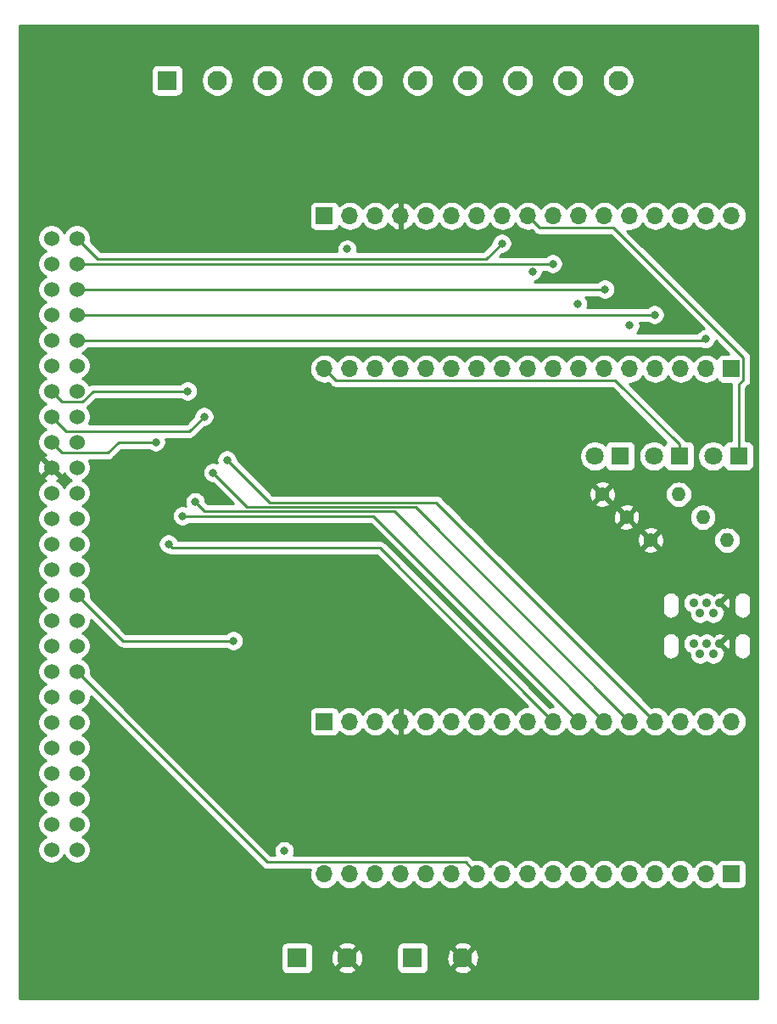
<source format=gbr>
G04 #@! TF.GenerationSoftware,KiCad,Pcbnew,(5.1.2-1)-1*
G04 #@! TF.CreationDate,2020-07-15T14:49:12-04:00*
G04 #@! TF.ProjectId,ArcadeMain,41726361-6465-44d6-9169-6e2e6b696361,rev?*
G04 #@! TF.SameCoordinates,Original*
G04 #@! TF.FileFunction,Copper,L2,Inr*
G04 #@! TF.FilePolarity,Positive*
%FSLAX46Y46*%
G04 Gerber Fmt 4.6, Leading zero omitted, Abs format (unit mm)*
G04 Created by KiCad (PCBNEW (5.1.2-1)-1) date 2020-07-15 14:49:12*
%MOMM*%
%LPD*%
G04 APERTURE LIST*
%ADD10R,1.950000X1.950000*%
%ADD11C,1.950000*%
%ADD12O,1.400000X1.400000*%
%ADD13C,1.400000*%
%ADD14C,0.900000*%
%ADD15C,1.524000*%
%ADD16C,1.800000*%
%ADD17R,1.800000X1.800000*%
%ADD18O,1.700000X1.700000*%
%ADD19R,1.700000X1.700000*%
%ADD20C,0.800000*%
%ADD21C,0.250000*%
%ADD22C,0.254000*%
G04 APERTURE END LIST*
D10*
X98291000Y-127889000D03*
D11*
X103291000Y-127889000D03*
D10*
X86741000Y-127889000D03*
D11*
X91741000Y-127889000D03*
D12*
X124841000Y-81661000D03*
D13*
X117221000Y-81661000D03*
D12*
X127254000Y-83947000D03*
D13*
X119634000Y-83947000D03*
D12*
X129667000Y-86233000D03*
D13*
X122047000Y-86233000D03*
D14*
X126335000Y-96554000D03*
X126985000Y-97554000D03*
X127635000Y-96554000D03*
X128285000Y-97554000D03*
X128935000Y-96554000D03*
X126335000Y-92490000D03*
X126985000Y-93490000D03*
X127635000Y-92490000D03*
X128285000Y-93490000D03*
X128935000Y-92490000D03*
D15*
X62230000Y-56134000D03*
X64770000Y-56134000D03*
X62230000Y-58674000D03*
X64770000Y-58674000D03*
X62230000Y-61214000D03*
X64770000Y-61214000D03*
X62230000Y-63754000D03*
X64770000Y-63754000D03*
X62230000Y-66294000D03*
X64770000Y-66294000D03*
X62230000Y-68834000D03*
X64770000Y-68834000D03*
X62230000Y-71374000D03*
X64770000Y-71374000D03*
X62230000Y-73914000D03*
X64770000Y-73914000D03*
X62230000Y-76454000D03*
X64770000Y-76454000D03*
X62230000Y-78994000D03*
X64770000Y-78994000D03*
X62230000Y-81534000D03*
X64770000Y-81534000D03*
X62230000Y-84074000D03*
X64770000Y-84074000D03*
X62230000Y-86614000D03*
X64770000Y-86614000D03*
X62230000Y-89154000D03*
X64770000Y-89154000D03*
X62230000Y-91694000D03*
X64770000Y-91694000D03*
X62230000Y-94234000D03*
X64770000Y-94234000D03*
X62230000Y-96774000D03*
X64770000Y-96774000D03*
X62230000Y-99314000D03*
X64770000Y-99314000D03*
X62230000Y-101854000D03*
X64770000Y-101854000D03*
X62230000Y-104394000D03*
X64770000Y-104394000D03*
X62230000Y-106934000D03*
X64770000Y-106934000D03*
X62230000Y-109474000D03*
X64770000Y-109474000D03*
X62230000Y-112014000D03*
X64770000Y-112014000D03*
X62230000Y-114554000D03*
X64770000Y-114554000D03*
X62230000Y-117094000D03*
X64770000Y-117094000D03*
D11*
X118787000Y-40386000D03*
X113787000Y-40386000D03*
X108787000Y-40386000D03*
X103787000Y-40386000D03*
X98787000Y-40386000D03*
X93787000Y-40386000D03*
X88787000Y-40386000D03*
X83787000Y-40386000D03*
X78787000Y-40386000D03*
D10*
X73787000Y-40386000D03*
D16*
X116470000Y-77851000D03*
D17*
X119010000Y-77851000D03*
D16*
X122370000Y-77851000D03*
D17*
X124910000Y-77851000D03*
D16*
X128270000Y-77851000D03*
D17*
X130810000Y-77851000D03*
D18*
X89484200Y-119532400D03*
X92024200Y-119532400D03*
X94564200Y-119532400D03*
X97104200Y-119532400D03*
X99644200Y-119532400D03*
X102184200Y-119532400D03*
X104724200Y-119532400D03*
X107264200Y-119532400D03*
X109804200Y-119532400D03*
X112344200Y-119532400D03*
X114884200Y-119532400D03*
X117424200Y-119532400D03*
X119964200Y-119532400D03*
X122504200Y-119532400D03*
X125044200Y-119532400D03*
X127584200Y-119532400D03*
D19*
X130124200Y-119532400D03*
D18*
X130124200Y-104317800D03*
X127584200Y-104317800D03*
X125044200Y-104317800D03*
X122504200Y-104317800D03*
X119964200Y-104317800D03*
X117424200Y-104317800D03*
X114884200Y-104317800D03*
X112344200Y-104317800D03*
X109804200Y-104317800D03*
X107264200Y-104317800D03*
X104724200Y-104317800D03*
X102184200Y-104317800D03*
X99644200Y-104317800D03*
X97104200Y-104317800D03*
X94564200Y-104317800D03*
X92024200Y-104317800D03*
D19*
X89484200Y-104317800D03*
D18*
X89484200Y-69138800D03*
X92024200Y-69138800D03*
X94564200Y-69138800D03*
X97104200Y-69138800D03*
X99644200Y-69138800D03*
X102184200Y-69138800D03*
X104724200Y-69138800D03*
X107264200Y-69138800D03*
X109804200Y-69138800D03*
X112344200Y-69138800D03*
X114884200Y-69138800D03*
X117424200Y-69138800D03*
X119964200Y-69138800D03*
X122504200Y-69138800D03*
X125044200Y-69138800D03*
X127584200Y-69138800D03*
D19*
X130124200Y-69138800D03*
D18*
X130124200Y-53898800D03*
X127584200Y-53898800D03*
X125044200Y-53898800D03*
X122504200Y-53898800D03*
X119964200Y-53898800D03*
X117424200Y-53898800D03*
X114884200Y-53898800D03*
X112344200Y-53898800D03*
X109804200Y-53898800D03*
X107264200Y-53898800D03*
X104724200Y-53898800D03*
X102184200Y-53898800D03*
X99644200Y-53898800D03*
X97104200Y-53898800D03*
X94564200Y-53898800D03*
X92024200Y-53898800D03*
D19*
X89484200Y-53898800D03*
D20*
X85471000Y-117221000D03*
X91749999Y-57221001D03*
X72644000Y-76454000D03*
X75819000Y-71374000D03*
X77470000Y-73914000D03*
X107188000Y-56642000D03*
X110236000Y-59436000D03*
X112268000Y-58674000D03*
X114752001Y-62666999D03*
X117475000Y-61214000D03*
X119959001Y-64841001D03*
X122428000Y-63754000D03*
X127508000Y-66167000D03*
X79756000Y-78232000D03*
X78359000Y-79502000D03*
X76581000Y-82423000D03*
X75311000Y-83820000D03*
X73914000Y-86614000D03*
X122301000Y-108458000D03*
X80391000Y-96266000D03*
D21*
X110979201Y-55073801D02*
X110654199Y-54748799D01*
X131299201Y-68028799D02*
X118344203Y-55073801D01*
X131299201Y-70248801D02*
X131299201Y-68028799D01*
X110654199Y-54748799D02*
X109804200Y-53898800D01*
X130810000Y-70738002D02*
X131299201Y-70248801D01*
X118344203Y-55073801D02*
X110979201Y-55073801D01*
X130810000Y-77851000D02*
X130810000Y-70738002D01*
X90659201Y-70313801D02*
X90334199Y-69988799D01*
X90334199Y-69988799D02*
X89484200Y-69138800D01*
X118522801Y-70313801D02*
X90659201Y-70313801D01*
X124910000Y-76701000D02*
X118522801Y-70313801D01*
X124910000Y-77851000D02*
X124910000Y-76701000D01*
X62991999Y-77215999D02*
X62230000Y-76454000D01*
X63317001Y-77541001D02*
X62991999Y-77215999D01*
X67831761Y-77541001D02*
X63317001Y-77541001D01*
X68918762Y-76454000D02*
X67831761Y-77541001D01*
X72644000Y-76454000D02*
X68918762Y-76454000D01*
X63317001Y-72461001D02*
X62991999Y-72135999D01*
X65291761Y-72461001D02*
X63317001Y-72461001D01*
X66378762Y-71374000D02*
X65291761Y-72461001D01*
X62991999Y-72135999D02*
X62230000Y-71374000D01*
X75819000Y-71374000D02*
X66378762Y-71374000D01*
X62991999Y-74675999D02*
X62230000Y-73914000D01*
X63682999Y-75366999D02*
X62991999Y-74675999D01*
X76017001Y-75366999D02*
X63682999Y-75366999D01*
X77470000Y-73914000D02*
X76017001Y-75366999D01*
X66859990Y-58223990D02*
X105606010Y-58223990D01*
X64770000Y-56134000D02*
X66859990Y-58223990D01*
X105606010Y-58223990D02*
X107188000Y-56642000D01*
X107188000Y-56642000D02*
X107188000Y-56642000D01*
X64770000Y-58674000D02*
X112268000Y-58674000D01*
X112268000Y-58674000D02*
X112268000Y-58674000D01*
X64770000Y-61214000D02*
X117475000Y-61214000D01*
X117475000Y-61214000D02*
X117475000Y-61214000D01*
X64770000Y-63754000D02*
X122428000Y-63754000D01*
X122428000Y-63754000D02*
X122428000Y-63754000D01*
X64770000Y-66294000D02*
X127381000Y-66294000D01*
X127381000Y-66294000D02*
X127508000Y-66167000D01*
X127508000Y-66167000D02*
X127508000Y-66167000D01*
X121654201Y-103467801D02*
X122504200Y-104317800D01*
X100656370Y-82469970D02*
X121654201Y-103467801D01*
X83993970Y-82469970D02*
X100656370Y-82469970D01*
X79756000Y-78232000D02*
X83993970Y-82469970D01*
X98566380Y-82919980D02*
X119114201Y-103467801D01*
X119114201Y-103467801D02*
X119964200Y-104317800D01*
X81776980Y-82919980D02*
X98566380Y-82919980D01*
X78359000Y-79502000D02*
X81776980Y-82919980D01*
X116574201Y-103467801D02*
X117424200Y-104317800D01*
X96476390Y-83369990D02*
X116574201Y-103467801D01*
X77527990Y-83369990D02*
X96476390Y-83369990D01*
X76581000Y-82423000D02*
X77527990Y-83369990D01*
X94386400Y-83820000D02*
X114884200Y-104317800D01*
X75311000Y-83820000D02*
X94386400Y-83820000D01*
X111494201Y-103467801D02*
X112344200Y-104317800D01*
X95040399Y-87013999D02*
X111494201Y-103467801D01*
X74313999Y-87013999D02*
X95040399Y-87013999D01*
X73914000Y-86614000D02*
X74313999Y-87013999D01*
X65531999Y-100075999D02*
X64770000Y-99314000D01*
X83813399Y-118357399D02*
X65531999Y-100075999D01*
X103549199Y-118357399D02*
X83813399Y-118357399D01*
X104724200Y-119532400D02*
X103549199Y-118357399D01*
X69342000Y-96266000D02*
X64770000Y-91694000D01*
X80391000Y-96266000D02*
X69342000Y-96266000D01*
D22*
G36*
X132690001Y-123157581D02*
G01*
X132690000Y-126016418D01*
X132690001Y-126016428D01*
X132690000Y-130842418D01*
X132690001Y-130842428D01*
X132690000Y-131928000D01*
X59080000Y-131928000D01*
X59080000Y-126914000D01*
X85127928Y-126914000D01*
X85127928Y-128864000D01*
X85140188Y-128988482D01*
X85176498Y-129108180D01*
X85235463Y-129218494D01*
X85314815Y-129315185D01*
X85411506Y-129394537D01*
X85521820Y-129453502D01*
X85641518Y-129489812D01*
X85766000Y-129502072D01*
X87716000Y-129502072D01*
X87840482Y-129489812D01*
X87960180Y-129453502D01*
X88070494Y-129394537D01*
X88167185Y-129315185D01*
X88246537Y-129218494D01*
X88305502Y-129108180D01*
X88336320Y-129006584D01*
X90803021Y-129006584D01*
X90895766Y-129268429D01*
X91181120Y-129406820D01*
X91487990Y-129486883D01*
X91804584Y-129505540D01*
X92118733Y-129462074D01*
X92418367Y-129358156D01*
X92586234Y-129268429D01*
X92678979Y-129006584D01*
X91741000Y-128068605D01*
X90803021Y-129006584D01*
X88336320Y-129006584D01*
X88341812Y-128988482D01*
X88354072Y-128864000D01*
X88354072Y-127952584D01*
X90124460Y-127952584D01*
X90167926Y-128266733D01*
X90271844Y-128566367D01*
X90361571Y-128734234D01*
X90623416Y-128826979D01*
X91561395Y-127889000D01*
X91920605Y-127889000D01*
X92858584Y-128826979D01*
X93120429Y-128734234D01*
X93258820Y-128448880D01*
X93338883Y-128142010D01*
X93357540Y-127825416D01*
X93314074Y-127511267D01*
X93210156Y-127211633D01*
X93120429Y-127043766D01*
X92858584Y-126951021D01*
X91920605Y-127889000D01*
X91561395Y-127889000D01*
X90623416Y-126951021D01*
X90361571Y-127043766D01*
X90223180Y-127329120D01*
X90143117Y-127635990D01*
X90124460Y-127952584D01*
X88354072Y-127952584D01*
X88354072Y-126914000D01*
X88341812Y-126789518D01*
X88336321Y-126771416D01*
X90803021Y-126771416D01*
X91741000Y-127709395D01*
X92536395Y-126914000D01*
X96677928Y-126914000D01*
X96677928Y-128864000D01*
X96690188Y-128988482D01*
X96726498Y-129108180D01*
X96785463Y-129218494D01*
X96864815Y-129315185D01*
X96961506Y-129394537D01*
X97071820Y-129453502D01*
X97191518Y-129489812D01*
X97316000Y-129502072D01*
X99266000Y-129502072D01*
X99390482Y-129489812D01*
X99510180Y-129453502D01*
X99620494Y-129394537D01*
X99717185Y-129315185D01*
X99796537Y-129218494D01*
X99855502Y-129108180D01*
X99886320Y-129006584D01*
X102353021Y-129006584D01*
X102445766Y-129268429D01*
X102731120Y-129406820D01*
X103037990Y-129486883D01*
X103354584Y-129505540D01*
X103668733Y-129462074D01*
X103968367Y-129358156D01*
X104136234Y-129268429D01*
X104228979Y-129006584D01*
X103291000Y-128068605D01*
X102353021Y-129006584D01*
X99886320Y-129006584D01*
X99891812Y-128988482D01*
X99904072Y-128864000D01*
X99904072Y-127952584D01*
X101674460Y-127952584D01*
X101717926Y-128266733D01*
X101821844Y-128566367D01*
X101911571Y-128734234D01*
X102173416Y-128826979D01*
X103111395Y-127889000D01*
X103470605Y-127889000D01*
X104408584Y-128826979D01*
X104670429Y-128734234D01*
X104808820Y-128448880D01*
X104888883Y-128142010D01*
X104907540Y-127825416D01*
X104864074Y-127511267D01*
X104760156Y-127211633D01*
X104670429Y-127043766D01*
X104408584Y-126951021D01*
X103470605Y-127889000D01*
X103111395Y-127889000D01*
X102173416Y-126951021D01*
X101911571Y-127043766D01*
X101773180Y-127329120D01*
X101693117Y-127635990D01*
X101674460Y-127952584D01*
X99904072Y-127952584D01*
X99904072Y-126914000D01*
X99891812Y-126789518D01*
X99886321Y-126771416D01*
X102353021Y-126771416D01*
X103291000Y-127709395D01*
X104228979Y-126771416D01*
X104136234Y-126509571D01*
X103850880Y-126371180D01*
X103544010Y-126291117D01*
X103227416Y-126272460D01*
X102913267Y-126315926D01*
X102613633Y-126419844D01*
X102445766Y-126509571D01*
X102353021Y-126771416D01*
X99886321Y-126771416D01*
X99855502Y-126669820D01*
X99796537Y-126559506D01*
X99717185Y-126462815D01*
X99620494Y-126383463D01*
X99510180Y-126324498D01*
X99390482Y-126288188D01*
X99266000Y-126275928D01*
X97316000Y-126275928D01*
X97191518Y-126288188D01*
X97071820Y-126324498D01*
X96961506Y-126383463D01*
X96864815Y-126462815D01*
X96785463Y-126559506D01*
X96726498Y-126669820D01*
X96690188Y-126789518D01*
X96677928Y-126914000D01*
X92536395Y-126914000D01*
X92678979Y-126771416D01*
X92586234Y-126509571D01*
X92300880Y-126371180D01*
X91994010Y-126291117D01*
X91677416Y-126272460D01*
X91363267Y-126315926D01*
X91063633Y-126419844D01*
X90895766Y-126509571D01*
X90803021Y-126771416D01*
X88336321Y-126771416D01*
X88305502Y-126669820D01*
X88246537Y-126559506D01*
X88167185Y-126462815D01*
X88070494Y-126383463D01*
X87960180Y-126324498D01*
X87840482Y-126288188D01*
X87716000Y-126275928D01*
X85766000Y-126275928D01*
X85641518Y-126288188D01*
X85521820Y-126324498D01*
X85411506Y-126383463D01*
X85314815Y-126462815D01*
X85235463Y-126559506D01*
X85176498Y-126669820D01*
X85140188Y-126789518D01*
X85127928Y-126914000D01*
X59080000Y-126914000D01*
X59080000Y-79066017D01*
X60828090Y-79066017D01*
X60869078Y-79338133D01*
X60962364Y-79597023D01*
X61024344Y-79712980D01*
X61264435Y-79779960D01*
X62050395Y-78994000D01*
X61264435Y-78208040D01*
X61024344Y-78275020D01*
X60907244Y-78524048D01*
X60840977Y-78791135D01*
X60828090Y-79066017D01*
X59080000Y-79066017D01*
X59080000Y-55996408D01*
X60833000Y-55996408D01*
X60833000Y-56271592D01*
X60886686Y-56541490D01*
X60991995Y-56795727D01*
X61144880Y-57024535D01*
X61339465Y-57219120D01*
X61568273Y-57372005D01*
X61645515Y-57404000D01*
X61568273Y-57435995D01*
X61339465Y-57588880D01*
X61144880Y-57783465D01*
X60991995Y-58012273D01*
X60886686Y-58266510D01*
X60833000Y-58536408D01*
X60833000Y-58811592D01*
X60886686Y-59081490D01*
X60991995Y-59335727D01*
X61144880Y-59564535D01*
X61339465Y-59759120D01*
X61568273Y-59912005D01*
X61645515Y-59944000D01*
X61568273Y-59975995D01*
X61339465Y-60128880D01*
X61144880Y-60323465D01*
X60991995Y-60552273D01*
X60886686Y-60806510D01*
X60833000Y-61076408D01*
X60833000Y-61351592D01*
X60886686Y-61621490D01*
X60991995Y-61875727D01*
X61144880Y-62104535D01*
X61339465Y-62299120D01*
X61568273Y-62452005D01*
X61645515Y-62484000D01*
X61568273Y-62515995D01*
X61339465Y-62668880D01*
X61144880Y-62863465D01*
X60991995Y-63092273D01*
X60886686Y-63346510D01*
X60833000Y-63616408D01*
X60833000Y-63891592D01*
X60886686Y-64161490D01*
X60991995Y-64415727D01*
X61144880Y-64644535D01*
X61339465Y-64839120D01*
X61568273Y-64992005D01*
X61645515Y-65024000D01*
X61568273Y-65055995D01*
X61339465Y-65208880D01*
X61144880Y-65403465D01*
X60991995Y-65632273D01*
X60886686Y-65886510D01*
X60833000Y-66156408D01*
X60833000Y-66431592D01*
X60886686Y-66701490D01*
X60991995Y-66955727D01*
X61144880Y-67184535D01*
X61339465Y-67379120D01*
X61568273Y-67532005D01*
X61645515Y-67564000D01*
X61568273Y-67595995D01*
X61339465Y-67748880D01*
X61144880Y-67943465D01*
X60991995Y-68172273D01*
X60886686Y-68426510D01*
X60833000Y-68696408D01*
X60833000Y-68971592D01*
X60886686Y-69241490D01*
X60991995Y-69495727D01*
X61144880Y-69724535D01*
X61339465Y-69919120D01*
X61568273Y-70072005D01*
X61645515Y-70104000D01*
X61568273Y-70135995D01*
X61339465Y-70288880D01*
X61144880Y-70483465D01*
X60991995Y-70712273D01*
X60886686Y-70966510D01*
X60833000Y-71236408D01*
X60833000Y-71511592D01*
X60886686Y-71781490D01*
X60991995Y-72035727D01*
X61144880Y-72264535D01*
X61339465Y-72459120D01*
X61568273Y-72612005D01*
X61645515Y-72644000D01*
X61568273Y-72675995D01*
X61339465Y-72828880D01*
X61144880Y-73023465D01*
X60991995Y-73252273D01*
X60886686Y-73506510D01*
X60833000Y-73776408D01*
X60833000Y-74051592D01*
X60886686Y-74321490D01*
X60991995Y-74575727D01*
X61144880Y-74804535D01*
X61339465Y-74999120D01*
X61568273Y-75152005D01*
X61645515Y-75184000D01*
X61568273Y-75215995D01*
X61339465Y-75368880D01*
X61144880Y-75563465D01*
X60991995Y-75792273D01*
X60886686Y-76046510D01*
X60833000Y-76316408D01*
X60833000Y-76591592D01*
X60886686Y-76861490D01*
X60991995Y-77115727D01*
X61144880Y-77344535D01*
X61339465Y-77539120D01*
X61568273Y-77692005D01*
X61639943Y-77721692D01*
X61626977Y-77726364D01*
X61511020Y-77788344D01*
X61444040Y-78028435D01*
X62230000Y-78814395D01*
X62244143Y-78800253D01*
X62423748Y-78979858D01*
X62409605Y-78994000D01*
X63195565Y-79779960D01*
X63435656Y-79712980D01*
X63499485Y-79577240D01*
X63531995Y-79655727D01*
X63684880Y-79884535D01*
X63879465Y-80079120D01*
X64108273Y-80232005D01*
X64185515Y-80264000D01*
X64108273Y-80295995D01*
X63879465Y-80448880D01*
X63684880Y-80643465D01*
X63531995Y-80872273D01*
X63500000Y-80949515D01*
X63468005Y-80872273D01*
X63315120Y-80643465D01*
X63120535Y-80448880D01*
X62891727Y-80295995D01*
X62820057Y-80266308D01*
X62833023Y-80261636D01*
X62948980Y-80199656D01*
X63015960Y-79959565D01*
X62230000Y-79173605D01*
X61444040Y-79959565D01*
X61511020Y-80199656D01*
X61646760Y-80263485D01*
X61568273Y-80295995D01*
X61339465Y-80448880D01*
X61144880Y-80643465D01*
X60991995Y-80872273D01*
X60886686Y-81126510D01*
X60833000Y-81396408D01*
X60833000Y-81671592D01*
X60886686Y-81941490D01*
X60991995Y-82195727D01*
X61144880Y-82424535D01*
X61339465Y-82619120D01*
X61568273Y-82772005D01*
X61645515Y-82804000D01*
X61568273Y-82835995D01*
X61339465Y-82988880D01*
X61144880Y-83183465D01*
X60991995Y-83412273D01*
X60886686Y-83666510D01*
X60833000Y-83936408D01*
X60833000Y-84211592D01*
X60886686Y-84481490D01*
X60991995Y-84735727D01*
X61144880Y-84964535D01*
X61339465Y-85159120D01*
X61568273Y-85312005D01*
X61645515Y-85344000D01*
X61568273Y-85375995D01*
X61339465Y-85528880D01*
X61144880Y-85723465D01*
X60991995Y-85952273D01*
X60886686Y-86206510D01*
X60833000Y-86476408D01*
X60833000Y-86751592D01*
X60886686Y-87021490D01*
X60991995Y-87275727D01*
X61144880Y-87504535D01*
X61339465Y-87699120D01*
X61568273Y-87852005D01*
X61645515Y-87884000D01*
X61568273Y-87915995D01*
X61339465Y-88068880D01*
X61144880Y-88263465D01*
X60991995Y-88492273D01*
X60886686Y-88746510D01*
X60833000Y-89016408D01*
X60833000Y-89291592D01*
X60886686Y-89561490D01*
X60991995Y-89815727D01*
X61144880Y-90044535D01*
X61339465Y-90239120D01*
X61568273Y-90392005D01*
X61645515Y-90424000D01*
X61568273Y-90455995D01*
X61339465Y-90608880D01*
X61144880Y-90803465D01*
X60991995Y-91032273D01*
X60886686Y-91286510D01*
X60833000Y-91556408D01*
X60833000Y-91831592D01*
X60886686Y-92101490D01*
X60991995Y-92355727D01*
X61144880Y-92584535D01*
X61339465Y-92779120D01*
X61568273Y-92932005D01*
X61645515Y-92964000D01*
X61568273Y-92995995D01*
X61339465Y-93148880D01*
X61144880Y-93343465D01*
X60991995Y-93572273D01*
X60886686Y-93826510D01*
X60833000Y-94096408D01*
X60833000Y-94371592D01*
X60886686Y-94641490D01*
X60991995Y-94895727D01*
X61144880Y-95124535D01*
X61339465Y-95319120D01*
X61568273Y-95472005D01*
X61645515Y-95504000D01*
X61568273Y-95535995D01*
X61339465Y-95688880D01*
X61144880Y-95883465D01*
X60991995Y-96112273D01*
X60886686Y-96366510D01*
X60833000Y-96636408D01*
X60833000Y-96911592D01*
X60886686Y-97181490D01*
X60991995Y-97435727D01*
X61144880Y-97664535D01*
X61339465Y-97859120D01*
X61568273Y-98012005D01*
X61645515Y-98044000D01*
X61568273Y-98075995D01*
X61339465Y-98228880D01*
X61144880Y-98423465D01*
X60991995Y-98652273D01*
X60886686Y-98906510D01*
X60833000Y-99176408D01*
X60833000Y-99451592D01*
X60886686Y-99721490D01*
X60991995Y-99975727D01*
X61144880Y-100204535D01*
X61339465Y-100399120D01*
X61568273Y-100552005D01*
X61645515Y-100584000D01*
X61568273Y-100615995D01*
X61339465Y-100768880D01*
X61144880Y-100963465D01*
X60991995Y-101192273D01*
X60886686Y-101446510D01*
X60833000Y-101716408D01*
X60833000Y-101991592D01*
X60886686Y-102261490D01*
X60991995Y-102515727D01*
X61144880Y-102744535D01*
X61339465Y-102939120D01*
X61568273Y-103092005D01*
X61645515Y-103124000D01*
X61568273Y-103155995D01*
X61339465Y-103308880D01*
X61144880Y-103503465D01*
X60991995Y-103732273D01*
X60886686Y-103986510D01*
X60833000Y-104256408D01*
X60833000Y-104531592D01*
X60886686Y-104801490D01*
X60991995Y-105055727D01*
X61144880Y-105284535D01*
X61339465Y-105479120D01*
X61568273Y-105632005D01*
X61645515Y-105664000D01*
X61568273Y-105695995D01*
X61339465Y-105848880D01*
X61144880Y-106043465D01*
X60991995Y-106272273D01*
X60886686Y-106526510D01*
X60833000Y-106796408D01*
X60833000Y-107071592D01*
X60886686Y-107341490D01*
X60991995Y-107595727D01*
X61144880Y-107824535D01*
X61339465Y-108019120D01*
X61568273Y-108172005D01*
X61645515Y-108204000D01*
X61568273Y-108235995D01*
X61339465Y-108388880D01*
X61144880Y-108583465D01*
X60991995Y-108812273D01*
X60886686Y-109066510D01*
X60833000Y-109336408D01*
X60833000Y-109611592D01*
X60886686Y-109881490D01*
X60991995Y-110135727D01*
X61144880Y-110364535D01*
X61339465Y-110559120D01*
X61568273Y-110712005D01*
X61645515Y-110744000D01*
X61568273Y-110775995D01*
X61339465Y-110928880D01*
X61144880Y-111123465D01*
X60991995Y-111352273D01*
X60886686Y-111606510D01*
X60833000Y-111876408D01*
X60833000Y-112151592D01*
X60886686Y-112421490D01*
X60991995Y-112675727D01*
X61144880Y-112904535D01*
X61339465Y-113099120D01*
X61568273Y-113252005D01*
X61645515Y-113284000D01*
X61568273Y-113315995D01*
X61339465Y-113468880D01*
X61144880Y-113663465D01*
X60991995Y-113892273D01*
X60886686Y-114146510D01*
X60833000Y-114416408D01*
X60833000Y-114691592D01*
X60886686Y-114961490D01*
X60991995Y-115215727D01*
X61144880Y-115444535D01*
X61339465Y-115639120D01*
X61568273Y-115792005D01*
X61645515Y-115824000D01*
X61568273Y-115855995D01*
X61339465Y-116008880D01*
X61144880Y-116203465D01*
X60991995Y-116432273D01*
X60886686Y-116686510D01*
X60833000Y-116956408D01*
X60833000Y-117231592D01*
X60886686Y-117501490D01*
X60991995Y-117755727D01*
X61144880Y-117984535D01*
X61339465Y-118179120D01*
X61568273Y-118332005D01*
X61822510Y-118437314D01*
X62092408Y-118491000D01*
X62367592Y-118491000D01*
X62637490Y-118437314D01*
X62891727Y-118332005D01*
X63120535Y-118179120D01*
X63315120Y-117984535D01*
X63468005Y-117755727D01*
X63500000Y-117678485D01*
X63531995Y-117755727D01*
X63684880Y-117984535D01*
X63879465Y-118179120D01*
X64108273Y-118332005D01*
X64362510Y-118437314D01*
X64632408Y-118491000D01*
X64907592Y-118491000D01*
X65177490Y-118437314D01*
X65431727Y-118332005D01*
X65660535Y-118179120D01*
X65855120Y-117984535D01*
X66008005Y-117755727D01*
X66113314Y-117501490D01*
X66167000Y-117231592D01*
X66167000Y-116956408D01*
X66113314Y-116686510D01*
X66008005Y-116432273D01*
X65855120Y-116203465D01*
X65660535Y-116008880D01*
X65431727Y-115855995D01*
X65354485Y-115824000D01*
X65431727Y-115792005D01*
X65660535Y-115639120D01*
X65855120Y-115444535D01*
X66008005Y-115215727D01*
X66113314Y-114961490D01*
X66167000Y-114691592D01*
X66167000Y-114416408D01*
X66113314Y-114146510D01*
X66008005Y-113892273D01*
X65855120Y-113663465D01*
X65660535Y-113468880D01*
X65431727Y-113315995D01*
X65354485Y-113284000D01*
X65431727Y-113252005D01*
X65660535Y-113099120D01*
X65855120Y-112904535D01*
X66008005Y-112675727D01*
X66113314Y-112421490D01*
X66167000Y-112151592D01*
X66167000Y-111876408D01*
X66113314Y-111606510D01*
X66008005Y-111352273D01*
X65855120Y-111123465D01*
X65660535Y-110928880D01*
X65431727Y-110775995D01*
X65354485Y-110744000D01*
X65431727Y-110712005D01*
X65660535Y-110559120D01*
X65855120Y-110364535D01*
X66008005Y-110135727D01*
X66113314Y-109881490D01*
X66167000Y-109611592D01*
X66167000Y-109336408D01*
X66113314Y-109066510D01*
X66008005Y-108812273D01*
X65855120Y-108583465D01*
X65660535Y-108388880D01*
X65431727Y-108235995D01*
X65354485Y-108204000D01*
X65431727Y-108172005D01*
X65660535Y-108019120D01*
X65855120Y-107824535D01*
X66008005Y-107595727D01*
X66113314Y-107341490D01*
X66167000Y-107071592D01*
X66167000Y-106796408D01*
X66113314Y-106526510D01*
X66008005Y-106272273D01*
X65855120Y-106043465D01*
X65660535Y-105848880D01*
X65431727Y-105695995D01*
X65354485Y-105664000D01*
X65431727Y-105632005D01*
X65660535Y-105479120D01*
X65855120Y-105284535D01*
X66008005Y-105055727D01*
X66113314Y-104801490D01*
X66167000Y-104531592D01*
X66167000Y-104256408D01*
X66113314Y-103986510D01*
X66008005Y-103732273D01*
X65855120Y-103503465D01*
X65660535Y-103308880D01*
X65431727Y-103155995D01*
X65354485Y-103124000D01*
X65431727Y-103092005D01*
X65660535Y-102939120D01*
X65855120Y-102744535D01*
X66008005Y-102515727D01*
X66113314Y-102261490D01*
X66167000Y-101991592D01*
X66167000Y-101785801D01*
X83249599Y-118868401D01*
X83273398Y-118897400D01*
X83389123Y-118992373D01*
X83521152Y-119062945D01*
X83664413Y-119106402D01*
X83776066Y-119117399D01*
X83776076Y-119117399D01*
X83813399Y-119121075D01*
X83850722Y-119117399D01*
X88058269Y-119117399D01*
X88020687Y-119241289D01*
X87992015Y-119532400D01*
X88020687Y-119823511D01*
X88105601Y-120103434D01*
X88243494Y-120361414D01*
X88429066Y-120587534D01*
X88655186Y-120773106D01*
X88913166Y-120910999D01*
X89193089Y-120995913D01*
X89411250Y-121017400D01*
X89557150Y-121017400D01*
X89775311Y-120995913D01*
X90055234Y-120910999D01*
X90313214Y-120773106D01*
X90539334Y-120587534D01*
X90724906Y-120361414D01*
X90754200Y-120306609D01*
X90783494Y-120361414D01*
X90969066Y-120587534D01*
X91195186Y-120773106D01*
X91453166Y-120910999D01*
X91733089Y-120995913D01*
X91951250Y-121017400D01*
X92097150Y-121017400D01*
X92315311Y-120995913D01*
X92595234Y-120910999D01*
X92853214Y-120773106D01*
X93079334Y-120587534D01*
X93264906Y-120361414D01*
X93294200Y-120306609D01*
X93323494Y-120361414D01*
X93509066Y-120587534D01*
X93735186Y-120773106D01*
X93993166Y-120910999D01*
X94273089Y-120995913D01*
X94491250Y-121017400D01*
X94637150Y-121017400D01*
X94855311Y-120995913D01*
X95135234Y-120910999D01*
X95393214Y-120773106D01*
X95619334Y-120587534D01*
X95804906Y-120361414D01*
X95834200Y-120306609D01*
X95863494Y-120361414D01*
X96049066Y-120587534D01*
X96275186Y-120773106D01*
X96533166Y-120910999D01*
X96813089Y-120995913D01*
X97031250Y-121017400D01*
X97177150Y-121017400D01*
X97395311Y-120995913D01*
X97675234Y-120910999D01*
X97933214Y-120773106D01*
X98159334Y-120587534D01*
X98344906Y-120361414D01*
X98374200Y-120306609D01*
X98403494Y-120361414D01*
X98589066Y-120587534D01*
X98815186Y-120773106D01*
X99073166Y-120910999D01*
X99353089Y-120995913D01*
X99571250Y-121017400D01*
X99717150Y-121017400D01*
X99935311Y-120995913D01*
X100215234Y-120910999D01*
X100473214Y-120773106D01*
X100699334Y-120587534D01*
X100884906Y-120361414D01*
X100914200Y-120306609D01*
X100943494Y-120361414D01*
X101129066Y-120587534D01*
X101355186Y-120773106D01*
X101613166Y-120910999D01*
X101893089Y-120995913D01*
X102111250Y-121017400D01*
X102257150Y-121017400D01*
X102475311Y-120995913D01*
X102755234Y-120910999D01*
X103013214Y-120773106D01*
X103239334Y-120587534D01*
X103424906Y-120361414D01*
X103454200Y-120306609D01*
X103483494Y-120361414D01*
X103669066Y-120587534D01*
X103895186Y-120773106D01*
X104153166Y-120910999D01*
X104433089Y-120995913D01*
X104651250Y-121017400D01*
X104797150Y-121017400D01*
X105015311Y-120995913D01*
X105295234Y-120910999D01*
X105553214Y-120773106D01*
X105779334Y-120587534D01*
X105964906Y-120361414D01*
X105994200Y-120306609D01*
X106023494Y-120361414D01*
X106209066Y-120587534D01*
X106435186Y-120773106D01*
X106693166Y-120910999D01*
X106973089Y-120995913D01*
X107191250Y-121017400D01*
X107337150Y-121017400D01*
X107555311Y-120995913D01*
X107835234Y-120910999D01*
X108093214Y-120773106D01*
X108319334Y-120587534D01*
X108504906Y-120361414D01*
X108534200Y-120306609D01*
X108563494Y-120361414D01*
X108749066Y-120587534D01*
X108975186Y-120773106D01*
X109233166Y-120910999D01*
X109513089Y-120995913D01*
X109731250Y-121017400D01*
X109877150Y-121017400D01*
X110095311Y-120995913D01*
X110375234Y-120910999D01*
X110633214Y-120773106D01*
X110859334Y-120587534D01*
X111044906Y-120361414D01*
X111074200Y-120306609D01*
X111103494Y-120361414D01*
X111289066Y-120587534D01*
X111515186Y-120773106D01*
X111773166Y-120910999D01*
X112053089Y-120995913D01*
X112271250Y-121017400D01*
X112417150Y-121017400D01*
X112635311Y-120995913D01*
X112915234Y-120910999D01*
X113173214Y-120773106D01*
X113399334Y-120587534D01*
X113584906Y-120361414D01*
X113614200Y-120306609D01*
X113643494Y-120361414D01*
X113829066Y-120587534D01*
X114055186Y-120773106D01*
X114313166Y-120910999D01*
X114593089Y-120995913D01*
X114811250Y-121017400D01*
X114957150Y-121017400D01*
X115175311Y-120995913D01*
X115455234Y-120910999D01*
X115713214Y-120773106D01*
X115939334Y-120587534D01*
X116124906Y-120361414D01*
X116154200Y-120306609D01*
X116183494Y-120361414D01*
X116369066Y-120587534D01*
X116595186Y-120773106D01*
X116853166Y-120910999D01*
X117133089Y-120995913D01*
X117351250Y-121017400D01*
X117497150Y-121017400D01*
X117715311Y-120995913D01*
X117995234Y-120910999D01*
X118253214Y-120773106D01*
X118479334Y-120587534D01*
X118664906Y-120361414D01*
X118694200Y-120306609D01*
X118723494Y-120361414D01*
X118909066Y-120587534D01*
X119135186Y-120773106D01*
X119393166Y-120910999D01*
X119673089Y-120995913D01*
X119891250Y-121017400D01*
X120037150Y-121017400D01*
X120255311Y-120995913D01*
X120535234Y-120910999D01*
X120793214Y-120773106D01*
X121019334Y-120587534D01*
X121204906Y-120361414D01*
X121234200Y-120306609D01*
X121263494Y-120361414D01*
X121449066Y-120587534D01*
X121675186Y-120773106D01*
X121933166Y-120910999D01*
X122213089Y-120995913D01*
X122431250Y-121017400D01*
X122577150Y-121017400D01*
X122795311Y-120995913D01*
X123075234Y-120910999D01*
X123333214Y-120773106D01*
X123559334Y-120587534D01*
X123744906Y-120361414D01*
X123774200Y-120306609D01*
X123803494Y-120361414D01*
X123989066Y-120587534D01*
X124215186Y-120773106D01*
X124473166Y-120910999D01*
X124753089Y-120995913D01*
X124971250Y-121017400D01*
X125117150Y-121017400D01*
X125335311Y-120995913D01*
X125615234Y-120910999D01*
X125873214Y-120773106D01*
X126099334Y-120587534D01*
X126284906Y-120361414D01*
X126314200Y-120306609D01*
X126343494Y-120361414D01*
X126529066Y-120587534D01*
X126755186Y-120773106D01*
X127013166Y-120910999D01*
X127293089Y-120995913D01*
X127511250Y-121017400D01*
X127657150Y-121017400D01*
X127875311Y-120995913D01*
X128155234Y-120910999D01*
X128413214Y-120773106D01*
X128639334Y-120587534D01*
X128663807Y-120557713D01*
X128684698Y-120626580D01*
X128743663Y-120736894D01*
X128823015Y-120833585D01*
X128919706Y-120912937D01*
X129030020Y-120971902D01*
X129149718Y-121008212D01*
X129274200Y-121020472D01*
X130974200Y-121020472D01*
X131098682Y-121008212D01*
X131218380Y-120971902D01*
X131328694Y-120912937D01*
X131425385Y-120833585D01*
X131504737Y-120736894D01*
X131563702Y-120626580D01*
X131600012Y-120506882D01*
X131612272Y-120382400D01*
X131612272Y-118682400D01*
X131600012Y-118557918D01*
X131563702Y-118438220D01*
X131504737Y-118327906D01*
X131425385Y-118231215D01*
X131328694Y-118151863D01*
X131218380Y-118092898D01*
X131098682Y-118056588D01*
X130974200Y-118044328D01*
X129274200Y-118044328D01*
X129149718Y-118056588D01*
X129030020Y-118092898D01*
X128919706Y-118151863D01*
X128823015Y-118231215D01*
X128743663Y-118327906D01*
X128684698Y-118438220D01*
X128663807Y-118507087D01*
X128639334Y-118477266D01*
X128413214Y-118291694D01*
X128155234Y-118153801D01*
X127875311Y-118068887D01*
X127657150Y-118047400D01*
X127511250Y-118047400D01*
X127293089Y-118068887D01*
X127013166Y-118153801D01*
X126755186Y-118291694D01*
X126529066Y-118477266D01*
X126343494Y-118703386D01*
X126314200Y-118758191D01*
X126284906Y-118703386D01*
X126099334Y-118477266D01*
X125873214Y-118291694D01*
X125615234Y-118153801D01*
X125335311Y-118068887D01*
X125117150Y-118047400D01*
X124971250Y-118047400D01*
X124753089Y-118068887D01*
X124473166Y-118153801D01*
X124215186Y-118291694D01*
X123989066Y-118477266D01*
X123803494Y-118703386D01*
X123774200Y-118758191D01*
X123744906Y-118703386D01*
X123559334Y-118477266D01*
X123333214Y-118291694D01*
X123075234Y-118153801D01*
X122795311Y-118068887D01*
X122577150Y-118047400D01*
X122431250Y-118047400D01*
X122213089Y-118068887D01*
X121933166Y-118153801D01*
X121675186Y-118291694D01*
X121449066Y-118477266D01*
X121263494Y-118703386D01*
X121234200Y-118758191D01*
X121204906Y-118703386D01*
X121019334Y-118477266D01*
X120793214Y-118291694D01*
X120535234Y-118153801D01*
X120255311Y-118068887D01*
X120037150Y-118047400D01*
X119891250Y-118047400D01*
X119673089Y-118068887D01*
X119393166Y-118153801D01*
X119135186Y-118291694D01*
X118909066Y-118477266D01*
X118723494Y-118703386D01*
X118694200Y-118758191D01*
X118664906Y-118703386D01*
X118479334Y-118477266D01*
X118253214Y-118291694D01*
X117995234Y-118153801D01*
X117715311Y-118068887D01*
X117497150Y-118047400D01*
X117351250Y-118047400D01*
X117133089Y-118068887D01*
X116853166Y-118153801D01*
X116595186Y-118291694D01*
X116369066Y-118477266D01*
X116183494Y-118703386D01*
X116154200Y-118758191D01*
X116124906Y-118703386D01*
X115939334Y-118477266D01*
X115713214Y-118291694D01*
X115455234Y-118153801D01*
X115175311Y-118068887D01*
X114957150Y-118047400D01*
X114811250Y-118047400D01*
X114593089Y-118068887D01*
X114313166Y-118153801D01*
X114055186Y-118291694D01*
X113829066Y-118477266D01*
X113643494Y-118703386D01*
X113614200Y-118758191D01*
X113584906Y-118703386D01*
X113399334Y-118477266D01*
X113173214Y-118291694D01*
X112915234Y-118153801D01*
X112635311Y-118068887D01*
X112417150Y-118047400D01*
X112271250Y-118047400D01*
X112053089Y-118068887D01*
X111773166Y-118153801D01*
X111515186Y-118291694D01*
X111289066Y-118477266D01*
X111103494Y-118703386D01*
X111074200Y-118758191D01*
X111044906Y-118703386D01*
X110859334Y-118477266D01*
X110633214Y-118291694D01*
X110375234Y-118153801D01*
X110095311Y-118068887D01*
X109877150Y-118047400D01*
X109731250Y-118047400D01*
X109513089Y-118068887D01*
X109233166Y-118153801D01*
X108975186Y-118291694D01*
X108749066Y-118477266D01*
X108563494Y-118703386D01*
X108534200Y-118758191D01*
X108504906Y-118703386D01*
X108319334Y-118477266D01*
X108093214Y-118291694D01*
X107835234Y-118153801D01*
X107555311Y-118068887D01*
X107337150Y-118047400D01*
X107191250Y-118047400D01*
X106973089Y-118068887D01*
X106693166Y-118153801D01*
X106435186Y-118291694D01*
X106209066Y-118477266D01*
X106023494Y-118703386D01*
X105994200Y-118758191D01*
X105964906Y-118703386D01*
X105779334Y-118477266D01*
X105553214Y-118291694D01*
X105295234Y-118153801D01*
X105015311Y-118068887D01*
X104797150Y-118047400D01*
X104651250Y-118047400D01*
X104433089Y-118068887D01*
X104358204Y-118091603D01*
X104113003Y-117846402D01*
X104089200Y-117817398D01*
X103973475Y-117722425D01*
X103841446Y-117651853D01*
X103698185Y-117608396D01*
X103586532Y-117597399D01*
X103586521Y-117597399D01*
X103549199Y-117593723D01*
X103511877Y-117597399D01*
X86435366Y-117597399D01*
X86466226Y-117522898D01*
X86506000Y-117322939D01*
X86506000Y-117119061D01*
X86466226Y-116919102D01*
X86388205Y-116730744D01*
X86274937Y-116561226D01*
X86130774Y-116417063D01*
X85961256Y-116303795D01*
X85772898Y-116225774D01*
X85572939Y-116186000D01*
X85369061Y-116186000D01*
X85169102Y-116225774D01*
X84980744Y-116303795D01*
X84811226Y-116417063D01*
X84667063Y-116561226D01*
X84553795Y-116730744D01*
X84475774Y-116919102D01*
X84436000Y-117119061D01*
X84436000Y-117322939D01*
X84475774Y-117522898D01*
X84506634Y-117597399D01*
X84128201Y-117597399D01*
X69998602Y-103467800D01*
X87996128Y-103467800D01*
X87996128Y-105167800D01*
X88008388Y-105292282D01*
X88044698Y-105411980D01*
X88103663Y-105522294D01*
X88183015Y-105618985D01*
X88279706Y-105698337D01*
X88390020Y-105757302D01*
X88509718Y-105793612D01*
X88634200Y-105805872D01*
X90334200Y-105805872D01*
X90458682Y-105793612D01*
X90578380Y-105757302D01*
X90688694Y-105698337D01*
X90785385Y-105618985D01*
X90864737Y-105522294D01*
X90923702Y-105411980D01*
X90944593Y-105343113D01*
X90969066Y-105372934D01*
X91195186Y-105558506D01*
X91453166Y-105696399D01*
X91733089Y-105781313D01*
X91951250Y-105802800D01*
X92097150Y-105802800D01*
X92315311Y-105781313D01*
X92595234Y-105696399D01*
X92853214Y-105558506D01*
X93079334Y-105372934D01*
X93264906Y-105146814D01*
X93294200Y-105092009D01*
X93323494Y-105146814D01*
X93509066Y-105372934D01*
X93735186Y-105558506D01*
X93993166Y-105696399D01*
X94273089Y-105781313D01*
X94491250Y-105802800D01*
X94637150Y-105802800D01*
X94855311Y-105781313D01*
X95135234Y-105696399D01*
X95393214Y-105558506D01*
X95619334Y-105372934D01*
X95804906Y-105146814D01*
X95839401Y-105082277D01*
X95909022Y-105199155D01*
X96103931Y-105415388D01*
X96337280Y-105589441D01*
X96600101Y-105714625D01*
X96747310Y-105759276D01*
X96977200Y-105637955D01*
X96977200Y-104444800D01*
X96957200Y-104444800D01*
X96957200Y-104190800D01*
X96977200Y-104190800D01*
X96977200Y-102997645D01*
X96747310Y-102876324D01*
X96600101Y-102920975D01*
X96337280Y-103046159D01*
X96103931Y-103220212D01*
X95909022Y-103436445D01*
X95839401Y-103553323D01*
X95804906Y-103488786D01*
X95619334Y-103262666D01*
X95393214Y-103077094D01*
X95135234Y-102939201D01*
X94855311Y-102854287D01*
X94637150Y-102832800D01*
X94491250Y-102832800D01*
X94273089Y-102854287D01*
X93993166Y-102939201D01*
X93735186Y-103077094D01*
X93509066Y-103262666D01*
X93323494Y-103488786D01*
X93294200Y-103543591D01*
X93264906Y-103488786D01*
X93079334Y-103262666D01*
X92853214Y-103077094D01*
X92595234Y-102939201D01*
X92315311Y-102854287D01*
X92097150Y-102832800D01*
X91951250Y-102832800D01*
X91733089Y-102854287D01*
X91453166Y-102939201D01*
X91195186Y-103077094D01*
X90969066Y-103262666D01*
X90944593Y-103292487D01*
X90923702Y-103223620D01*
X90864737Y-103113306D01*
X90785385Y-103016615D01*
X90688694Y-102937263D01*
X90578380Y-102878298D01*
X90458682Y-102841988D01*
X90334200Y-102829728D01*
X88634200Y-102829728D01*
X88509718Y-102841988D01*
X88390020Y-102878298D01*
X88279706Y-102937263D01*
X88183015Y-103016615D01*
X88103663Y-103113306D01*
X88044698Y-103223620D01*
X88008388Y-103343318D01*
X87996128Y-103467800D01*
X69998602Y-103467800D01*
X66136372Y-99605571D01*
X66167000Y-99451592D01*
X66167000Y-99176408D01*
X66113314Y-98906510D01*
X66008005Y-98652273D01*
X65855120Y-98423465D01*
X65660535Y-98228880D01*
X65431727Y-98075995D01*
X65354485Y-98044000D01*
X65431727Y-98012005D01*
X65660535Y-97859120D01*
X65855120Y-97664535D01*
X66008005Y-97435727D01*
X66113314Y-97181490D01*
X66167000Y-96911592D01*
X66167000Y-96636408D01*
X66113314Y-96366510D01*
X66008005Y-96112273D01*
X65855120Y-95883465D01*
X65660535Y-95688880D01*
X65431727Y-95535995D01*
X65354485Y-95504000D01*
X65431727Y-95472005D01*
X65660535Y-95319120D01*
X65855120Y-95124535D01*
X66008005Y-94895727D01*
X66113314Y-94641490D01*
X66167000Y-94371592D01*
X66167000Y-94165802D01*
X68778205Y-96777008D01*
X68801999Y-96806001D01*
X68830992Y-96829795D01*
X68830996Y-96829799D01*
X68883083Y-96872545D01*
X68917724Y-96900974D01*
X69049753Y-96971546D01*
X69193014Y-97015003D01*
X69304667Y-97026000D01*
X69304676Y-97026000D01*
X69341999Y-97029676D01*
X69379322Y-97026000D01*
X79687289Y-97026000D01*
X79731226Y-97069937D01*
X79900744Y-97183205D01*
X80089102Y-97261226D01*
X80289061Y-97301000D01*
X80492939Y-97301000D01*
X80692898Y-97261226D01*
X80881256Y-97183205D01*
X81050774Y-97069937D01*
X81194937Y-96925774D01*
X81308205Y-96756256D01*
X81386226Y-96567898D01*
X81426000Y-96367939D01*
X81426000Y-96164061D01*
X81386226Y-95964102D01*
X81308205Y-95775744D01*
X81194937Y-95606226D01*
X81050774Y-95462063D01*
X80881256Y-95348795D01*
X80692898Y-95270774D01*
X80492939Y-95231000D01*
X80289061Y-95231000D01*
X80089102Y-95270774D01*
X79900744Y-95348795D01*
X79731226Y-95462063D01*
X79687289Y-95506000D01*
X69656803Y-95506000D01*
X66136372Y-91985570D01*
X66167000Y-91831592D01*
X66167000Y-91556408D01*
X66113314Y-91286510D01*
X66008005Y-91032273D01*
X65855120Y-90803465D01*
X65660535Y-90608880D01*
X65431727Y-90455995D01*
X65354485Y-90424000D01*
X65431727Y-90392005D01*
X65660535Y-90239120D01*
X65855120Y-90044535D01*
X66008005Y-89815727D01*
X66113314Y-89561490D01*
X66167000Y-89291592D01*
X66167000Y-89016408D01*
X66113314Y-88746510D01*
X66008005Y-88492273D01*
X65855120Y-88263465D01*
X65660535Y-88068880D01*
X65431727Y-87915995D01*
X65354485Y-87884000D01*
X65431727Y-87852005D01*
X65660535Y-87699120D01*
X65855120Y-87504535D01*
X66008005Y-87275727D01*
X66113314Y-87021490D01*
X66167000Y-86751592D01*
X66167000Y-86512061D01*
X72879000Y-86512061D01*
X72879000Y-86715939D01*
X72918774Y-86915898D01*
X72996795Y-87104256D01*
X73110063Y-87273774D01*
X73254226Y-87417937D01*
X73423744Y-87531205D01*
X73612102Y-87609226D01*
X73812061Y-87649000D01*
X73889774Y-87649000D01*
X74021752Y-87719545D01*
X74165013Y-87763002D01*
X74276666Y-87773999D01*
X74276676Y-87773999D01*
X74313998Y-87777675D01*
X74351321Y-87773999D01*
X94725598Y-87773999D01*
X109784398Y-102832800D01*
X109731250Y-102832800D01*
X109513089Y-102854287D01*
X109233166Y-102939201D01*
X108975186Y-103077094D01*
X108749066Y-103262666D01*
X108563494Y-103488786D01*
X108534200Y-103543591D01*
X108504906Y-103488786D01*
X108319334Y-103262666D01*
X108093214Y-103077094D01*
X107835234Y-102939201D01*
X107555311Y-102854287D01*
X107337150Y-102832800D01*
X107191250Y-102832800D01*
X106973089Y-102854287D01*
X106693166Y-102939201D01*
X106435186Y-103077094D01*
X106209066Y-103262666D01*
X106023494Y-103488786D01*
X105994200Y-103543591D01*
X105964906Y-103488786D01*
X105779334Y-103262666D01*
X105553214Y-103077094D01*
X105295234Y-102939201D01*
X105015311Y-102854287D01*
X104797150Y-102832800D01*
X104651250Y-102832800D01*
X104433089Y-102854287D01*
X104153166Y-102939201D01*
X103895186Y-103077094D01*
X103669066Y-103262666D01*
X103483494Y-103488786D01*
X103454200Y-103543591D01*
X103424906Y-103488786D01*
X103239334Y-103262666D01*
X103013214Y-103077094D01*
X102755234Y-102939201D01*
X102475311Y-102854287D01*
X102257150Y-102832800D01*
X102111250Y-102832800D01*
X101893089Y-102854287D01*
X101613166Y-102939201D01*
X101355186Y-103077094D01*
X101129066Y-103262666D01*
X100943494Y-103488786D01*
X100914200Y-103543591D01*
X100884906Y-103488786D01*
X100699334Y-103262666D01*
X100473214Y-103077094D01*
X100215234Y-102939201D01*
X99935311Y-102854287D01*
X99717150Y-102832800D01*
X99571250Y-102832800D01*
X99353089Y-102854287D01*
X99073166Y-102939201D01*
X98815186Y-103077094D01*
X98589066Y-103262666D01*
X98403494Y-103488786D01*
X98368999Y-103553323D01*
X98299378Y-103436445D01*
X98104469Y-103220212D01*
X97871120Y-103046159D01*
X97608299Y-102920975D01*
X97461090Y-102876324D01*
X97231200Y-102997645D01*
X97231200Y-104190800D01*
X97251200Y-104190800D01*
X97251200Y-104444800D01*
X97231200Y-104444800D01*
X97231200Y-105637955D01*
X97461090Y-105759276D01*
X97608299Y-105714625D01*
X97871120Y-105589441D01*
X98104469Y-105415388D01*
X98299378Y-105199155D01*
X98368999Y-105082277D01*
X98403494Y-105146814D01*
X98589066Y-105372934D01*
X98815186Y-105558506D01*
X99073166Y-105696399D01*
X99353089Y-105781313D01*
X99571250Y-105802800D01*
X99717150Y-105802800D01*
X99935311Y-105781313D01*
X100215234Y-105696399D01*
X100473214Y-105558506D01*
X100699334Y-105372934D01*
X100884906Y-105146814D01*
X100914200Y-105092009D01*
X100943494Y-105146814D01*
X101129066Y-105372934D01*
X101355186Y-105558506D01*
X101613166Y-105696399D01*
X101893089Y-105781313D01*
X102111250Y-105802800D01*
X102257150Y-105802800D01*
X102475311Y-105781313D01*
X102755234Y-105696399D01*
X103013214Y-105558506D01*
X103239334Y-105372934D01*
X103424906Y-105146814D01*
X103454200Y-105092009D01*
X103483494Y-105146814D01*
X103669066Y-105372934D01*
X103895186Y-105558506D01*
X104153166Y-105696399D01*
X104433089Y-105781313D01*
X104651250Y-105802800D01*
X104797150Y-105802800D01*
X105015311Y-105781313D01*
X105295234Y-105696399D01*
X105553214Y-105558506D01*
X105779334Y-105372934D01*
X105964906Y-105146814D01*
X105994200Y-105092009D01*
X106023494Y-105146814D01*
X106209066Y-105372934D01*
X106435186Y-105558506D01*
X106693166Y-105696399D01*
X106973089Y-105781313D01*
X107191250Y-105802800D01*
X107337150Y-105802800D01*
X107555311Y-105781313D01*
X107835234Y-105696399D01*
X108093214Y-105558506D01*
X108319334Y-105372934D01*
X108504906Y-105146814D01*
X108534200Y-105092009D01*
X108563494Y-105146814D01*
X108749066Y-105372934D01*
X108975186Y-105558506D01*
X109233166Y-105696399D01*
X109513089Y-105781313D01*
X109731250Y-105802800D01*
X109877150Y-105802800D01*
X110095311Y-105781313D01*
X110375234Y-105696399D01*
X110633214Y-105558506D01*
X110859334Y-105372934D01*
X111044906Y-105146814D01*
X111074200Y-105092009D01*
X111103494Y-105146814D01*
X111289066Y-105372934D01*
X111515186Y-105558506D01*
X111773166Y-105696399D01*
X112053089Y-105781313D01*
X112271250Y-105802800D01*
X112417150Y-105802800D01*
X112635311Y-105781313D01*
X112915234Y-105696399D01*
X113173214Y-105558506D01*
X113399334Y-105372934D01*
X113584906Y-105146814D01*
X113614200Y-105092009D01*
X113643494Y-105146814D01*
X113829066Y-105372934D01*
X114055186Y-105558506D01*
X114313166Y-105696399D01*
X114593089Y-105781313D01*
X114811250Y-105802800D01*
X114957150Y-105802800D01*
X115175311Y-105781313D01*
X115455234Y-105696399D01*
X115713214Y-105558506D01*
X115939334Y-105372934D01*
X116124906Y-105146814D01*
X116154200Y-105092009D01*
X116183494Y-105146814D01*
X116369066Y-105372934D01*
X116595186Y-105558506D01*
X116853166Y-105696399D01*
X117133089Y-105781313D01*
X117351250Y-105802800D01*
X117497150Y-105802800D01*
X117715311Y-105781313D01*
X117995234Y-105696399D01*
X118253214Y-105558506D01*
X118479334Y-105372934D01*
X118664906Y-105146814D01*
X118694200Y-105092009D01*
X118723494Y-105146814D01*
X118909066Y-105372934D01*
X119135186Y-105558506D01*
X119393166Y-105696399D01*
X119673089Y-105781313D01*
X119891250Y-105802800D01*
X120037150Y-105802800D01*
X120255311Y-105781313D01*
X120535234Y-105696399D01*
X120793214Y-105558506D01*
X121019334Y-105372934D01*
X121204906Y-105146814D01*
X121234200Y-105092009D01*
X121263494Y-105146814D01*
X121449066Y-105372934D01*
X121675186Y-105558506D01*
X121933166Y-105696399D01*
X122213089Y-105781313D01*
X122431250Y-105802800D01*
X122577150Y-105802800D01*
X122795311Y-105781313D01*
X123075234Y-105696399D01*
X123333214Y-105558506D01*
X123559334Y-105372934D01*
X123744906Y-105146814D01*
X123774200Y-105092009D01*
X123803494Y-105146814D01*
X123989066Y-105372934D01*
X124215186Y-105558506D01*
X124473166Y-105696399D01*
X124753089Y-105781313D01*
X124971250Y-105802800D01*
X125117150Y-105802800D01*
X125335311Y-105781313D01*
X125615234Y-105696399D01*
X125873214Y-105558506D01*
X126099334Y-105372934D01*
X126284906Y-105146814D01*
X126314200Y-105092009D01*
X126343494Y-105146814D01*
X126529066Y-105372934D01*
X126755186Y-105558506D01*
X127013166Y-105696399D01*
X127293089Y-105781313D01*
X127511250Y-105802800D01*
X127657150Y-105802800D01*
X127875311Y-105781313D01*
X128155234Y-105696399D01*
X128413214Y-105558506D01*
X128639334Y-105372934D01*
X128824906Y-105146814D01*
X128854200Y-105092009D01*
X128883494Y-105146814D01*
X129069066Y-105372934D01*
X129295186Y-105558506D01*
X129553166Y-105696399D01*
X129833089Y-105781313D01*
X130051250Y-105802800D01*
X130197150Y-105802800D01*
X130415311Y-105781313D01*
X130695234Y-105696399D01*
X130953214Y-105558506D01*
X131179334Y-105372934D01*
X131364906Y-105146814D01*
X131502799Y-104888834D01*
X131587713Y-104608911D01*
X131616385Y-104317800D01*
X131587713Y-104026689D01*
X131502799Y-103746766D01*
X131364906Y-103488786D01*
X131179334Y-103262666D01*
X130953214Y-103077094D01*
X130695234Y-102939201D01*
X130415311Y-102854287D01*
X130197150Y-102832800D01*
X130051250Y-102832800D01*
X129833089Y-102854287D01*
X129553166Y-102939201D01*
X129295186Y-103077094D01*
X129069066Y-103262666D01*
X128883494Y-103488786D01*
X128854200Y-103543591D01*
X128824906Y-103488786D01*
X128639334Y-103262666D01*
X128413214Y-103077094D01*
X128155234Y-102939201D01*
X127875311Y-102854287D01*
X127657150Y-102832800D01*
X127511250Y-102832800D01*
X127293089Y-102854287D01*
X127013166Y-102939201D01*
X126755186Y-103077094D01*
X126529066Y-103262666D01*
X126343494Y-103488786D01*
X126314200Y-103543591D01*
X126284906Y-103488786D01*
X126099334Y-103262666D01*
X125873214Y-103077094D01*
X125615234Y-102939201D01*
X125335311Y-102854287D01*
X125117150Y-102832800D01*
X124971250Y-102832800D01*
X124753089Y-102854287D01*
X124473166Y-102939201D01*
X124215186Y-103077094D01*
X123989066Y-103262666D01*
X123803494Y-103488786D01*
X123774200Y-103543591D01*
X123744906Y-103488786D01*
X123559334Y-103262666D01*
X123333214Y-103077094D01*
X123075234Y-102939201D01*
X122795311Y-102854287D01*
X122577150Y-102832800D01*
X122431250Y-102832800D01*
X122213089Y-102854287D01*
X122138206Y-102877003D01*
X115501557Y-96240354D01*
X123200000Y-96240354D01*
X123200001Y-97307647D01*
X123202830Y-97336365D01*
X123202823Y-97337304D01*
X123203756Y-97346822D01*
X123205402Y-97362482D01*
X123209913Y-97408283D01*
X123219367Y-97439450D01*
X123219812Y-97441618D01*
X123231447Y-97502603D01*
X123234207Y-97511741D01*
X123234208Y-97511748D01*
X123234209Y-97511750D01*
X123234212Y-97511759D01*
X123244312Y-97544386D01*
X123268374Y-97601625D01*
X123291619Y-97659161D01*
X123296109Y-97667606D01*
X123296117Y-97667621D01*
X123296120Y-97667628D01*
X123296125Y-97667635D01*
X123312353Y-97697650D01*
X123347070Y-97749122D01*
X123381077Y-97801089D01*
X123387121Y-97808501D01*
X123408892Y-97834816D01*
X123452945Y-97878561D01*
X123496379Y-97922915D01*
X123503748Y-97929012D01*
X123530215Y-97950597D01*
X123581927Y-97984955D01*
X123633151Y-98020029D01*
X123641564Y-98024578D01*
X123671721Y-98040613D01*
X123729166Y-98064290D01*
X123786199Y-98088734D01*
X123795335Y-98091563D01*
X123828032Y-98101434D01*
X123888954Y-98113496D01*
X123949650Y-98126397D01*
X123959162Y-98127397D01*
X123959168Y-98127398D01*
X123959175Y-98127399D01*
X123959182Y-98127399D01*
X123993153Y-98130730D01*
X124022998Y-98130730D01*
X124052678Y-98133961D01*
X124062242Y-98133996D01*
X124063464Y-98133992D01*
X124093306Y-98130967D01*
X124123304Y-98131177D01*
X124132822Y-98130244D01*
X124166789Y-98126674D01*
X124227618Y-98114188D01*
X124288603Y-98102553D01*
X124297741Y-98099793D01*
X124297748Y-98099792D01*
X124297754Y-98099790D01*
X124297759Y-98099788D01*
X124330386Y-98089688D01*
X124387625Y-98065626D01*
X124445161Y-98042381D01*
X124453606Y-98037891D01*
X124453621Y-98037883D01*
X124453628Y-98037880D01*
X124453635Y-98037875D01*
X124483650Y-98021647D01*
X124535122Y-97986930D01*
X124587089Y-97952923D01*
X124594501Y-97946879D01*
X124620816Y-97925108D01*
X124664561Y-97881055D01*
X124708915Y-97837621D01*
X124715012Y-97830252D01*
X124736597Y-97803785D01*
X124770955Y-97752073D01*
X124806029Y-97700849D01*
X124810578Y-97692436D01*
X124826613Y-97662279D01*
X124850290Y-97604834D01*
X124874734Y-97547801D01*
X124877563Y-97538665D01*
X124887434Y-97505968D01*
X124899496Y-97445046D01*
X124900807Y-97438880D01*
X124910088Y-97408283D01*
X124913161Y-97377080D01*
X124913397Y-97374838D01*
X124913398Y-97374832D01*
X124913399Y-97374825D01*
X124913399Y-97374818D01*
X124916730Y-97340847D01*
X124920000Y-97307647D01*
X124920000Y-96447137D01*
X125250000Y-96447137D01*
X125250000Y-96660863D01*
X125291696Y-96870483D01*
X125373485Y-97067940D01*
X125492225Y-97245647D01*
X125643353Y-97396775D01*
X125821060Y-97515515D01*
X125900000Y-97548213D01*
X125900000Y-97660863D01*
X125941696Y-97870483D01*
X126023485Y-98067940D01*
X126142225Y-98245647D01*
X126293353Y-98396775D01*
X126471060Y-98515515D01*
X126668517Y-98597304D01*
X126878137Y-98639000D01*
X127091863Y-98639000D01*
X127301483Y-98597304D01*
X127498940Y-98515515D01*
X127635000Y-98424603D01*
X127771060Y-98515515D01*
X127968517Y-98597304D01*
X128178137Y-98639000D01*
X128391863Y-98639000D01*
X128601483Y-98597304D01*
X128798940Y-98515515D01*
X128976647Y-98396775D01*
X129127775Y-98245647D01*
X129246515Y-98067940D01*
X129328304Y-97870483D01*
X129370000Y-97660863D01*
X129370000Y-97548938D01*
X129428936Y-97525943D01*
X129468725Y-97504675D01*
X129497717Y-97296322D01*
X129250093Y-97048698D01*
X129246515Y-97040060D01*
X129127775Y-96862353D01*
X128976647Y-96711225D01*
X128798940Y-96592485D01*
X128742017Y-96568907D01*
X128741253Y-96568143D01*
X128755395Y-96554000D01*
X129114605Y-96554000D01*
X129677322Y-97116717D01*
X129885675Y-97087725D01*
X129971532Y-96892003D01*
X130017556Y-96683290D01*
X130021979Y-96469610D01*
X129984629Y-96259172D01*
X129977287Y-96240354D01*
X130350000Y-96240354D01*
X130350001Y-97307647D01*
X130352830Y-97336365D01*
X130352823Y-97337304D01*
X130353756Y-97346822D01*
X130355402Y-97362482D01*
X130359913Y-97408283D01*
X130369367Y-97439450D01*
X130369812Y-97441618D01*
X130381447Y-97502603D01*
X130384207Y-97511741D01*
X130384208Y-97511748D01*
X130384209Y-97511750D01*
X130384212Y-97511759D01*
X130394312Y-97544386D01*
X130418374Y-97601625D01*
X130441619Y-97659161D01*
X130446109Y-97667606D01*
X130446117Y-97667621D01*
X130446120Y-97667628D01*
X130446125Y-97667635D01*
X130462353Y-97697650D01*
X130497070Y-97749122D01*
X130531077Y-97801089D01*
X130537121Y-97808501D01*
X130558892Y-97834816D01*
X130602945Y-97878561D01*
X130646379Y-97922915D01*
X130653748Y-97929012D01*
X130680215Y-97950597D01*
X130731927Y-97984955D01*
X130783151Y-98020029D01*
X130791564Y-98024578D01*
X130821721Y-98040613D01*
X130879166Y-98064290D01*
X130936199Y-98088734D01*
X130945335Y-98091563D01*
X130978032Y-98101434D01*
X131038954Y-98113496D01*
X131099650Y-98126397D01*
X131109162Y-98127397D01*
X131109168Y-98127398D01*
X131109175Y-98127399D01*
X131109182Y-98127399D01*
X131143153Y-98130730D01*
X131172998Y-98130730D01*
X131202678Y-98133961D01*
X131212242Y-98133996D01*
X131213464Y-98133992D01*
X131243306Y-98130967D01*
X131273304Y-98131177D01*
X131282822Y-98130244D01*
X131316789Y-98126674D01*
X131377618Y-98114188D01*
X131438603Y-98102553D01*
X131447741Y-98099793D01*
X131447748Y-98099792D01*
X131447754Y-98099790D01*
X131447759Y-98099788D01*
X131480386Y-98089688D01*
X131537625Y-98065626D01*
X131595161Y-98042381D01*
X131603606Y-98037891D01*
X131603621Y-98037883D01*
X131603628Y-98037880D01*
X131603635Y-98037875D01*
X131633650Y-98021647D01*
X131685122Y-97986930D01*
X131737089Y-97952923D01*
X131744501Y-97946879D01*
X131770816Y-97925108D01*
X131814561Y-97881055D01*
X131858915Y-97837621D01*
X131865012Y-97830252D01*
X131886597Y-97803785D01*
X131920955Y-97752073D01*
X131956029Y-97700849D01*
X131960578Y-97692436D01*
X131976613Y-97662279D01*
X132000290Y-97604834D01*
X132024734Y-97547801D01*
X132027563Y-97538665D01*
X132037434Y-97505968D01*
X132049496Y-97445046D01*
X132050807Y-97438880D01*
X132060088Y-97408283D01*
X132063161Y-97377080D01*
X132063397Y-97374838D01*
X132063398Y-97374832D01*
X132063399Y-97374825D01*
X132063399Y-97374818D01*
X132066730Y-97340847D01*
X132070000Y-97307647D01*
X132070000Y-96240353D01*
X132067171Y-96211625D01*
X132067177Y-96210696D01*
X132066244Y-96201177D01*
X132064613Y-96185661D01*
X132060088Y-96139717D01*
X132050631Y-96108540D01*
X132050186Y-96106376D01*
X132038553Y-96045397D01*
X132035789Y-96036241D01*
X132025688Y-96003615D01*
X132001642Y-95946414D01*
X131978381Y-95888838D01*
X131973891Y-95880394D01*
X131957647Y-95850350D01*
X131922930Y-95798878D01*
X131888923Y-95746911D01*
X131882878Y-95739499D01*
X131861108Y-95713183D01*
X131817033Y-95669417D01*
X131773620Y-95625085D01*
X131766251Y-95618988D01*
X131739785Y-95597402D01*
X131688047Y-95563027D01*
X131636849Y-95527971D01*
X131628436Y-95523422D01*
X131598279Y-95507387D01*
X131540846Y-95483715D01*
X131483801Y-95459266D01*
X131474665Y-95456437D01*
X131441969Y-95446566D01*
X131381039Y-95434502D01*
X131320350Y-95421603D01*
X131310838Y-95420603D01*
X131310832Y-95420602D01*
X131310825Y-95420601D01*
X131310818Y-95420601D01*
X131276847Y-95417270D01*
X131247002Y-95417270D01*
X131217322Y-95414039D01*
X131207758Y-95414004D01*
X131206536Y-95414008D01*
X131176694Y-95417033D01*
X131146696Y-95416823D01*
X131137177Y-95417756D01*
X131103211Y-95421326D01*
X131042376Y-95433814D01*
X130981397Y-95445447D01*
X130972241Y-95448211D01*
X130939615Y-95458312D01*
X130882414Y-95482358D01*
X130824838Y-95505619D01*
X130816394Y-95510109D01*
X130816376Y-95510119D01*
X130816373Y-95510120D01*
X130816372Y-95510121D01*
X130786350Y-95526353D01*
X130734878Y-95561070D01*
X130682911Y-95595077D01*
X130675499Y-95601122D01*
X130649183Y-95622892D01*
X130605417Y-95666967D01*
X130561085Y-95710380D01*
X130554988Y-95717749D01*
X130533402Y-95744215D01*
X130499027Y-95795953D01*
X130463971Y-95847151D01*
X130459422Y-95855564D01*
X130443387Y-95885721D01*
X130419715Y-95943154D01*
X130395266Y-96000199D01*
X130392437Y-96009335D01*
X130382566Y-96042031D01*
X130370502Y-96102961D01*
X130369193Y-96109124D01*
X130359912Y-96139718D01*
X130356840Y-96170905D01*
X130356603Y-96173162D01*
X130356603Y-96173167D01*
X130356601Y-96173175D01*
X130356601Y-96173182D01*
X130353270Y-96207153D01*
X130350000Y-96240354D01*
X129977287Y-96240354D01*
X129906943Y-96060064D01*
X129885675Y-96020275D01*
X129677322Y-95991283D01*
X129114605Y-96554000D01*
X128755395Y-96554000D01*
X128741253Y-96539858D01*
X128920858Y-96360253D01*
X128935000Y-96374395D01*
X129497717Y-95811678D01*
X129468725Y-95603325D01*
X129273003Y-95517468D01*
X129064290Y-95471444D01*
X128850610Y-95467021D01*
X128640172Y-95504371D01*
X128441064Y-95582057D01*
X128401275Y-95603325D01*
X128378979Y-95763557D01*
X128326647Y-95711225D01*
X128148940Y-95592485D01*
X127951483Y-95510696D01*
X127741863Y-95469000D01*
X127528137Y-95469000D01*
X127318517Y-95510696D01*
X127121060Y-95592485D01*
X126985000Y-95683397D01*
X126848940Y-95592485D01*
X126651483Y-95510696D01*
X126441863Y-95469000D01*
X126228137Y-95469000D01*
X126018517Y-95510696D01*
X125821060Y-95592485D01*
X125643353Y-95711225D01*
X125492225Y-95862353D01*
X125373485Y-96040060D01*
X125291696Y-96237517D01*
X125250000Y-96447137D01*
X124920000Y-96447137D01*
X124920000Y-96240353D01*
X124917171Y-96211625D01*
X124917177Y-96210696D01*
X124916244Y-96201177D01*
X124914613Y-96185661D01*
X124910088Y-96139717D01*
X124900631Y-96108540D01*
X124900186Y-96106376D01*
X124888553Y-96045397D01*
X124885789Y-96036241D01*
X124875688Y-96003615D01*
X124851642Y-95946414D01*
X124828381Y-95888838D01*
X124823891Y-95880394D01*
X124807647Y-95850350D01*
X124772930Y-95798878D01*
X124738923Y-95746911D01*
X124732878Y-95739499D01*
X124711108Y-95713183D01*
X124667033Y-95669417D01*
X124623620Y-95625085D01*
X124616251Y-95618988D01*
X124589785Y-95597402D01*
X124538047Y-95563027D01*
X124486849Y-95527971D01*
X124478436Y-95523422D01*
X124448279Y-95507387D01*
X124390846Y-95483715D01*
X124333801Y-95459266D01*
X124324665Y-95456437D01*
X124291969Y-95446566D01*
X124231039Y-95434502D01*
X124170350Y-95421603D01*
X124160838Y-95420603D01*
X124160832Y-95420602D01*
X124160825Y-95420601D01*
X124160818Y-95420601D01*
X124126847Y-95417270D01*
X124097002Y-95417270D01*
X124067322Y-95414039D01*
X124057758Y-95414004D01*
X124056536Y-95414008D01*
X124026694Y-95417033D01*
X123996696Y-95416823D01*
X123987177Y-95417756D01*
X123953211Y-95421326D01*
X123892376Y-95433814D01*
X123831397Y-95445447D01*
X123822241Y-95448211D01*
X123789615Y-95458312D01*
X123732414Y-95482358D01*
X123674838Y-95505619D01*
X123666394Y-95510109D01*
X123666376Y-95510119D01*
X123666373Y-95510120D01*
X123666372Y-95510121D01*
X123636350Y-95526353D01*
X123584878Y-95561070D01*
X123532911Y-95595077D01*
X123525499Y-95601122D01*
X123499183Y-95622892D01*
X123455417Y-95666967D01*
X123411085Y-95710380D01*
X123404988Y-95717749D01*
X123383402Y-95744215D01*
X123349027Y-95795953D01*
X123313971Y-95847151D01*
X123309422Y-95855564D01*
X123293387Y-95885721D01*
X123269715Y-95943154D01*
X123245266Y-96000199D01*
X123242437Y-96009335D01*
X123232566Y-96042031D01*
X123220502Y-96102961D01*
X123219193Y-96109124D01*
X123209912Y-96139718D01*
X123206840Y-96170905D01*
X123206603Y-96173162D01*
X123206603Y-96173167D01*
X123206601Y-96173175D01*
X123206601Y-96173182D01*
X123203270Y-96207153D01*
X123200000Y-96240354D01*
X115501557Y-96240354D01*
X111437557Y-92176354D01*
X123200000Y-92176354D01*
X123200001Y-93243647D01*
X123202830Y-93272365D01*
X123202823Y-93273304D01*
X123203756Y-93282822D01*
X123205402Y-93298482D01*
X123209913Y-93344283D01*
X123219367Y-93375450D01*
X123219812Y-93377618D01*
X123231447Y-93438603D01*
X123234207Y-93447741D01*
X123234208Y-93447748D01*
X123234209Y-93447750D01*
X123234212Y-93447759D01*
X123244312Y-93480386D01*
X123268374Y-93537625D01*
X123291619Y-93595161D01*
X123296109Y-93603606D01*
X123296117Y-93603621D01*
X123296120Y-93603628D01*
X123296125Y-93603635D01*
X123312353Y-93633650D01*
X123347070Y-93685122D01*
X123381077Y-93737089D01*
X123387121Y-93744501D01*
X123408892Y-93770816D01*
X123452945Y-93814561D01*
X123496379Y-93858915D01*
X123503748Y-93865012D01*
X123530215Y-93886597D01*
X123581927Y-93920955D01*
X123633151Y-93956029D01*
X123641564Y-93960578D01*
X123671721Y-93976613D01*
X123729166Y-94000290D01*
X123786199Y-94024734D01*
X123795335Y-94027563D01*
X123828032Y-94037434D01*
X123888954Y-94049496D01*
X123949650Y-94062397D01*
X123959162Y-94063397D01*
X123959168Y-94063398D01*
X123959175Y-94063399D01*
X123959182Y-94063399D01*
X123993153Y-94066730D01*
X124022998Y-94066730D01*
X124052678Y-94069961D01*
X124062242Y-94069996D01*
X124063464Y-94069992D01*
X124093306Y-94066967D01*
X124123304Y-94067177D01*
X124132822Y-94066244D01*
X124166789Y-94062674D01*
X124227618Y-94050188D01*
X124288603Y-94038553D01*
X124297741Y-94035793D01*
X124297748Y-94035792D01*
X124297754Y-94035790D01*
X124297759Y-94035788D01*
X124330386Y-94025688D01*
X124387625Y-94001626D01*
X124445161Y-93978381D01*
X124453606Y-93973891D01*
X124453621Y-93973883D01*
X124453628Y-93973880D01*
X124453635Y-93973875D01*
X124483650Y-93957647D01*
X124535122Y-93922930D01*
X124587089Y-93888923D01*
X124594501Y-93882879D01*
X124620816Y-93861108D01*
X124664561Y-93817055D01*
X124708915Y-93773621D01*
X124715012Y-93766252D01*
X124736597Y-93739785D01*
X124770955Y-93688073D01*
X124806029Y-93636849D01*
X124810578Y-93628436D01*
X124826613Y-93598279D01*
X124850290Y-93540834D01*
X124874734Y-93483801D01*
X124877563Y-93474665D01*
X124887434Y-93441968D01*
X124899496Y-93381046D01*
X124900807Y-93374880D01*
X124910088Y-93344283D01*
X124913161Y-93313080D01*
X124913397Y-93310838D01*
X124913398Y-93310832D01*
X124913399Y-93310825D01*
X124913399Y-93310818D01*
X124916730Y-93276847D01*
X124920000Y-93243647D01*
X124920000Y-92383137D01*
X125250000Y-92383137D01*
X125250000Y-92596863D01*
X125291696Y-92806483D01*
X125373485Y-93003940D01*
X125492225Y-93181647D01*
X125643353Y-93332775D01*
X125821060Y-93451515D01*
X125900000Y-93484213D01*
X125900000Y-93596863D01*
X125941696Y-93806483D01*
X126023485Y-94003940D01*
X126142225Y-94181647D01*
X126293353Y-94332775D01*
X126471060Y-94451515D01*
X126668517Y-94533304D01*
X126878137Y-94575000D01*
X127091863Y-94575000D01*
X127301483Y-94533304D01*
X127498940Y-94451515D01*
X127635000Y-94360603D01*
X127771060Y-94451515D01*
X127968517Y-94533304D01*
X128178137Y-94575000D01*
X128391863Y-94575000D01*
X128601483Y-94533304D01*
X128798940Y-94451515D01*
X128976647Y-94332775D01*
X129127775Y-94181647D01*
X129246515Y-94003940D01*
X129328304Y-93806483D01*
X129370000Y-93596863D01*
X129370000Y-93484938D01*
X129428936Y-93461943D01*
X129468725Y-93440675D01*
X129497717Y-93232322D01*
X129250093Y-92984698D01*
X129246515Y-92976060D01*
X129127775Y-92798353D01*
X128976647Y-92647225D01*
X128798940Y-92528485D01*
X128742017Y-92504907D01*
X128741253Y-92504143D01*
X128755395Y-92490000D01*
X129114605Y-92490000D01*
X129677322Y-93052717D01*
X129885675Y-93023725D01*
X129971532Y-92828003D01*
X130017556Y-92619290D01*
X130021979Y-92405610D01*
X129984629Y-92195172D01*
X129977287Y-92176354D01*
X130350000Y-92176354D01*
X130350001Y-93243647D01*
X130352830Y-93272365D01*
X130352823Y-93273304D01*
X130353756Y-93282822D01*
X130355402Y-93298482D01*
X130359913Y-93344283D01*
X130369367Y-93375450D01*
X130369812Y-93377618D01*
X130381447Y-93438603D01*
X130384207Y-93447741D01*
X130384208Y-93447748D01*
X130384209Y-93447750D01*
X130384212Y-93447759D01*
X130394312Y-93480386D01*
X130418374Y-93537625D01*
X130441619Y-93595161D01*
X130446109Y-93603606D01*
X130446117Y-93603621D01*
X130446120Y-93603628D01*
X130446125Y-93603635D01*
X130462353Y-93633650D01*
X130497070Y-93685122D01*
X130531077Y-93737089D01*
X130537121Y-93744501D01*
X130558892Y-93770816D01*
X130602945Y-93814561D01*
X130646379Y-93858915D01*
X130653748Y-93865012D01*
X130680215Y-93886597D01*
X130731927Y-93920955D01*
X130783151Y-93956029D01*
X130791564Y-93960578D01*
X130821721Y-93976613D01*
X130879166Y-94000290D01*
X130936199Y-94024734D01*
X130945335Y-94027563D01*
X130978032Y-94037434D01*
X131038954Y-94049496D01*
X131099650Y-94062397D01*
X131109162Y-94063397D01*
X131109168Y-94063398D01*
X131109175Y-94063399D01*
X131109182Y-94063399D01*
X131143153Y-94066730D01*
X131172998Y-94066730D01*
X131202678Y-94069961D01*
X131212242Y-94069996D01*
X131213464Y-94069992D01*
X131243306Y-94066967D01*
X131273304Y-94067177D01*
X131282822Y-94066244D01*
X131316789Y-94062674D01*
X131377618Y-94050188D01*
X131438603Y-94038553D01*
X131447741Y-94035793D01*
X131447748Y-94035792D01*
X131447754Y-94035790D01*
X131447759Y-94035788D01*
X131480386Y-94025688D01*
X131537625Y-94001626D01*
X131595161Y-93978381D01*
X131603606Y-93973891D01*
X131603621Y-93973883D01*
X131603628Y-93973880D01*
X131603635Y-93973875D01*
X131633650Y-93957647D01*
X131685122Y-93922930D01*
X131737089Y-93888923D01*
X131744501Y-93882879D01*
X131770816Y-93861108D01*
X131814561Y-93817055D01*
X131858915Y-93773621D01*
X131865012Y-93766252D01*
X131886597Y-93739785D01*
X131920955Y-93688073D01*
X131956029Y-93636849D01*
X131960578Y-93628436D01*
X131976613Y-93598279D01*
X132000290Y-93540834D01*
X132024734Y-93483801D01*
X132027563Y-93474665D01*
X132037434Y-93441968D01*
X132049496Y-93381046D01*
X132050807Y-93374880D01*
X132060088Y-93344283D01*
X132063161Y-93313080D01*
X132063397Y-93310838D01*
X132063398Y-93310832D01*
X132063399Y-93310825D01*
X132063399Y-93310818D01*
X132066730Y-93276847D01*
X132070000Y-93243647D01*
X132070000Y-92176353D01*
X132067171Y-92147625D01*
X132067177Y-92146696D01*
X132066244Y-92137177D01*
X132064613Y-92121661D01*
X132060088Y-92075717D01*
X132050631Y-92044540D01*
X132050186Y-92042376D01*
X132038553Y-91981397D01*
X132035789Y-91972241D01*
X132025688Y-91939615D01*
X132001642Y-91882414D01*
X131978381Y-91824838D01*
X131973891Y-91816394D01*
X131957647Y-91786350D01*
X131922930Y-91734878D01*
X131888923Y-91682911D01*
X131882878Y-91675499D01*
X131861108Y-91649183D01*
X131817033Y-91605417D01*
X131773620Y-91561085D01*
X131766251Y-91554988D01*
X131739785Y-91533402D01*
X131688047Y-91499027D01*
X131636849Y-91463971D01*
X131628436Y-91459422D01*
X131598279Y-91443387D01*
X131540846Y-91419715D01*
X131483801Y-91395266D01*
X131474665Y-91392437D01*
X131441969Y-91382566D01*
X131381039Y-91370502D01*
X131320350Y-91357603D01*
X131310838Y-91356603D01*
X131310832Y-91356602D01*
X131310825Y-91356601D01*
X131310818Y-91356601D01*
X131276847Y-91353270D01*
X131247002Y-91353270D01*
X131217322Y-91350039D01*
X131207758Y-91350004D01*
X131206536Y-91350008D01*
X131176694Y-91353033D01*
X131146696Y-91352823D01*
X131137177Y-91353756D01*
X131103211Y-91357326D01*
X131042376Y-91369814D01*
X130981397Y-91381447D01*
X130972241Y-91384211D01*
X130939615Y-91394312D01*
X130882414Y-91418358D01*
X130824838Y-91441619D01*
X130816394Y-91446109D01*
X130816376Y-91446119D01*
X130816373Y-91446120D01*
X130816372Y-91446121D01*
X130786350Y-91462353D01*
X130734878Y-91497070D01*
X130682911Y-91531077D01*
X130675499Y-91537122D01*
X130649183Y-91558892D01*
X130605417Y-91602967D01*
X130561085Y-91646380D01*
X130554988Y-91653749D01*
X130533402Y-91680215D01*
X130499027Y-91731953D01*
X130463971Y-91783151D01*
X130459422Y-91791564D01*
X130443387Y-91821721D01*
X130419715Y-91879154D01*
X130395266Y-91936199D01*
X130392437Y-91945335D01*
X130382566Y-91978031D01*
X130370502Y-92038961D01*
X130369193Y-92045124D01*
X130359912Y-92075718D01*
X130356840Y-92106905D01*
X130356603Y-92109162D01*
X130356603Y-92109167D01*
X130356601Y-92109175D01*
X130356601Y-92109182D01*
X130353270Y-92143153D01*
X130350000Y-92176354D01*
X129977287Y-92176354D01*
X129906943Y-91996064D01*
X129885675Y-91956275D01*
X129677322Y-91927283D01*
X129114605Y-92490000D01*
X128755395Y-92490000D01*
X128741253Y-92475858D01*
X128920858Y-92296253D01*
X128935000Y-92310395D01*
X129497717Y-91747678D01*
X129468725Y-91539325D01*
X129273003Y-91453468D01*
X129064290Y-91407444D01*
X128850610Y-91403021D01*
X128640172Y-91440371D01*
X128441064Y-91518057D01*
X128401275Y-91539325D01*
X128378979Y-91699557D01*
X128326647Y-91647225D01*
X128148940Y-91528485D01*
X127951483Y-91446696D01*
X127741863Y-91405000D01*
X127528137Y-91405000D01*
X127318517Y-91446696D01*
X127121060Y-91528485D01*
X126985000Y-91619397D01*
X126848940Y-91528485D01*
X126651483Y-91446696D01*
X126441863Y-91405000D01*
X126228137Y-91405000D01*
X126018517Y-91446696D01*
X125821060Y-91528485D01*
X125643353Y-91647225D01*
X125492225Y-91798353D01*
X125373485Y-91976060D01*
X125291696Y-92173517D01*
X125250000Y-92383137D01*
X124920000Y-92383137D01*
X124920000Y-92176353D01*
X124917171Y-92147625D01*
X124917177Y-92146696D01*
X124916244Y-92137177D01*
X124914613Y-92121661D01*
X124910088Y-92075717D01*
X124900631Y-92044540D01*
X124900186Y-92042376D01*
X124888553Y-91981397D01*
X124885789Y-91972241D01*
X124875688Y-91939615D01*
X124851642Y-91882414D01*
X124828381Y-91824838D01*
X124823891Y-91816394D01*
X124807647Y-91786350D01*
X124772930Y-91734878D01*
X124738923Y-91682911D01*
X124732878Y-91675499D01*
X124711108Y-91649183D01*
X124667033Y-91605417D01*
X124623620Y-91561085D01*
X124616251Y-91554988D01*
X124589785Y-91533402D01*
X124538047Y-91499027D01*
X124486849Y-91463971D01*
X124478436Y-91459422D01*
X124448279Y-91443387D01*
X124390846Y-91419715D01*
X124333801Y-91395266D01*
X124324665Y-91392437D01*
X124291969Y-91382566D01*
X124231039Y-91370502D01*
X124170350Y-91357603D01*
X124160838Y-91356603D01*
X124160832Y-91356602D01*
X124160825Y-91356601D01*
X124160818Y-91356601D01*
X124126847Y-91353270D01*
X124097002Y-91353270D01*
X124067322Y-91350039D01*
X124057758Y-91350004D01*
X124056536Y-91350008D01*
X124026694Y-91353033D01*
X123996696Y-91352823D01*
X123987177Y-91353756D01*
X123953211Y-91357326D01*
X123892376Y-91369814D01*
X123831397Y-91381447D01*
X123822241Y-91384211D01*
X123789615Y-91394312D01*
X123732414Y-91418358D01*
X123674838Y-91441619D01*
X123666394Y-91446109D01*
X123666376Y-91446119D01*
X123666373Y-91446120D01*
X123666372Y-91446121D01*
X123636350Y-91462353D01*
X123584878Y-91497070D01*
X123532911Y-91531077D01*
X123525499Y-91537122D01*
X123499183Y-91558892D01*
X123455417Y-91602967D01*
X123411085Y-91646380D01*
X123404988Y-91653749D01*
X123383402Y-91680215D01*
X123349027Y-91731953D01*
X123313971Y-91783151D01*
X123309422Y-91791564D01*
X123293387Y-91821721D01*
X123269715Y-91879154D01*
X123245266Y-91936199D01*
X123242437Y-91945335D01*
X123232566Y-91978031D01*
X123220502Y-92038961D01*
X123219193Y-92045124D01*
X123209912Y-92075718D01*
X123206840Y-92106905D01*
X123206603Y-92109162D01*
X123206603Y-92109167D01*
X123206601Y-92109175D01*
X123206601Y-92109182D01*
X123203270Y-92143153D01*
X123200000Y-92176354D01*
X111437557Y-92176354D01*
X106415472Y-87154269D01*
X121305336Y-87154269D01*
X121364797Y-87388037D01*
X121603242Y-87498934D01*
X121858740Y-87561183D01*
X122121473Y-87572390D01*
X122381344Y-87532125D01*
X122628366Y-87441935D01*
X122729203Y-87388037D01*
X122788664Y-87154269D01*
X122047000Y-86412605D01*
X121305336Y-87154269D01*
X106415472Y-87154269D01*
X105568676Y-86307473D01*
X120707610Y-86307473D01*
X120747875Y-86567344D01*
X120838065Y-86814366D01*
X120891963Y-86915203D01*
X121125731Y-86974664D01*
X121867395Y-86233000D01*
X122226605Y-86233000D01*
X122968269Y-86974664D01*
X123202037Y-86915203D01*
X123312934Y-86676758D01*
X123375183Y-86421260D01*
X123383213Y-86233000D01*
X128325541Y-86233000D01*
X128351317Y-86494706D01*
X128427653Y-86746354D01*
X128551618Y-86978275D01*
X128718445Y-87181555D01*
X128921725Y-87348382D01*
X129153646Y-87472347D01*
X129405294Y-87548683D01*
X129601421Y-87568000D01*
X129732579Y-87568000D01*
X129928706Y-87548683D01*
X130180354Y-87472347D01*
X130412275Y-87348382D01*
X130615555Y-87181555D01*
X130782382Y-86978275D01*
X130906347Y-86746354D01*
X130982683Y-86494706D01*
X131008459Y-86233000D01*
X130982683Y-85971294D01*
X130906347Y-85719646D01*
X130782382Y-85487725D01*
X130615555Y-85284445D01*
X130412275Y-85117618D01*
X130180354Y-84993653D01*
X129928706Y-84917317D01*
X129732579Y-84898000D01*
X129601421Y-84898000D01*
X129405294Y-84917317D01*
X129153646Y-84993653D01*
X128921725Y-85117618D01*
X128718445Y-85284445D01*
X128551618Y-85487725D01*
X128427653Y-85719646D01*
X128351317Y-85971294D01*
X128325541Y-86233000D01*
X123383213Y-86233000D01*
X123386390Y-86158527D01*
X123346125Y-85898656D01*
X123255935Y-85651634D01*
X123202037Y-85550797D01*
X122968269Y-85491336D01*
X122226605Y-86233000D01*
X121867395Y-86233000D01*
X121125731Y-85491336D01*
X120891963Y-85550797D01*
X120781066Y-85789242D01*
X120718817Y-86044740D01*
X120707610Y-86307473D01*
X105568676Y-86307473D01*
X104572934Y-85311731D01*
X121305336Y-85311731D01*
X122047000Y-86053395D01*
X122788664Y-85311731D01*
X122729203Y-85077963D01*
X122490758Y-84967066D01*
X122235260Y-84904817D01*
X121972527Y-84893610D01*
X121712656Y-84933875D01*
X121465634Y-85024065D01*
X121364797Y-85077963D01*
X121305336Y-85311731D01*
X104572934Y-85311731D01*
X104129472Y-84868269D01*
X118892336Y-84868269D01*
X118951797Y-85102037D01*
X119190242Y-85212934D01*
X119445740Y-85275183D01*
X119708473Y-85286390D01*
X119968344Y-85246125D01*
X120215366Y-85155935D01*
X120316203Y-85102037D01*
X120375664Y-84868269D01*
X119634000Y-84126605D01*
X118892336Y-84868269D01*
X104129472Y-84868269D01*
X103282676Y-84021473D01*
X118294610Y-84021473D01*
X118334875Y-84281344D01*
X118425065Y-84528366D01*
X118478963Y-84629203D01*
X118712731Y-84688664D01*
X119454395Y-83947000D01*
X119813605Y-83947000D01*
X120555269Y-84688664D01*
X120789037Y-84629203D01*
X120899934Y-84390758D01*
X120962183Y-84135260D01*
X120970213Y-83947000D01*
X125912541Y-83947000D01*
X125938317Y-84208706D01*
X126014653Y-84460354D01*
X126138618Y-84692275D01*
X126305445Y-84895555D01*
X126508725Y-85062382D01*
X126740646Y-85186347D01*
X126992294Y-85262683D01*
X127188421Y-85282000D01*
X127319579Y-85282000D01*
X127515706Y-85262683D01*
X127767354Y-85186347D01*
X127999275Y-85062382D01*
X128202555Y-84895555D01*
X128369382Y-84692275D01*
X128493347Y-84460354D01*
X128569683Y-84208706D01*
X128595459Y-83947000D01*
X128569683Y-83685294D01*
X128493347Y-83433646D01*
X128369382Y-83201725D01*
X128202555Y-82998445D01*
X127999275Y-82831618D01*
X127767354Y-82707653D01*
X127515706Y-82631317D01*
X127319579Y-82612000D01*
X127188421Y-82612000D01*
X126992294Y-82631317D01*
X126740646Y-82707653D01*
X126508725Y-82831618D01*
X126305445Y-82998445D01*
X126138618Y-83201725D01*
X126014653Y-83433646D01*
X125938317Y-83685294D01*
X125912541Y-83947000D01*
X120970213Y-83947000D01*
X120973390Y-83872527D01*
X120933125Y-83612656D01*
X120842935Y-83365634D01*
X120789037Y-83264797D01*
X120555269Y-83205336D01*
X119813605Y-83947000D01*
X119454395Y-83947000D01*
X118712731Y-83205336D01*
X118478963Y-83264797D01*
X118368066Y-83503242D01*
X118305817Y-83758740D01*
X118294610Y-84021473D01*
X103282676Y-84021473D01*
X102286934Y-83025731D01*
X118892336Y-83025731D01*
X119634000Y-83767395D01*
X120375664Y-83025731D01*
X120316203Y-82791963D01*
X120077758Y-82681066D01*
X119822260Y-82618817D01*
X119559527Y-82607610D01*
X119299656Y-82647875D01*
X119052634Y-82738065D01*
X118951797Y-82791963D01*
X118892336Y-83025731D01*
X102286934Y-83025731D01*
X101843471Y-82582269D01*
X116479336Y-82582269D01*
X116538797Y-82816037D01*
X116777242Y-82926934D01*
X117032740Y-82989183D01*
X117295473Y-83000390D01*
X117555344Y-82960125D01*
X117802366Y-82869935D01*
X117903203Y-82816037D01*
X117962664Y-82582269D01*
X117221000Y-81840605D01*
X116479336Y-82582269D01*
X101843471Y-82582269D01*
X101220174Y-81958973D01*
X101196371Y-81929969D01*
X101080646Y-81834996D01*
X100948617Y-81764424D01*
X100853177Y-81735473D01*
X115881610Y-81735473D01*
X115921875Y-81995344D01*
X116012065Y-82242366D01*
X116065963Y-82343203D01*
X116299731Y-82402664D01*
X117041395Y-81661000D01*
X117400605Y-81661000D01*
X118142269Y-82402664D01*
X118376037Y-82343203D01*
X118486934Y-82104758D01*
X118549183Y-81849260D01*
X118557213Y-81661000D01*
X123499541Y-81661000D01*
X123525317Y-81922706D01*
X123601653Y-82174354D01*
X123725618Y-82406275D01*
X123892445Y-82609555D01*
X124095725Y-82776382D01*
X124327646Y-82900347D01*
X124579294Y-82976683D01*
X124775421Y-82996000D01*
X124906579Y-82996000D01*
X125102706Y-82976683D01*
X125354354Y-82900347D01*
X125586275Y-82776382D01*
X125789555Y-82609555D01*
X125956382Y-82406275D01*
X126080347Y-82174354D01*
X126156683Y-81922706D01*
X126182459Y-81661000D01*
X126156683Y-81399294D01*
X126080347Y-81147646D01*
X125956382Y-80915725D01*
X125789555Y-80712445D01*
X125586275Y-80545618D01*
X125354354Y-80421653D01*
X125102706Y-80345317D01*
X124906579Y-80326000D01*
X124775421Y-80326000D01*
X124579294Y-80345317D01*
X124327646Y-80421653D01*
X124095725Y-80545618D01*
X123892445Y-80712445D01*
X123725618Y-80915725D01*
X123601653Y-81147646D01*
X123525317Y-81399294D01*
X123499541Y-81661000D01*
X118557213Y-81661000D01*
X118560390Y-81586527D01*
X118520125Y-81326656D01*
X118429935Y-81079634D01*
X118376037Y-80978797D01*
X118142269Y-80919336D01*
X117400605Y-81661000D01*
X117041395Y-81661000D01*
X116299731Y-80919336D01*
X116065963Y-80978797D01*
X115955066Y-81217242D01*
X115892817Y-81472740D01*
X115881610Y-81735473D01*
X100853177Y-81735473D01*
X100805356Y-81720967D01*
X100693703Y-81709970D01*
X100693692Y-81709970D01*
X100656370Y-81706294D01*
X100619048Y-81709970D01*
X84308772Y-81709970D01*
X83338533Y-80739731D01*
X116479336Y-80739731D01*
X117221000Y-81481395D01*
X117962664Y-80739731D01*
X117903203Y-80505963D01*
X117664758Y-80395066D01*
X117409260Y-80332817D01*
X117146527Y-80321610D01*
X116886656Y-80361875D01*
X116639634Y-80452065D01*
X116538797Y-80505963D01*
X116479336Y-80739731D01*
X83338533Y-80739731D01*
X80791000Y-78192199D01*
X80791000Y-78130061D01*
X80751226Y-77930102D01*
X80673205Y-77741744D01*
X80645190Y-77699816D01*
X114935000Y-77699816D01*
X114935000Y-78002184D01*
X114993989Y-78298743D01*
X115109701Y-78578095D01*
X115277688Y-78829505D01*
X115491495Y-79043312D01*
X115742905Y-79211299D01*
X116022257Y-79327011D01*
X116318816Y-79386000D01*
X116621184Y-79386000D01*
X116917743Y-79327011D01*
X117197095Y-79211299D01*
X117448505Y-79043312D01*
X117514944Y-78976873D01*
X117520498Y-78995180D01*
X117579463Y-79105494D01*
X117658815Y-79202185D01*
X117755506Y-79281537D01*
X117865820Y-79340502D01*
X117985518Y-79376812D01*
X118110000Y-79389072D01*
X119910000Y-79389072D01*
X120034482Y-79376812D01*
X120154180Y-79340502D01*
X120264494Y-79281537D01*
X120361185Y-79202185D01*
X120440537Y-79105494D01*
X120499502Y-78995180D01*
X120535812Y-78875482D01*
X120548072Y-78751000D01*
X120548072Y-76951000D01*
X120535812Y-76826518D01*
X120499502Y-76706820D01*
X120440537Y-76596506D01*
X120361185Y-76499815D01*
X120264494Y-76420463D01*
X120154180Y-76361498D01*
X120034482Y-76325188D01*
X119910000Y-76312928D01*
X118110000Y-76312928D01*
X117985518Y-76325188D01*
X117865820Y-76361498D01*
X117755506Y-76420463D01*
X117658815Y-76499815D01*
X117579463Y-76596506D01*
X117520498Y-76706820D01*
X117514944Y-76725127D01*
X117448505Y-76658688D01*
X117197095Y-76490701D01*
X116917743Y-76374989D01*
X116621184Y-76316000D01*
X116318816Y-76316000D01*
X116022257Y-76374989D01*
X115742905Y-76490701D01*
X115491495Y-76658688D01*
X115277688Y-76872495D01*
X115109701Y-77123905D01*
X114993989Y-77403257D01*
X114935000Y-77699816D01*
X80645190Y-77699816D01*
X80559937Y-77572226D01*
X80415774Y-77428063D01*
X80246256Y-77314795D01*
X80057898Y-77236774D01*
X79857939Y-77197000D01*
X79654061Y-77197000D01*
X79454102Y-77236774D01*
X79265744Y-77314795D01*
X79096226Y-77428063D01*
X78952063Y-77572226D01*
X78838795Y-77741744D01*
X78760774Y-77930102D01*
X78721000Y-78130061D01*
X78721000Y-78333939D01*
X78760774Y-78533898D01*
X78767897Y-78551095D01*
X78660898Y-78506774D01*
X78460939Y-78467000D01*
X78257061Y-78467000D01*
X78057102Y-78506774D01*
X77868744Y-78584795D01*
X77699226Y-78698063D01*
X77555063Y-78842226D01*
X77441795Y-79011744D01*
X77363774Y-79200102D01*
X77324000Y-79400061D01*
X77324000Y-79603939D01*
X77363774Y-79803898D01*
X77441795Y-79992256D01*
X77555063Y-80161774D01*
X77699226Y-80305937D01*
X77868744Y-80419205D01*
X78057102Y-80497226D01*
X78257061Y-80537000D01*
X78319199Y-80537000D01*
X80392188Y-82609990D01*
X77842792Y-82609990D01*
X77616000Y-82383198D01*
X77616000Y-82321061D01*
X77576226Y-82121102D01*
X77498205Y-81932744D01*
X77384937Y-81763226D01*
X77240774Y-81619063D01*
X77071256Y-81505795D01*
X76882898Y-81427774D01*
X76682939Y-81388000D01*
X76479061Y-81388000D01*
X76279102Y-81427774D01*
X76090744Y-81505795D01*
X75921226Y-81619063D01*
X75777063Y-81763226D01*
X75663795Y-81932744D01*
X75585774Y-82121102D01*
X75546000Y-82321061D01*
X75546000Y-82524939D01*
X75585774Y-82724898D01*
X75630095Y-82831897D01*
X75612898Y-82824774D01*
X75412939Y-82785000D01*
X75209061Y-82785000D01*
X75009102Y-82824774D01*
X74820744Y-82902795D01*
X74651226Y-83016063D01*
X74507063Y-83160226D01*
X74393795Y-83329744D01*
X74315774Y-83518102D01*
X74276000Y-83718061D01*
X74276000Y-83921939D01*
X74315774Y-84121898D01*
X74393795Y-84310256D01*
X74507063Y-84479774D01*
X74651226Y-84623937D01*
X74820744Y-84737205D01*
X75009102Y-84815226D01*
X75209061Y-84855000D01*
X75412939Y-84855000D01*
X75612898Y-84815226D01*
X75801256Y-84737205D01*
X75970774Y-84623937D01*
X76014711Y-84580000D01*
X94071599Y-84580000D01*
X112324398Y-102832800D01*
X112271250Y-102832800D01*
X112053089Y-102854287D01*
X111978205Y-102877003D01*
X95604203Y-86503002D01*
X95580400Y-86473998D01*
X95464675Y-86379025D01*
X95332646Y-86308453D01*
X95189385Y-86264996D01*
X95077732Y-86253999D01*
X95077721Y-86253999D01*
X95040399Y-86250323D01*
X95003077Y-86253999D01*
X74885159Y-86253999D01*
X74831205Y-86123744D01*
X74717937Y-85954226D01*
X74573774Y-85810063D01*
X74404256Y-85696795D01*
X74215898Y-85618774D01*
X74015939Y-85579000D01*
X73812061Y-85579000D01*
X73612102Y-85618774D01*
X73423744Y-85696795D01*
X73254226Y-85810063D01*
X73110063Y-85954226D01*
X72996795Y-86123744D01*
X72918774Y-86312102D01*
X72879000Y-86512061D01*
X66167000Y-86512061D01*
X66167000Y-86476408D01*
X66113314Y-86206510D01*
X66008005Y-85952273D01*
X65855120Y-85723465D01*
X65660535Y-85528880D01*
X65431727Y-85375995D01*
X65354485Y-85344000D01*
X65431727Y-85312005D01*
X65660535Y-85159120D01*
X65855120Y-84964535D01*
X66008005Y-84735727D01*
X66113314Y-84481490D01*
X66167000Y-84211592D01*
X66167000Y-83936408D01*
X66113314Y-83666510D01*
X66008005Y-83412273D01*
X65855120Y-83183465D01*
X65660535Y-82988880D01*
X65431727Y-82835995D01*
X65354485Y-82804000D01*
X65431727Y-82772005D01*
X65660535Y-82619120D01*
X65855120Y-82424535D01*
X66008005Y-82195727D01*
X66113314Y-81941490D01*
X66167000Y-81671592D01*
X66167000Y-81396408D01*
X66113314Y-81126510D01*
X66008005Y-80872273D01*
X65855120Y-80643465D01*
X65660535Y-80448880D01*
X65431727Y-80295995D01*
X65354485Y-80264000D01*
X65431727Y-80232005D01*
X65660535Y-80079120D01*
X65855120Y-79884535D01*
X66008005Y-79655727D01*
X66113314Y-79401490D01*
X66167000Y-79131592D01*
X66167000Y-78856408D01*
X66113314Y-78586510D01*
X66008005Y-78332273D01*
X65987110Y-78301001D01*
X67794439Y-78301001D01*
X67831761Y-78304677D01*
X67869083Y-78301001D01*
X67869094Y-78301001D01*
X67980747Y-78290004D01*
X68124008Y-78246547D01*
X68256037Y-78175975D01*
X68371762Y-78081002D01*
X68395565Y-78051999D01*
X69233564Y-77214000D01*
X71940289Y-77214000D01*
X71984226Y-77257937D01*
X72153744Y-77371205D01*
X72342102Y-77449226D01*
X72542061Y-77489000D01*
X72745939Y-77489000D01*
X72945898Y-77449226D01*
X73134256Y-77371205D01*
X73303774Y-77257937D01*
X73447937Y-77113774D01*
X73561205Y-76944256D01*
X73639226Y-76755898D01*
X73679000Y-76555939D01*
X73679000Y-76352061D01*
X73639226Y-76152102D01*
X73628828Y-76126999D01*
X75979679Y-76126999D01*
X76017001Y-76130675D01*
X76054323Y-76126999D01*
X76054334Y-76126999D01*
X76165987Y-76116002D01*
X76309248Y-76072545D01*
X76441277Y-76001973D01*
X76557002Y-75907000D01*
X76580805Y-75877996D01*
X77509802Y-74949000D01*
X77571939Y-74949000D01*
X77771898Y-74909226D01*
X77960256Y-74831205D01*
X78129774Y-74717937D01*
X78273937Y-74573774D01*
X78387205Y-74404256D01*
X78465226Y-74215898D01*
X78505000Y-74015939D01*
X78505000Y-73812061D01*
X78465226Y-73612102D01*
X78387205Y-73423744D01*
X78273937Y-73254226D01*
X78129774Y-73110063D01*
X77960256Y-72996795D01*
X77771898Y-72918774D01*
X77571939Y-72879000D01*
X77368061Y-72879000D01*
X77168102Y-72918774D01*
X76979744Y-72996795D01*
X76810226Y-73110063D01*
X76666063Y-73254226D01*
X76552795Y-73423744D01*
X76474774Y-73612102D01*
X76435000Y-73812061D01*
X76435000Y-73874198D01*
X75702200Y-74606999D01*
X65987110Y-74606999D01*
X66008005Y-74575727D01*
X66113314Y-74321490D01*
X66167000Y-74051592D01*
X66167000Y-73776408D01*
X66113314Y-73506510D01*
X66008005Y-73252273D01*
X65855120Y-73023465D01*
X65832165Y-73000510D01*
X65855565Y-72971999D01*
X66693564Y-72134000D01*
X75115289Y-72134000D01*
X75159226Y-72177937D01*
X75328744Y-72291205D01*
X75517102Y-72369226D01*
X75717061Y-72409000D01*
X75920939Y-72409000D01*
X76120898Y-72369226D01*
X76309256Y-72291205D01*
X76478774Y-72177937D01*
X76622937Y-72033774D01*
X76736205Y-71864256D01*
X76814226Y-71675898D01*
X76854000Y-71475939D01*
X76854000Y-71272061D01*
X76814226Y-71072102D01*
X76736205Y-70883744D01*
X76622937Y-70714226D01*
X76478774Y-70570063D01*
X76309256Y-70456795D01*
X76120898Y-70378774D01*
X75920939Y-70339000D01*
X75717061Y-70339000D01*
X75517102Y-70378774D01*
X75328744Y-70456795D01*
X75159226Y-70570063D01*
X75115289Y-70614000D01*
X66416095Y-70614000D01*
X66378762Y-70610323D01*
X66341429Y-70614000D01*
X66229776Y-70624997D01*
X66086515Y-70668454D01*
X66007092Y-70710907D01*
X65855120Y-70483465D01*
X65660535Y-70288880D01*
X65431727Y-70135995D01*
X65354485Y-70104000D01*
X65431727Y-70072005D01*
X65660535Y-69919120D01*
X65855120Y-69724535D01*
X66008005Y-69495727D01*
X66113314Y-69241490D01*
X66167000Y-68971592D01*
X66167000Y-68696408D01*
X66113314Y-68426510D01*
X66008005Y-68172273D01*
X65855120Y-67943465D01*
X65660535Y-67748880D01*
X65431727Y-67595995D01*
X65354485Y-67564000D01*
X65431727Y-67532005D01*
X65660535Y-67379120D01*
X65855120Y-67184535D01*
X65942341Y-67054000D01*
X126972539Y-67054000D01*
X127017744Y-67084205D01*
X127206102Y-67162226D01*
X127406061Y-67202000D01*
X127609939Y-67202000D01*
X127809898Y-67162226D01*
X127998256Y-67084205D01*
X128167774Y-66970937D01*
X128311937Y-66826774D01*
X128425205Y-66657256D01*
X128503226Y-66468898D01*
X128529983Y-66334382D01*
X129846328Y-67650728D01*
X129274200Y-67650728D01*
X129149718Y-67662988D01*
X129030020Y-67699298D01*
X128919706Y-67758263D01*
X128823015Y-67837615D01*
X128743663Y-67934306D01*
X128684698Y-68044620D01*
X128663807Y-68113487D01*
X128639334Y-68083666D01*
X128413214Y-67898094D01*
X128155234Y-67760201D01*
X127875311Y-67675287D01*
X127657150Y-67653800D01*
X127511250Y-67653800D01*
X127293089Y-67675287D01*
X127013166Y-67760201D01*
X126755186Y-67898094D01*
X126529066Y-68083666D01*
X126343494Y-68309786D01*
X126314200Y-68364591D01*
X126284906Y-68309786D01*
X126099334Y-68083666D01*
X125873214Y-67898094D01*
X125615234Y-67760201D01*
X125335311Y-67675287D01*
X125117150Y-67653800D01*
X124971250Y-67653800D01*
X124753089Y-67675287D01*
X124473166Y-67760201D01*
X124215186Y-67898094D01*
X123989066Y-68083666D01*
X123803494Y-68309786D01*
X123774200Y-68364591D01*
X123744906Y-68309786D01*
X123559334Y-68083666D01*
X123333214Y-67898094D01*
X123075234Y-67760201D01*
X122795311Y-67675287D01*
X122577150Y-67653800D01*
X122431250Y-67653800D01*
X122213089Y-67675287D01*
X121933166Y-67760201D01*
X121675186Y-67898094D01*
X121449066Y-68083666D01*
X121263494Y-68309786D01*
X121234200Y-68364591D01*
X121204906Y-68309786D01*
X121019334Y-68083666D01*
X120793214Y-67898094D01*
X120535234Y-67760201D01*
X120255311Y-67675287D01*
X120037150Y-67653800D01*
X119891250Y-67653800D01*
X119673089Y-67675287D01*
X119393166Y-67760201D01*
X119135186Y-67898094D01*
X118909066Y-68083666D01*
X118723494Y-68309786D01*
X118694200Y-68364591D01*
X118664906Y-68309786D01*
X118479334Y-68083666D01*
X118253214Y-67898094D01*
X117995234Y-67760201D01*
X117715311Y-67675287D01*
X117497150Y-67653800D01*
X117351250Y-67653800D01*
X117133089Y-67675287D01*
X116853166Y-67760201D01*
X116595186Y-67898094D01*
X116369066Y-68083666D01*
X116183494Y-68309786D01*
X116154200Y-68364591D01*
X116124906Y-68309786D01*
X115939334Y-68083666D01*
X115713214Y-67898094D01*
X115455234Y-67760201D01*
X115175311Y-67675287D01*
X114957150Y-67653800D01*
X114811250Y-67653800D01*
X114593089Y-67675287D01*
X114313166Y-67760201D01*
X114055186Y-67898094D01*
X113829066Y-68083666D01*
X113643494Y-68309786D01*
X113614200Y-68364591D01*
X113584906Y-68309786D01*
X113399334Y-68083666D01*
X113173214Y-67898094D01*
X112915234Y-67760201D01*
X112635311Y-67675287D01*
X112417150Y-67653800D01*
X112271250Y-67653800D01*
X112053089Y-67675287D01*
X111773166Y-67760201D01*
X111515186Y-67898094D01*
X111289066Y-68083666D01*
X111103494Y-68309786D01*
X111074200Y-68364591D01*
X111044906Y-68309786D01*
X110859334Y-68083666D01*
X110633214Y-67898094D01*
X110375234Y-67760201D01*
X110095311Y-67675287D01*
X109877150Y-67653800D01*
X109731250Y-67653800D01*
X109513089Y-67675287D01*
X109233166Y-67760201D01*
X108975186Y-67898094D01*
X108749066Y-68083666D01*
X108563494Y-68309786D01*
X108534200Y-68364591D01*
X108504906Y-68309786D01*
X108319334Y-68083666D01*
X108093214Y-67898094D01*
X107835234Y-67760201D01*
X107555311Y-67675287D01*
X107337150Y-67653800D01*
X107191250Y-67653800D01*
X106973089Y-67675287D01*
X106693166Y-67760201D01*
X106435186Y-67898094D01*
X106209066Y-68083666D01*
X106023494Y-68309786D01*
X105994200Y-68364591D01*
X105964906Y-68309786D01*
X105779334Y-68083666D01*
X105553214Y-67898094D01*
X105295234Y-67760201D01*
X105015311Y-67675287D01*
X104797150Y-67653800D01*
X104651250Y-67653800D01*
X104433089Y-67675287D01*
X104153166Y-67760201D01*
X103895186Y-67898094D01*
X103669066Y-68083666D01*
X103483494Y-68309786D01*
X103454200Y-68364591D01*
X103424906Y-68309786D01*
X103239334Y-68083666D01*
X103013214Y-67898094D01*
X102755234Y-67760201D01*
X102475311Y-67675287D01*
X102257150Y-67653800D01*
X102111250Y-67653800D01*
X101893089Y-67675287D01*
X101613166Y-67760201D01*
X101355186Y-67898094D01*
X101129066Y-68083666D01*
X100943494Y-68309786D01*
X100914200Y-68364591D01*
X100884906Y-68309786D01*
X100699334Y-68083666D01*
X100473214Y-67898094D01*
X100215234Y-67760201D01*
X99935311Y-67675287D01*
X99717150Y-67653800D01*
X99571250Y-67653800D01*
X99353089Y-67675287D01*
X99073166Y-67760201D01*
X98815186Y-67898094D01*
X98589066Y-68083666D01*
X98403494Y-68309786D01*
X98374200Y-68364591D01*
X98344906Y-68309786D01*
X98159334Y-68083666D01*
X97933214Y-67898094D01*
X97675234Y-67760201D01*
X97395311Y-67675287D01*
X97177150Y-67653800D01*
X97031250Y-67653800D01*
X96813089Y-67675287D01*
X96533166Y-67760201D01*
X96275186Y-67898094D01*
X96049066Y-68083666D01*
X95863494Y-68309786D01*
X95834200Y-68364591D01*
X95804906Y-68309786D01*
X95619334Y-68083666D01*
X95393214Y-67898094D01*
X95135234Y-67760201D01*
X94855311Y-67675287D01*
X94637150Y-67653800D01*
X94491250Y-67653800D01*
X94273089Y-67675287D01*
X93993166Y-67760201D01*
X93735186Y-67898094D01*
X93509066Y-68083666D01*
X93323494Y-68309786D01*
X93294200Y-68364591D01*
X93264906Y-68309786D01*
X93079334Y-68083666D01*
X92853214Y-67898094D01*
X92595234Y-67760201D01*
X92315311Y-67675287D01*
X92097150Y-67653800D01*
X91951250Y-67653800D01*
X91733089Y-67675287D01*
X91453166Y-67760201D01*
X91195186Y-67898094D01*
X90969066Y-68083666D01*
X90783494Y-68309786D01*
X90754200Y-68364591D01*
X90724906Y-68309786D01*
X90539334Y-68083666D01*
X90313214Y-67898094D01*
X90055234Y-67760201D01*
X89775311Y-67675287D01*
X89557150Y-67653800D01*
X89411250Y-67653800D01*
X89193089Y-67675287D01*
X88913166Y-67760201D01*
X88655186Y-67898094D01*
X88429066Y-68083666D01*
X88243494Y-68309786D01*
X88105601Y-68567766D01*
X88020687Y-68847689D01*
X87992015Y-69138800D01*
X88020687Y-69429911D01*
X88105601Y-69709834D01*
X88243494Y-69967814D01*
X88429066Y-70193934D01*
X88655186Y-70379506D01*
X88913166Y-70517399D01*
X89193089Y-70602313D01*
X89411250Y-70623800D01*
X89557150Y-70623800D01*
X89775311Y-70602313D01*
X89850196Y-70579597D01*
X90095397Y-70824798D01*
X90119200Y-70853802D01*
X90234925Y-70948775D01*
X90366954Y-71019347D01*
X90510215Y-71062804D01*
X90621868Y-71073801D01*
X90621877Y-71073801D01*
X90659200Y-71077477D01*
X90696523Y-71073801D01*
X118208000Y-71073801D01*
X123600117Y-76465920D01*
X123558815Y-76499815D01*
X123479463Y-76596506D01*
X123420498Y-76706820D01*
X123414944Y-76725127D01*
X123348505Y-76658688D01*
X123097095Y-76490701D01*
X122817743Y-76374989D01*
X122521184Y-76316000D01*
X122218816Y-76316000D01*
X121922257Y-76374989D01*
X121642905Y-76490701D01*
X121391495Y-76658688D01*
X121177688Y-76872495D01*
X121009701Y-77123905D01*
X120893989Y-77403257D01*
X120835000Y-77699816D01*
X120835000Y-78002184D01*
X120893989Y-78298743D01*
X121009701Y-78578095D01*
X121177688Y-78829505D01*
X121391495Y-79043312D01*
X121642905Y-79211299D01*
X121922257Y-79327011D01*
X122218816Y-79386000D01*
X122521184Y-79386000D01*
X122817743Y-79327011D01*
X123097095Y-79211299D01*
X123348505Y-79043312D01*
X123414944Y-78976873D01*
X123420498Y-78995180D01*
X123479463Y-79105494D01*
X123558815Y-79202185D01*
X123655506Y-79281537D01*
X123765820Y-79340502D01*
X123885518Y-79376812D01*
X124010000Y-79389072D01*
X125810000Y-79389072D01*
X125934482Y-79376812D01*
X126054180Y-79340502D01*
X126164494Y-79281537D01*
X126261185Y-79202185D01*
X126340537Y-79105494D01*
X126399502Y-78995180D01*
X126435812Y-78875482D01*
X126448072Y-78751000D01*
X126448072Y-76951000D01*
X126435812Y-76826518D01*
X126399502Y-76706820D01*
X126340537Y-76596506D01*
X126261185Y-76499815D01*
X126164494Y-76420463D01*
X126054180Y-76361498D01*
X125934482Y-76325188D01*
X125810000Y-76312928D01*
X125564326Y-76312928D01*
X125544974Y-76276724D01*
X125531811Y-76260685D01*
X125473799Y-76189996D01*
X125473795Y-76189992D01*
X125450001Y-76160999D01*
X125421008Y-76137205D01*
X119907601Y-70623800D01*
X120037150Y-70623800D01*
X120255311Y-70602313D01*
X120535234Y-70517399D01*
X120793214Y-70379506D01*
X121019334Y-70193934D01*
X121204906Y-69967814D01*
X121234200Y-69913009D01*
X121263494Y-69967814D01*
X121449066Y-70193934D01*
X121675186Y-70379506D01*
X121933166Y-70517399D01*
X122213089Y-70602313D01*
X122431250Y-70623800D01*
X122577150Y-70623800D01*
X122795311Y-70602313D01*
X123075234Y-70517399D01*
X123333214Y-70379506D01*
X123559334Y-70193934D01*
X123744906Y-69967814D01*
X123774200Y-69913009D01*
X123803494Y-69967814D01*
X123989066Y-70193934D01*
X124215186Y-70379506D01*
X124473166Y-70517399D01*
X124753089Y-70602313D01*
X124971250Y-70623800D01*
X125117150Y-70623800D01*
X125335311Y-70602313D01*
X125615234Y-70517399D01*
X125873214Y-70379506D01*
X126099334Y-70193934D01*
X126284906Y-69967814D01*
X126314200Y-69913009D01*
X126343494Y-69967814D01*
X126529066Y-70193934D01*
X126755186Y-70379506D01*
X127013166Y-70517399D01*
X127293089Y-70602313D01*
X127511250Y-70623800D01*
X127657150Y-70623800D01*
X127875311Y-70602313D01*
X128155234Y-70517399D01*
X128413214Y-70379506D01*
X128639334Y-70193934D01*
X128663807Y-70164113D01*
X128684698Y-70232980D01*
X128743663Y-70343294D01*
X128823015Y-70439985D01*
X128919706Y-70519337D01*
X129030020Y-70578302D01*
X129149718Y-70614612D01*
X129274200Y-70626872D01*
X130057269Y-70626872D01*
X130053174Y-70668454D01*
X130046324Y-70738002D01*
X130050001Y-70775334D01*
X130050000Y-76312928D01*
X129910000Y-76312928D01*
X129785518Y-76325188D01*
X129665820Y-76361498D01*
X129555506Y-76420463D01*
X129458815Y-76499815D01*
X129379463Y-76596506D01*
X129320498Y-76706820D01*
X129314944Y-76725127D01*
X129248505Y-76658688D01*
X128997095Y-76490701D01*
X128717743Y-76374989D01*
X128421184Y-76316000D01*
X128118816Y-76316000D01*
X127822257Y-76374989D01*
X127542905Y-76490701D01*
X127291495Y-76658688D01*
X127077688Y-76872495D01*
X126909701Y-77123905D01*
X126793989Y-77403257D01*
X126735000Y-77699816D01*
X126735000Y-78002184D01*
X126793989Y-78298743D01*
X126909701Y-78578095D01*
X127077688Y-78829505D01*
X127291495Y-79043312D01*
X127542905Y-79211299D01*
X127822257Y-79327011D01*
X128118816Y-79386000D01*
X128421184Y-79386000D01*
X128717743Y-79327011D01*
X128997095Y-79211299D01*
X129248505Y-79043312D01*
X129314944Y-78976873D01*
X129320498Y-78995180D01*
X129379463Y-79105494D01*
X129458815Y-79202185D01*
X129555506Y-79281537D01*
X129665820Y-79340502D01*
X129785518Y-79376812D01*
X129910000Y-79389072D01*
X131710000Y-79389072D01*
X131834482Y-79376812D01*
X131954180Y-79340502D01*
X132064494Y-79281537D01*
X132161185Y-79202185D01*
X132240537Y-79105494D01*
X132299502Y-78995180D01*
X132335812Y-78875482D01*
X132348072Y-78751000D01*
X132348072Y-76951000D01*
X132335812Y-76826518D01*
X132299502Y-76706820D01*
X132240537Y-76596506D01*
X132161185Y-76499815D01*
X132064494Y-76420463D01*
X131954180Y-76361498D01*
X131834482Y-76325188D01*
X131710000Y-76312928D01*
X131570000Y-76312928D01*
X131570000Y-71052803D01*
X131810199Y-70812604D01*
X131839202Y-70788802D01*
X131934175Y-70673077D01*
X132004747Y-70541048D01*
X132048204Y-70397787D01*
X132059201Y-70286134D01*
X132059201Y-70286126D01*
X132062877Y-70248801D01*
X132059201Y-70211476D01*
X132059201Y-68066122D01*
X132062877Y-68028799D01*
X132059201Y-67991476D01*
X132059201Y-67991466D01*
X132048204Y-67879813D01*
X132004747Y-67736552D01*
X131934175Y-67604523D01*
X131839202Y-67488798D01*
X131810204Y-67465000D01*
X119711277Y-55366074D01*
X119891250Y-55383800D01*
X120037150Y-55383800D01*
X120255311Y-55362313D01*
X120535234Y-55277399D01*
X120793214Y-55139506D01*
X121019334Y-54953934D01*
X121204906Y-54727814D01*
X121234200Y-54673009D01*
X121263494Y-54727814D01*
X121449066Y-54953934D01*
X121675186Y-55139506D01*
X121933166Y-55277399D01*
X122213089Y-55362313D01*
X122431250Y-55383800D01*
X122577150Y-55383800D01*
X122795311Y-55362313D01*
X123075234Y-55277399D01*
X123333214Y-55139506D01*
X123559334Y-54953934D01*
X123744906Y-54727814D01*
X123774200Y-54673009D01*
X123803494Y-54727814D01*
X123989066Y-54953934D01*
X124215186Y-55139506D01*
X124473166Y-55277399D01*
X124753089Y-55362313D01*
X124971250Y-55383800D01*
X125117150Y-55383800D01*
X125335311Y-55362313D01*
X125615234Y-55277399D01*
X125873214Y-55139506D01*
X126099334Y-54953934D01*
X126284906Y-54727814D01*
X126314200Y-54673009D01*
X126343494Y-54727814D01*
X126529066Y-54953934D01*
X126755186Y-55139506D01*
X127013166Y-55277399D01*
X127293089Y-55362313D01*
X127511250Y-55383800D01*
X127657150Y-55383800D01*
X127875311Y-55362313D01*
X128155234Y-55277399D01*
X128413214Y-55139506D01*
X128639334Y-54953934D01*
X128824906Y-54727814D01*
X128854200Y-54673009D01*
X128883494Y-54727814D01*
X129069066Y-54953934D01*
X129295186Y-55139506D01*
X129553166Y-55277399D01*
X129833089Y-55362313D01*
X130051250Y-55383800D01*
X130197150Y-55383800D01*
X130415311Y-55362313D01*
X130695234Y-55277399D01*
X130953214Y-55139506D01*
X131179334Y-54953934D01*
X131364906Y-54727814D01*
X131502799Y-54469834D01*
X131587713Y-54189911D01*
X131616385Y-53898800D01*
X131587713Y-53607689D01*
X131502799Y-53327766D01*
X131364906Y-53069786D01*
X131179334Y-52843666D01*
X130953214Y-52658094D01*
X130695234Y-52520201D01*
X130415311Y-52435287D01*
X130197150Y-52413800D01*
X130051250Y-52413800D01*
X129833089Y-52435287D01*
X129553166Y-52520201D01*
X129295186Y-52658094D01*
X129069066Y-52843666D01*
X128883494Y-53069786D01*
X128854200Y-53124591D01*
X128824906Y-53069786D01*
X128639334Y-52843666D01*
X128413214Y-52658094D01*
X128155234Y-52520201D01*
X127875311Y-52435287D01*
X127657150Y-52413800D01*
X127511250Y-52413800D01*
X127293089Y-52435287D01*
X127013166Y-52520201D01*
X126755186Y-52658094D01*
X126529066Y-52843666D01*
X126343494Y-53069786D01*
X126314200Y-53124591D01*
X126284906Y-53069786D01*
X126099334Y-52843666D01*
X125873214Y-52658094D01*
X125615234Y-52520201D01*
X125335311Y-52435287D01*
X125117150Y-52413800D01*
X124971250Y-52413800D01*
X124753089Y-52435287D01*
X124473166Y-52520201D01*
X124215186Y-52658094D01*
X123989066Y-52843666D01*
X123803494Y-53069786D01*
X123774200Y-53124591D01*
X123744906Y-53069786D01*
X123559334Y-52843666D01*
X123333214Y-52658094D01*
X123075234Y-52520201D01*
X122795311Y-52435287D01*
X122577150Y-52413800D01*
X122431250Y-52413800D01*
X122213089Y-52435287D01*
X121933166Y-52520201D01*
X121675186Y-52658094D01*
X121449066Y-52843666D01*
X121263494Y-53069786D01*
X121234200Y-53124591D01*
X121204906Y-53069786D01*
X121019334Y-52843666D01*
X120793214Y-52658094D01*
X120535234Y-52520201D01*
X120255311Y-52435287D01*
X120037150Y-52413800D01*
X119891250Y-52413800D01*
X119673089Y-52435287D01*
X119393166Y-52520201D01*
X119135186Y-52658094D01*
X118909066Y-52843666D01*
X118723494Y-53069786D01*
X118694200Y-53124591D01*
X118664906Y-53069786D01*
X118479334Y-52843666D01*
X118253214Y-52658094D01*
X117995234Y-52520201D01*
X117715311Y-52435287D01*
X117497150Y-52413800D01*
X117351250Y-52413800D01*
X117133089Y-52435287D01*
X116853166Y-52520201D01*
X116595186Y-52658094D01*
X116369066Y-52843666D01*
X116183494Y-53069786D01*
X116154200Y-53124591D01*
X116124906Y-53069786D01*
X115939334Y-52843666D01*
X115713214Y-52658094D01*
X115455234Y-52520201D01*
X115175311Y-52435287D01*
X114957150Y-52413800D01*
X114811250Y-52413800D01*
X114593089Y-52435287D01*
X114313166Y-52520201D01*
X114055186Y-52658094D01*
X113829066Y-52843666D01*
X113643494Y-53069786D01*
X113614200Y-53124591D01*
X113584906Y-53069786D01*
X113399334Y-52843666D01*
X113173214Y-52658094D01*
X112915234Y-52520201D01*
X112635311Y-52435287D01*
X112417150Y-52413800D01*
X112271250Y-52413800D01*
X112053089Y-52435287D01*
X111773166Y-52520201D01*
X111515186Y-52658094D01*
X111289066Y-52843666D01*
X111103494Y-53069786D01*
X111074200Y-53124591D01*
X111044906Y-53069786D01*
X110859334Y-52843666D01*
X110633214Y-52658094D01*
X110375234Y-52520201D01*
X110095311Y-52435287D01*
X109877150Y-52413800D01*
X109731250Y-52413800D01*
X109513089Y-52435287D01*
X109233166Y-52520201D01*
X108975186Y-52658094D01*
X108749066Y-52843666D01*
X108563494Y-53069786D01*
X108534200Y-53124591D01*
X108504906Y-53069786D01*
X108319334Y-52843666D01*
X108093214Y-52658094D01*
X107835234Y-52520201D01*
X107555311Y-52435287D01*
X107337150Y-52413800D01*
X107191250Y-52413800D01*
X106973089Y-52435287D01*
X106693166Y-52520201D01*
X106435186Y-52658094D01*
X106209066Y-52843666D01*
X106023494Y-53069786D01*
X105994200Y-53124591D01*
X105964906Y-53069786D01*
X105779334Y-52843666D01*
X105553214Y-52658094D01*
X105295234Y-52520201D01*
X105015311Y-52435287D01*
X104797150Y-52413800D01*
X104651250Y-52413800D01*
X104433089Y-52435287D01*
X104153166Y-52520201D01*
X103895186Y-52658094D01*
X103669066Y-52843666D01*
X103483494Y-53069786D01*
X103454200Y-53124591D01*
X103424906Y-53069786D01*
X103239334Y-52843666D01*
X103013214Y-52658094D01*
X102755234Y-52520201D01*
X102475311Y-52435287D01*
X102257150Y-52413800D01*
X102111250Y-52413800D01*
X101893089Y-52435287D01*
X101613166Y-52520201D01*
X101355186Y-52658094D01*
X101129066Y-52843666D01*
X100943494Y-53069786D01*
X100914200Y-53124591D01*
X100884906Y-53069786D01*
X100699334Y-52843666D01*
X100473214Y-52658094D01*
X100215234Y-52520201D01*
X99935311Y-52435287D01*
X99717150Y-52413800D01*
X99571250Y-52413800D01*
X99353089Y-52435287D01*
X99073166Y-52520201D01*
X98815186Y-52658094D01*
X98589066Y-52843666D01*
X98403494Y-53069786D01*
X98368999Y-53134323D01*
X98299378Y-53017445D01*
X98104469Y-52801212D01*
X97871120Y-52627159D01*
X97608299Y-52501975D01*
X97461090Y-52457324D01*
X97231200Y-52578645D01*
X97231200Y-53771800D01*
X97251200Y-53771800D01*
X97251200Y-54025800D01*
X97231200Y-54025800D01*
X97231200Y-55218955D01*
X97461090Y-55340276D01*
X97608299Y-55295625D01*
X97871120Y-55170441D01*
X98104469Y-54996388D01*
X98299378Y-54780155D01*
X98368999Y-54663277D01*
X98403494Y-54727814D01*
X98589066Y-54953934D01*
X98815186Y-55139506D01*
X99073166Y-55277399D01*
X99353089Y-55362313D01*
X99571250Y-55383800D01*
X99717150Y-55383800D01*
X99935311Y-55362313D01*
X100215234Y-55277399D01*
X100473214Y-55139506D01*
X100699334Y-54953934D01*
X100884906Y-54727814D01*
X100914200Y-54673009D01*
X100943494Y-54727814D01*
X101129066Y-54953934D01*
X101355186Y-55139506D01*
X101613166Y-55277399D01*
X101893089Y-55362313D01*
X102111250Y-55383800D01*
X102257150Y-55383800D01*
X102475311Y-55362313D01*
X102755234Y-55277399D01*
X103013214Y-55139506D01*
X103239334Y-54953934D01*
X103424906Y-54727814D01*
X103454200Y-54673009D01*
X103483494Y-54727814D01*
X103669066Y-54953934D01*
X103895186Y-55139506D01*
X104153166Y-55277399D01*
X104433089Y-55362313D01*
X104651250Y-55383800D01*
X104797150Y-55383800D01*
X105015311Y-55362313D01*
X105295234Y-55277399D01*
X105553214Y-55139506D01*
X105779334Y-54953934D01*
X105964906Y-54727814D01*
X105994200Y-54673009D01*
X106023494Y-54727814D01*
X106209066Y-54953934D01*
X106435186Y-55139506D01*
X106693166Y-55277399D01*
X106973089Y-55362313D01*
X107191250Y-55383800D01*
X107337150Y-55383800D01*
X107555311Y-55362313D01*
X107835234Y-55277399D01*
X108093214Y-55139506D01*
X108319334Y-54953934D01*
X108504906Y-54727814D01*
X108534200Y-54673009D01*
X108563494Y-54727814D01*
X108749066Y-54953934D01*
X108975186Y-55139506D01*
X109233166Y-55277399D01*
X109513089Y-55362313D01*
X109731250Y-55383800D01*
X109877150Y-55383800D01*
X110095311Y-55362313D01*
X110170196Y-55339597D01*
X110415397Y-55584798D01*
X110439200Y-55613802D01*
X110554925Y-55708775D01*
X110686954Y-55779347D01*
X110830215Y-55822804D01*
X110941868Y-55833801D01*
X110941877Y-55833801D01*
X110979200Y-55837477D01*
X111016523Y-55833801D01*
X118029402Y-55833801D01*
X127340618Y-65145017D01*
X127206102Y-65171774D01*
X127017744Y-65249795D01*
X126848226Y-65363063D01*
X126704063Y-65507226D01*
X126686173Y-65534000D01*
X120729713Y-65534000D01*
X120762938Y-65500775D01*
X120876206Y-65331257D01*
X120954227Y-65142899D01*
X120994001Y-64942940D01*
X120994001Y-64739062D01*
X120954227Y-64539103D01*
X120943829Y-64514000D01*
X121724289Y-64514000D01*
X121768226Y-64557937D01*
X121937744Y-64671205D01*
X122126102Y-64749226D01*
X122326061Y-64789000D01*
X122529939Y-64789000D01*
X122729898Y-64749226D01*
X122918256Y-64671205D01*
X123087774Y-64557937D01*
X123231937Y-64413774D01*
X123345205Y-64244256D01*
X123423226Y-64055898D01*
X123463000Y-63855939D01*
X123463000Y-63652061D01*
X123423226Y-63452102D01*
X123345205Y-63263744D01*
X123231937Y-63094226D01*
X123087774Y-62950063D01*
X122918256Y-62836795D01*
X122729898Y-62758774D01*
X122529939Y-62719000D01*
X122326061Y-62719000D01*
X122126102Y-62758774D01*
X121937744Y-62836795D01*
X121768226Y-62950063D01*
X121724289Y-62994000D01*
X115736829Y-62994000D01*
X115747227Y-62968897D01*
X115787001Y-62768938D01*
X115787001Y-62565060D01*
X115747227Y-62365101D01*
X115669206Y-62176743D01*
X115555938Y-62007225D01*
X115522713Y-61974000D01*
X116771289Y-61974000D01*
X116815226Y-62017937D01*
X116984744Y-62131205D01*
X117173102Y-62209226D01*
X117373061Y-62249000D01*
X117576939Y-62249000D01*
X117776898Y-62209226D01*
X117965256Y-62131205D01*
X118134774Y-62017937D01*
X118278937Y-61873774D01*
X118392205Y-61704256D01*
X118470226Y-61515898D01*
X118510000Y-61315939D01*
X118510000Y-61112061D01*
X118470226Y-60912102D01*
X118392205Y-60723744D01*
X118278937Y-60554226D01*
X118134774Y-60410063D01*
X117965256Y-60296795D01*
X117776898Y-60218774D01*
X117576939Y-60179000D01*
X117373061Y-60179000D01*
X117173102Y-60218774D01*
X116984744Y-60296795D01*
X116815226Y-60410063D01*
X116771289Y-60454000D01*
X110423404Y-60454000D01*
X110537898Y-60431226D01*
X110726256Y-60353205D01*
X110895774Y-60239937D01*
X111039937Y-60095774D01*
X111153205Y-59926256D01*
X111231226Y-59737898D01*
X111271000Y-59537939D01*
X111271000Y-59434000D01*
X111564289Y-59434000D01*
X111608226Y-59477937D01*
X111777744Y-59591205D01*
X111966102Y-59669226D01*
X112166061Y-59709000D01*
X112369939Y-59709000D01*
X112569898Y-59669226D01*
X112758256Y-59591205D01*
X112927774Y-59477937D01*
X113071937Y-59333774D01*
X113185205Y-59164256D01*
X113263226Y-58975898D01*
X113303000Y-58775939D01*
X113303000Y-58572061D01*
X113263226Y-58372102D01*
X113185205Y-58183744D01*
X113071937Y-58014226D01*
X112927774Y-57870063D01*
X112758256Y-57756795D01*
X112569898Y-57678774D01*
X112369939Y-57639000D01*
X112166061Y-57639000D01*
X111966102Y-57678774D01*
X111777744Y-57756795D01*
X111608226Y-57870063D01*
X111564289Y-57914000D01*
X106990802Y-57914000D01*
X107227802Y-57677000D01*
X107289939Y-57677000D01*
X107489898Y-57637226D01*
X107678256Y-57559205D01*
X107847774Y-57445937D01*
X107991937Y-57301774D01*
X108105205Y-57132256D01*
X108183226Y-56943898D01*
X108223000Y-56743939D01*
X108223000Y-56540061D01*
X108183226Y-56340102D01*
X108105205Y-56151744D01*
X107991937Y-55982226D01*
X107847774Y-55838063D01*
X107678256Y-55724795D01*
X107489898Y-55646774D01*
X107289939Y-55607000D01*
X107086061Y-55607000D01*
X106886102Y-55646774D01*
X106697744Y-55724795D01*
X106528226Y-55838063D01*
X106384063Y-55982226D01*
X106270795Y-56151744D01*
X106192774Y-56340102D01*
X106153000Y-56540061D01*
X106153000Y-56602198D01*
X105291209Y-57463990D01*
X92756943Y-57463990D01*
X92784999Y-57322940D01*
X92784999Y-57119062D01*
X92745225Y-56919103D01*
X92667204Y-56730745D01*
X92553936Y-56561227D01*
X92409773Y-56417064D01*
X92240255Y-56303796D01*
X92051897Y-56225775D01*
X91851938Y-56186001D01*
X91648060Y-56186001D01*
X91448101Y-56225775D01*
X91259743Y-56303796D01*
X91090225Y-56417064D01*
X90946062Y-56561227D01*
X90832794Y-56730745D01*
X90754773Y-56919103D01*
X90714999Y-57119062D01*
X90714999Y-57322940D01*
X90743055Y-57463990D01*
X67174792Y-57463990D01*
X66136372Y-56425570D01*
X66167000Y-56271592D01*
X66167000Y-55996408D01*
X66113314Y-55726510D01*
X66008005Y-55472273D01*
X65855120Y-55243465D01*
X65660535Y-55048880D01*
X65431727Y-54895995D01*
X65177490Y-54790686D01*
X64907592Y-54737000D01*
X64632408Y-54737000D01*
X64362510Y-54790686D01*
X64108273Y-54895995D01*
X63879465Y-55048880D01*
X63684880Y-55243465D01*
X63531995Y-55472273D01*
X63500000Y-55549515D01*
X63468005Y-55472273D01*
X63315120Y-55243465D01*
X63120535Y-55048880D01*
X62891727Y-54895995D01*
X62637490Y-54790686D01*
X62367592Y-54737000D01*
X62092408Y-54737000D01*
X61822510Y-54790686D01*
X61568273Y-54895995D01*
X61339465Y-55048880D01*
X61144880Y-55243465D01*
X60991995Y-55472273D01*
X60886686Y-55726510D01*
X60833000Y-55996408D01*
X59080000Y-55996408D01*
X59080000Y-53048800D01*
X87996128Y-53048800D01*
X87996128Y-54748800D01*
X88008388Y-54873282D01*
X88044698Y-54992980D01*
X88103663Y-55103294D01*
X88183015Y-55199985D01*
X88279706Y-55279337D01*
X88390020Y-55338302D01*
X88509718Y-55374612D01*
X88634200Y-55386872D01*
X90334200Y-55386872D01*
X90458682Y-55374612D01*
X90578380Y-55338302D01*
X90688694Y-55279337D01*
X90785385Y-55199985D01*
X90864737Y-55103294D01*
X90923702Y-54992980D01*
X90944593Y-54924113D01*
X90969066Y-54953934D01*
X91195186Y-55139506D01*
X91453166Y-55277399D01*
X91733089Y-55362313D01*
X91951250Y-55383800D01*
X92097150Y-55383800D01*
X92315311Y-55362313D01*
X92595234Y-55277399D01*
X92853214Y-55139506D01*
X93079334Y-54953934D01*
X93264906Y-54727814D01*
X93294200Y-54673009D01*
X93323494Y-54727814D01*
X93509066Y-54953934D01*
X93735186Y-55139506D01*
X93993166Y-55277399D01*
X94273089Y-55362313D01*
X94491250Y-55383800D01*
X94637150Y-55383800D01*
X94855311Y-55362313D01*
X95135234Y-55277399D01*
X95393214Y-55139506D01*
X95619334Y-54953934D01*
X95804906Y-54727814D01*
X95839401Y-54663277D01*
X95909022Y-54780155D01*
X96103931Y-54996388D01*
X96337280Y-55170441D01*
X96600101Y-55295625D01*
X96747310Y-55340276D01*
X96977200Y-55218955D01*
X96977200Y-54025800D01*
X96957200Y-54025800D01*
X96957200Y-53771800D01*
X96977200Y-53771800D01*
X96977200Y-52578645D01*
X96747310Y-52457324D01*
X96600101Y-52501975D01*
X96337280Y-52627159D01*
X96103931Y-52801212D01*
X95909022Y-53017445D01*
X95839401Y-53134323D01*
X95804906Y-53069786D01*
X95619334Y-52843666D01*
X95393214Y-52658094D01*
X95135234Y-52520201D01*
X94855311Y-52435287D01*
X94637150Y-52413800D01*
X94491250Y-52413800D01*
X94273089Y-52435287D01*
X93993166Y-52520201D01*
X93735186Y-52658094D01*
X93509066Y-52843666D01*
X93323494Y-53069786D01*
X93294200Y-53124591D01*
X93264906Y-53069786D01*
X93079334Y-52843666D01*
X92853214Y-52658094D01*
X92595234Y-52520201D01*
X92315311Y-52435287D01*
X92097150Y-52413800D01*
X91951250Y-52413800D01*
X91733089Y-52435287D01*
X91453166Y-52520201D01*
X91195186Y-52658094D01*
X90969066Y-52843666D01*
X90944593Y-52873487D01*
X90923702Y-52804620D01*
X90864737Y-52694306D01*
X90785385Y-52597615D01*
X90688694Y-52518263D01*
X90578380Y-52459298D01*
X90458682Y-52422988D01*
X90334200Y-52410728D01*
X88634200Y-52410728D01*
X88509718Y-52422988D01*
X88390020Y-52459298D01*
X88279706Y-52518263D01*
X88183015Y-52597615D01*
X88103663Y-52694306D01*
X88044698Y-52804620D01*
X88008388Y-52924318D01*
X87996128Y-53048800D01*
X59080000Y-53048800D01*
X59080000Y-39411000D01*
X72173928Y-39411000D01*
X72173928Y-41361000D01*
X72186188Y-41485482D01*
X72222498Y-41605180D01*
X72281463Y-41715494D01*
X72360815Y-41812185D01*
X72457506Y-41891537D01*
X72567820Y-41950502D01*
X72687518Y-41986812D01*
X72812000Y-41999072D01*
X74762000Y-41999072D01*
X74886482Y-41986812D01*
X75006180Y-41950502D01*
X75116494Y-41891537D01*
X75213185Y-41812185D01*
X75292537Y-41715494D01*
X75351502Y-41605180D01*
X75387812Y-41485482D01*
X75400072Y-41361000D01*
X75400072Y-40227429D01*
X77177000Y-40227429D01*
X77177000Y-40544571D01*
X77238871Y-40855620D01*
X77360237Y-41148621D01*
X77536431Y-41412315D01*
X77760685Y-41636569D01*
X78024379Y-41812763D01*
X78317380Y-41934129D01*
X78628429Y-41996000D01*
X78945571Y-41996000D01*
X79256620Y-41934129D01*
X79549621Y-41812763D01*
X79813315Y-41636569D01*
X80037569Y-41412315D01*
X80213763Y-41148621D01*
X80335129Y-40855620D01*
X80397000Y-40544571D01*
X80397000Y-40227429D01*
X82177000Y-40227429D01*
X82177000Y-40544571D01*
X82238871Y-40855620D01*
X82360237Y-41148621D01*
X82536431Y-41412315D01*
X82760685Y-41636569D01*
X83024379Y-41812763D01*
X83317380Y-41934129D01*
X83628429Y-41996000D01*
X83945571Y-41996000D01*
X84256620Y-41934129D01*
X84549621Y-41812763D01*
X84813315Y-41636569D01*
X85037569Y-41412315D01*
X85213763Y-41148621D01*
X85335129Y-40855620D01*
X85397000Y-40544571D01*
X85397000Y-40227429D01*
X87177000Y-40227429D01*
X87177000Y-40544571D01*
X87238871Y-40855620D01*
X87360237Y-41148621D01*
X87536431Y-41412315D01*
X87760685Y-41636569D01*
X88024379Y-41812763D01*
X88317380Y-41934129D01*
X88628429Y-41996000D01*
X88945571Y-41996000D01*
X89256620Y-41934129D01*
X89549621Y-41812763D01*
X89813315Y-41636569D01*
X90037569Y-41412315D01*
X90213763Y-41148621D01*
X90335129Y-40855620D01*
X90397000Y-40544571D01*
X90397000Y-40227429D01*
X92177000Y-40227429D01*
X92177000Y-40544571D01*
X92238871Y-40855620D01*
X92360237Y-41148621D01*
X92536431Y-41412315D01*
X92760685Y-41636569D01*
X93024379Y-41812763D01*
X93317380Y-41934129D01*
X93628429Y-41996000D01*
X93945571Y-41996000D01*
X94256620Y-41934129D01*
X94549621Y-41812763D01*
X94813315Y-41636569D01*
X95037569Y-41412315D01*
X95213763Y-41148621D01*
X95335129Y-40855620D01*
X95397000Y-40544571D01*
X95397000Y-40227429D01*
X97177000Y-40227429D01*
X97177000Y-40544571D01*
X97238871Y-40855620D01*
X97360237Y-41148621D01*
X97536431Y-41412315D01*
X97760685Y-41636569D01*
X98024379Y-41812763D01*
X98317380Y-41934129D01*
X98628429Y-41996000D01*
X98945571Y-41996000D01*
X99256620Y-41934129D01*
X99549621Y-41812763D01*
X99813315Y-41636569D01*
X100037569Y-41412315D01*
X100213763Y-41148621D01*
X100335129Y-40855620D01*
X100397000Y-40544571D01*
X100397000Y-40227429D01*
X102177000Y-40227429D01*
X102177000Y-40544571D01*
X102238871Y-40855620D01*
X102360237Y-41148621D01*
X102536431Y-41412315D01*
X102760685Y-41636569D01*
X103024379Y-41812763D01*
X103317380Y-41934129D01*
X103628429Y-41996000D01*
X103945571Y-41996000D01*
X104256620Y-41934129D01*
X104549621Y-41812763D01*
X104813315Y-41636569D01*
X105037569Y-41412315D01*
X105213763Y-41148621D01*
X105335129Y-40855620D01*
X105397000Y-40544571D01*
X105397000Y-40227429D01*
X107177000Y-40227429D01*
X107177000Y-40544571D01*
X107238871Y-40855620D01*
X107360237Y-41148621D01*
X107536431Y-41412315D01*
X107760685Y-41636569D01*
X108024379Y-41812763D01*
X108317380Y-41934129D01*
X108628429Y-41996000D01*
X108945571Y-41996000D01*
X109256620Y-41934129D01*
X109549621Y-41812763D01*
X109813315Y-41636569D01*
X110037569Y-41412315D01*
X110213763Y-41148621D01*
X110335129Y-40855620D01*
X110397000Y-40544571D01*
X110397000Y-40227429D01*
X112177000Y-40227429D01*
X112177000Y-40544571D01*
X112238871Y-40855620D01*
X112360237Y-41148621D01*
X112536431Y-41412315D01*
X112760685Y-41636569D01*
X113024379Y-41812763D01*
X113317380Y-41934129D01*
X113628429Y-41996000D01*
X113945571Y-41996000D01*
X114256620Y-41934129D01*
X114549621Y-41812763D01*
X114813315Y-41636569D01*
X115037569Y-41412315D01*
X115213763Y-41148621D01*
X115335129Y-40855620D01*
X115397000Y-40544571D01*
X115397000Y-40227429D01*
X117177000Y-40227429D01*
X117177000Y-40544571D01*
X117238871Y-40855620D01*
X117360237Y-41148621D01*
X117536431Y-41412315D01*
X117760685Y-41636569D01*
X118024379Y-41812763D01*
X118317380Y-41934129D01*
X118628429Y-41996000D01*
X118945571Y-41996000D01*
X119256620Y-41934129D01*
X119549621Y-41812763D01*
X119813315Y-41636569D01*
X120037569Y-41412315D01*
X120213763Y-41148621D01*
X120335129Y-40855620D01*
X120397000Y-40544571D01*
X120397000Y-40227429D01*
X120335129Y-39916380D01*
X120213763Y-39623379D01*
X120037569Y-39359685D01*
X119813315Y-39135431D01*
X119549621Y-38959237D01*
X119256620Y-38837871D01*
X118945571Y-38776000D01*
X118628429Y-38776000D01*
X118317380Y-38837871D01*
X118024379Y-38959237D01*
X117760685Y-39135431D01*
X117536431Y-39359685D01*
X117360237Y-39623379D01*
X117238871Y-39916380D01*
X117177000Y-40227429D01*
X115397000Y-40227429D01*
X115335129Y-39916380D01*
X115213763Y-39623379D01*
X115037569Y-39359685D01*
X114813315Y-39135431D01*
X114549621Y-38959237D01*
X114256620Y-38837871D01*
X113945571Y-38776000D01*
X113628429Y-38776000D01*
X113317380Y-38837871D01*
X113024379Y-38959237D01*
X112760685Y-39135431D01*
X112536431Y-39359685D01*
X112360237Y-39623379D01*
X112238871Y-39916380D01*
X112177000Y-40227429D01*
X110397000Y-40227429D01*
X110335129Y-39916380D01*
X110213763Y-39623379D01*
X110037569Y-39359685D01*
X109813315Y-39135431D01*
X109549621Y-38959237D01*
X109256620Y-38837871D01*
X108945571Y-38776000D01*
X108628429Y-38776000D01*
X108317380Y-38837871D01*
X108024379Y-38959237D01*
X107760685Y-39135431D01*
X107536431Y-39359685D01*
X107360237Y-39623379D01*
X107238871Y-39916380D01*
X107177000Y-40227429D01*
X105397000Y-40227429D01*
X105335129Y-39916380D01*
X105213763Y-39623379D01*
X105037569Y-39359685D01*
X104813315Y-39135431D01*
X104549621Y-38959237D01*
X104256620Y-38837871D01*
X103945571Y-38776000D01*
X103628429Y-38776000D01*
X103317380Y-38837871D01*
X103024379Y-38959237D01*
X102760685Y-39135431D01*
X102536431Y-39359685D01*
X102360237Y-39623379D01*
X102238871Y-39916380D01*
X102177000Y-40227429D01*
X100397000Y-40227429D01*
X100335129Y-39916380D01*
X100213763Y-39623379D01*
X100037569Y-39359685D01*
X99813315Y-39135431D01*
X99549621Y-38959237D01*
X99256620Y-38837871D01*
X98945571Y-38776000D01*
X98628429Y-38776000D01*
X98317380Y-38837871D01*
X98024379Y-38959237D01*
X97760685Y-39135431D01*
X97536431Y-39359685D01*
X97360237Y-39623379D01*
X97238871Y-39916380D01*
X97177000Y-40227429D01*
X95397000Y-40227429D01*
X95335129Y-39916380D01*
X95213763Y-39623379D01*
X95037569Y-39359685D01*
X94813315Y-39135431D01*
X94549621Y-38959237D01*
X94256620Y-38837871D01*
X93945571Y-38776000D01*
X93628429Y-38776000D01*
X93317380Y-38837871D01*
X93024379Y-38959237D01*
X92760685Y-39135431D01*
X92536431Y-39359685D01*
X92360237Y-39623379D01*
X92238871Y-39916380D01*
X92177000Y-40227429D01*
X90397000Y-40227429D01*
X90335129Y-39916380D01*
X90213763Y-39623379D01*
X90037569Y-39359685D01*
X89813315Y-39135431D01*
X89549621Y-38959237D01*
X89256620Y-38837871D01*
X88945571Y-38776000D01*
X88628429Y-38776000D01*
X88317380Y-38837871D01*
X88024379Y-38959237D01*
X87760685Y-39135431D01*
X87536431Y-39359685D01*
X87360237Y-39623379D01*
X87238871Y-39916380D01*
X87177000Y-40227429D01*
X85397000Y-40227429D01*
X85335129Y-39916380D01*
X85213763Y-39623379D01*
X85037569Y-39359685D01*
X84813315Y-39135431D01*
X84549621Y-38959237D01*
X84256620Y-38837871D01*
X83945571Y-38776000D01*
X83628429Y-38776000D01*
X83317380Y-38837871D01*
X83024379Y-38959237D01*
X82760685Y-39135431D01*
X82536431Y-39359685D01*
X82360237Y-39623379D01*
X82238871Y-39916380D01*
X82177000Y-40227429D01*
X80397000Y-40227429D01*
X80335129Y-39916380D01*
X80213763Y-39623379D01*
X80037569Y-39359685D01*
X79813315Y-39135431D01*
X79549621Y-38959237D01*
X79256620Y-38837871D01*
X78945571Y-38776000D01*
X78628429Y-38776000D01*
X78317380Y-38837871D01*
X78024379Y-38959237D01*
X77760685Y-39135431D01*
X77536431Y-39359685D01*
X77360237Y-39623379D01*
X77238871Y-39916380D01*
X77177000Y-40227429D01*
X75400072Y-40227429D01*
X75400072Y-39411000D01*
X75387812Y-39286518D01*
X75351502Y-39166820D01*
X75292537Y-39056506D01*
X75213185Y-38959815D01*
X75116494Y-38880463D01*
X75006180Y-38821498D01*
X74886482Y-38785188D01*
X74762000Y-38772928D01*
X72812000Y-38772928D01*
X72687518Y-38785188D01*
X72567820Y-38821498D01*
X72457506Y-38880463D01*
X72360815Y-38959815D01*
X72281463Y-39056506D01*
X72222498Y-39166820D01*
X72186188Y-39286518D01*
X72173928Y-39411000D01*
X59080000Y-39411000D01*
X59080000Y-34950000D01*
X132690000Y-34950000D01*
X132690001Y-123157581D01*
X132690001Y-123157581D01*
G37*
X132690001Y-123157581D02*
X132690000Y-126016418D01*
X132690001Y-126016428D01*
X132690000Y-130842418D01*
X132690001Y-130842428D01*
X132690000Y-131928000D01*
X59080000Y-131928000D01*
X59080000Y-126914000D01*
X85127928Y-126914000D01*
X85127928Y-128864000D01*
X85140188Y-128988482D01*
X85176498Y-129108180D01*
X85235463Y-129218494D01*
X85314815Y-129315185D01*
X85411506Y-129394537D01*
X85521820Y-129453502D01*
X85641518Y-129489812D01*
X85766000Y-129502072D01*
X87716000Y-129502072D01*
X87840482Y-129489812D01*
X87960180Y-129453502D01*
X88070494Y-129394537D01*
X88167185Y-129315185D01*
X88246537Y-129218494D01*
X88305502Y-129108180D01*
X88336320Y-129006584D01*
X90803021Y-129006584D01*
X90895766Y-129268429D01*
X91181120Y-129406820D01*
X91487990Y-129486883D01*
X91804584Y-129505540D01*
X92118733Y-129462074D01*
X92418367Y-129358156D01*
X92586234Y-129268429D01*
X92678979Y-129006584D01*
X91741000Y-128068605D01*
X90803021Y-129006584D01*
X88336320Y-129006584D01*
X88341812Y-128988482D01*
X88354072Y-128864000D01*
X88354072Y-127952584D01*
X90124460Y-127952584D01*
X90167926Y-128266733D01*
X90271844Y-128566367D01*
X90361571Y-128734234D01*
X90623416Y-128826979D01*
X91561395Y-127889000D01*
X91920605Y-127889000D01*
X92858584Y-128826979D01*
X93120429Y-128734234D01*
X93258820Y-128448880D01*
X93338883Y-128142010D01*
X93357540Y-127825416D01*
X93314074Y-127511267D01*
X93210156Y-127211633D01*
X93120429Y-127043766D01*
X92858584Y-126951021D01*
X91920605Y-127889000D01*
X91561395Y-127889000D01*
X90623416Y-126951021D01*
X90361571Y-127043766D01*
X90223180Y-127329120D01*
X90143117Y-127635990D01*
X90124460Y-127952584D01*
X88354072Y-127952584D01*
X88354072Y-126914000D01*
X88341812Y-126789518D01*
X88336321Y-126771416D01*
X90803021Y-126771416D01*
X91741000Y-127709395D01*
X92536395Y-126914000D01*
X96677928Y-126914000D01*
X96677928Y-128864000D01*
X96690188Y-128988482D01*
X96726498Y-129108180D01*
X96785463Y-129218494D01*
X96864815Y-129315185D01*
X96961506Y-129394537D01*
X97071820Y-129453502D01*
X97191518Y-129489812D01*
X97316000Y-129502072D01*
X99266000Y-129502072D01*
X99390482Y-129489812D01*
X99510180Y-129453502D01*
X99620494Y-129394537D01*
X99717185Y-129315185D01*
X99796537Y-129218494D01*
X99855502Y-129108180D01*
X99886320Y-129006584D01*
X102353021Y-129006584D01*
X102445766Y-129268429D01*
X102731120Y-129406820D01*
X103037990Y-129486883D01*
X103354584Y-129505540D01*
X103668733Y-129462074D01*
X103968367Y-129358156D01*
X104136234Y-129268429D01*
X104228979Y-129006584D01*
X103291000Y-128068605D01*
X102353021Y-129006584D01*
X99886320Y-129006584D01*
X99891812Y-128988482D01*
X99904072Y-128864000D01*
X99904072Y-127952584D01*
X101674460Y-127952584D01*
X101717926Y-128266733D01*
X101821844Y-128566367D01*
X101911571Y-128734234D01*
X102173416Y-128826979D01*
X103111395Y-127889000D01*
X103470605Y-127889000D01*
X104408584Y-128826979D01*
X104670429Y-128734234D01*
X104808820Y-128448880D01*
X104888883Y-128142010D01*
X104907540Y-127825416D01*
X104864074Y-127511267D01*
X104760156Y-127211633D01*
X104670429Y-127043766D01*
X104408584Y-126951021D01*
X103470605Y-127889000D01*
X103111395Y-127889000D01*
X102173416Y-126951021D01*
X101911571Y-127043766D01*
X101773180Y-127329120D01*
X101693117Y-127635990D01*
X101674460Y-127952584D01*
X99904072Y-127952584D01*
X99904072Y-126914000D01*
X99891812Y-126789518D01*
X99886321Y-126771416D01*
X102353021Y-126771416D01*
X103291000Y-127709395D01*
X104228979Y-126771416D01*
X104136234Y-126509571D01*
X103850880Y-126371180D01*
X103544010Y-126291117D01*
X103227416Y-126272460D01*
X102913267Y-126315926D01*
X102613633Y-126419844D01*
X102445766Y-126509571D01*
X102353021Y-126771416D01*
X99886321Y-126771416D01*
X99855502Y-126669820D01*
X99796537Y-126559506D01*
X99717185Y-126462815D01*
X99620494Y-126383463D01*
X99510180Y-126324498D01*
X99390482Y-126288188D01*
X99266000Y-126275928D01*
X97316000Y-126275928D01*
X97191518Y-126288188D01*
X97071820Y-126324498D01*
X96961506Y-126383463D01*
X96864815Y-126462815D01*
X96785463Y-126559506D01*
X96726498Y-126669820D01*
X96690188Y-126789518D01*
X96677928Y-126914000D01*
X92536395Y-126914000D01*
X92678979Y-126771416D01*
X92586234Y-126509571D01*
X92300880Y-126371180D01*
X91994010Y-126291117D01*
X91677416Y-126272460D01*
X91363267Y-126315926D01*
X91063633Y-126419844D01*
X90895766Y-126509571D01*
X90803021Y-126771416D01*
X88336321Y-126771416D01*
X88305502Y-126669820D01*
X88246537Y-126559506D01*
X88167185Y-126462815D01*
X88070494Y-126383463D01*
X87960180Y-126324498D01*
X87840482Y-126288188D01*
X87716000Y-126275928D01*
X85766000Y-126275928D01*
X85641518Y-126288188D01*
X85521820Y-126324498D01*
X85411506Y-126383463D01*
X85314815Y-126462815D01*
X85235463Y-126559506D01*
X85176498Y-126669820D01*
X85140188Y-126789518D01*
X85127928Y-126914000D01*
X59080000Y-126914000D01*
X59080000Y-79066017D01*
X60828090Y-79066017D01*
X60869078Y-79338133D01*
X60962364Y-79597023D01*
X61024344Y-79712980D01*
X61264435Y-79779960D01*
X62050395Y-78994000D01*
X61264435Y-78208040D01*
X61024344Y-78275020D01*
X60907244Y-78524048D01*
X60840977Y-78791135D01*
X60828090Y-79066017D01*
X59080000Y-79066017D01*
X59080000Y-55996408D01*
X60833000Y-55996408D01*
X60833000Y-56271592D01*
X60886686Y-56541490D01*
X60991995Y-56795727D01*
X61144880Y-57024535D01*
X61339465Y-57219120D01*
X61568273Y-57372005D01*
X61645515Y-57404000D01*
X61568273Y-57435995D01*
X61339465Y-57588880D01*
X61144880Y-57783465D01*
X60991995Y-58012273D01*
X60886686Y-58266510D01*
X60833000Y-58536408D01*
X60833000Y-58811592D01*
X60886686Y-59081490D01*
X60991995Y-59335727D01*
X61144880Y-59564535D01*
X61339465Y-59759120D01*
X61568273Y-59912005D01*
X61645515Y-59944000D01*
X61568273Y-59975995D01*
X61339465Y-60128880D01*
X61144880Y-60323465D01*
X60991995Y-60552273D01*
X60886686Y-60806510D01*
X60833000Y-61076408D01*
X60833000Y-61351592D01*
X60886686Y-61621490D01*
X60991995Y-61875727D01*
X61144880Y-62104535D01*
X61339465Y-62299120D01*
X61568273Y-62452005D01*
X61645515Y-62484000D01*
X61568273Y-62515995D01*
X61339465Y-62668880D01*
X61144880Y-62863465D01*
X60991995Y-63092273D01*
X60886686Y-63346510D01*
X60833000Y-63616408D01*
X60833000Y-63891592D01*
X60886686Y-64161490D01*
X60991995Y-64415727D01*
X61144880Y-64644535D01*
X61339465Y-64839120D01*
X61568273Y-64992005D01*
X61645515Y-65024000D01*
X61568273Y-65055995D01*
X61339465Y-65208880D01*
X61144880Y-65403465D01*
X60991995Y-65632273D01*
X60886686Y-65886510D01*
X60833000Y-66156408D01*
X60833000Y-66431592D01*
X60886686Y-66701490D01*
X60991995Y-66955727D01*
X61144880Y-67184535D01*
X61339465Y-67379120D01*
X61568273Y-67532005D01*
X61645515Y-67564000D01*
X61568273Y-67595995D01*
X61339465Y-67748880D01*
X61144880Y-67943465D01*
X60991995Y-68172273D01*
X60886686Y-68426510D01*
X60833000Y-68696408D01*
X60833000Y-68971592D01*
X60886686Y-69241490D01*
X60991995Y-69495727D01*
X61144880Y-69724535D01*
X61339465Y-69919120D01*
X61568273Y-70072005D01*
X61645515Y-70104000D01*
X61568273Y-70135995D01*
X61339465Y-70288880D01*
X61144880Y-70483465D01*
X60991995Y-70712273D01*
X60886686Y-70966510D01*
X60833000Y-71236408D01*
X60833000Y-71511592D01*
X60886686Y-71781490D01*
X60991995Y-72035727D01*
X61144880Y-72264535D01*
X61339465Y-72459120D01*
X61568273Y-72612005D01*
X61645515Y-72644000D01*
X61568273Y-72675995D01*
X61339465Y-72828880D01*
X61144880Y-73023465D01*
X60991995Y-73252273D01*
X60886686Y-73506510D01*
X60833000Y-73776408D01*
X60833000Y-74051592D01*
X60886686Y-74321490D01*
X60991995Y-74575727D01*
X61144880Y-74804535D01*
X61339465Y-74999120D01*
X61568273Y-75152005D01*
X61645515Y-75184000D01*
X61568273Y-75215995D01*
X61339465Y-75368880D01*
X61144880Y-75563465D01*
X60991995Y-75792273D01*
X60886686Y-76046510D01*
X60833000Y-76316408D01*
X60833000Y-76591592D01*
X60886686Y-76861490D01*
X60991995Y-77115727D01*
X61144880Y-77344535D01*
X61339465Y-77539120D01*
X61568273Y-77692005D01*
X61639943Y-77721692D01*
X61626977Y-77726364D01*
X61511020Y-77788344D01*
X61444040Y-78028435D01*
X62230000Y-78814395D01*
X62244143Y-78800253D01*
X62423748Y-78979858D01*
X62409605Y-78994000D01*
X63195565Y-79779960D01*
X63435656Y-79712980D01*
X63499485Y-79577240D01*
X63531995Y-79655727D01*
X63684880Y-79884535D01*
X63879465Y-80079120D01*
X64108273Y-80232005D01*
X64185515Y-80264000D01*
X64108273Y-80295995D01*
X63879465Y-80448880D01*
X63684880Y-80643465D01*
X63531995Y-80872273D01*
X63500000Y-80949515D01*
X63468005Y-80872273D01*
X63315120Y-80643465D01*
X63120535Y-80448880D01*
X62891727Y-80295995D01*
X62820057Y-80266308D01*
X62833023Y-80261636D01*
X62948980Y-80199656D01*
X63015960Y-79959565D01*
X62230000Y-79173605D01*
X61444040Y-79959565D01*
X61511020Y-80199656D01*
X61646760Y-80263485D01*
X61568273Y-80295995D01*
X61339465Y-80448880D01*
X61144880Y-80643465D01*
X60991995Y-80872273D01*
X60886686Y-81126510D01*
X60833000Y-81396408D01*
X60833000Y-81671592D01*
X60886686Y-81941490D01*
X60991995Y-82195727D01*
X61144880Y-82424535D01*
X61339465Y-82619120D01*
X61568273Y-82772005D01*
X61645515Y-82804000D01*
X61568273Y-82835995D01*
X61339465Y-82988880D01*
X61144880Y-83183465D01*
X60991995Y-83412273D01*
X60886686Y-83666510D01*
X60833000Y-83936408D01*
X60833000Y-84211592D01*
X60886686Y-84481490D01*
X60991995Y-84735727D01*
X61144880Y-84964535D01*
X61339465Y-85159120D01*
X61568273Y-85312005D01*
X61645515Y-85344000D01*
X61568273Y-85375995D01*
X61339465Y-85528880D01*
X61144880Y-85723465D01*
X60991995Y-85952273D01*
X60886686Y-86206510D01*
X60833000Y-86476408D01*
X60833000Y-86751592D01*
X60886686Y-87021490D01*
X60991995Y-87275727D01*
X61144880Y-87504535D01*
X61339465Y-87699120D01*
X61568273Y-87852005D01*
X61645515Y-87884000D01*
X61568273Y-87915995D01*
X61339465Y-88068880D01*
X61144880Y-88263465D01*
X60991995Y-88492273D01*
X60886686Y-88746510D01*
X60833000Y-89016408D01*
X60833000Y-89291592D01*
X60886686Y-89561490D01*
X60991995Y-89815727D01*
X61144880Y-90044535D01*
X61339465Y-90239120D01*
X61568273Y-90392005D01*
X61645515Y-90424000D01*
X61568273Y-90455995D01*
X61339465Y-90608880D01*
X61144880Y-90803465D01*
X60991995Y-91032273D01*
X60886686Y-91286510D01*
X60833000Y-91556408D01*
X60833000Y-91831592D01*
X60886686Y-92101490D01*
X60991995Y-92355727D01*
X61144880Y-92584535D01*
X61339465Y-92779120D01*
X61568273Y-92932005D01*
X61645515Y-92964000D01*
X61568273Y-92995995D01*
X61339465Y-93148880D01*
X61144880Y-93343465D01*
X60991995Y-93572273D01*
X60886686Y-93826510D01*
X60833000Y-94096408D01*
X60833000Y-94371592D01*
X60886686Y-94641490D01*
X60991995Y-94895727D01*
X61144880Y-95124535D01*
X61339465Y-95319120D01*
X61568273Y-95472005D01*
X61645515Y-95504000D01*
X61568273Y-95535995D01*
X61339465Y-95688880D01*
X61144880Y-95883465D01*
X60991995Y-96112273D01*
X60886686Y-96366510D01*
X60833000Y-96636408D01*
X60833000Y-96911592D01*
X60886686Y-97181490D01*
X60991995Y-97435727D01*
X61144880Y-97664535D01*
X61339465Y-97859120D01*
X61568273Y-98012005D01*
X61645515Y-98044000D01*
X61568273Y-98075995D01*
X61339465Y-98228880D01*
X61144880Y-98423465D01*
X60991995Y-98652273D01*
X60886686Y-98906510D01*
X60833000Y-99176408D01*
X60833000Y-99451592D01*
X60886686Y-99721490D01*
X60991995Y-99975727D01*
X61144880Y-100204535D01*
X61339465Y-100399120D01*
X61568273Y-100552005D01*
X61645515Y-100584000D01*
X61568273Y-100615995D01*
X61339465Y-100768880D01*
X61144880Y-100963465D01*
X60991995Y-101192273D01*
X60886686Y-101446510D01*
X60833000Y-101716408D01*
X60833000Y-101991592D01*
X60886686Y-102261490D01*
X60991995Y-102515727D01*
X61144880Y-102744535D01*
X61339465Y-102939120D01*
X61568273Y-103092005D01*
X61645515Y-103124000D01*
X61568273Y-103155995D01*
X61339465Y-103308880D01*
X61144880Y-103503465D01*
X60991995Y-103732273D01*
X60886686Y-103986510D01*
X60833000Y-104256408D01*
X60833000Y-104531592D01*
X60886686Y-104801490D01*
X60991995Y-105055727D01*
X61144880Y-105284535D01*
X61339465Y-105479120D01*
X61568273Y-105632005D01*
X61645515Y-105664000D01*
X61568273Y-105695995D01*
X61339465Y-105848880D01*
X61144880Y-106043465D01*
X60991995Y-106272273D01*
X60886686Y-106526510D01*
X60833000Y-106796408D01*
X60833000Y-107071592D01*
X60886686Y-107341490D01*
X60991995Y-107595727D01*
X61144880Y-107824535D01*
X61339465Y-108019120D01*
X61568273Y-108172005D01*
X61645515Y-108204000D01*
X61568273Y-108235995D01*
X61339465Y-108388880D01*
X61144880Y-108583465D01*
X60991995Y-108812273D01*
X60886686Y-109066510D01*
X60833000Y-109336408D01*
X60833000Y-109611592D01*
X60886686Y-109881490D01*
X60991995Y-110135727D01*
X61144880Y-110364535D01*
X61339465Y-110559120D01*
X61568273Y-110712005D01*
X61645515Y-110744000D01*
X61568273Y-110775995D01*
X61339465Y-110928880D01*
X61144880Y-111123465D01*
X60991995Y-111352273D01*
X60886686Y-111606510D01*
X60833000Y-111876408D01*
X60833000Y-112151592D01*
X60886686Y-112421490D01*
X60991995Y-112675727D01*
X61144880Y-112904535D01*
X61339465Y-113099120D01*
X61568273Y-113252005D01*
X61645515Y-113284000D01*
X61568273Y-113315995D01*
X61339465Y-113468880D01*
X61144880Y-113663465D01*
X60991995Y-113892273D01*
X60886686Y-114146510D01*
X60833000Y-114416408D01*
X60833000Y-114691592D01*
X60886686Y-114961490D01*
X60991995Y-115215727D01*
X61144880Y-115444535D01*
X61339465Y-115639120D01*
X61568273Y-115792005D01*
X61645515Y-115824000D01*
X61568273Y-115855995D01*
X61339465Y-116008880D01*
X61144880Y-116203465D01*
X60991995Y-116432273D01*
X60886686Y-116686510D01*
X60833000Y-116956408D01*
X60833000Y-117231592D01*
X60886686Y-117501490D01*
X60991995Y-117755727D01*
X61144880Y-117984535D01*
X61339465Y-118179120D01*
X61568273Y-118332005D01*
X61822510Y-118437314D01*
X62092408Y-118491000D01*
X62367592Y-118491000D01*
X62637490Y-118437314D01*
X62891727Y-118332005D01*
X63120535Y-118179120D01*
X63315120Y-117984535D01*
X63468005Y-117755727D01*
X63500000Y-117678485D01*
X63531995Y-117755727D01*
X63684880Y-117984535D01*
X63879465Y-118179120D01*
X64108273Y-118332005D01*
X64362510Y-118437314D01*
X64632408Y-118491000D01*
X64907592Y-118491000D01*
X65177490Y-118437314D01*
X65431727Y-118332005D01*
X65660535Y-118179120D01*
X65855120Y-117984535D01*
X66008005Y-117755727D01*
X66113314Y-117501490D01*
X66167000Y-117231592D01*
X66167000Y-116956408D01*
X66113314Y-116686510D01*
X66008005Y-116432273D01*
X65855120Y-116203465D01*
X65660535Y-116008880D01*
X65431727Y-115855995D01*
X65354485Y-115824000D01*
X65431727Y-115792005D01*
X65660535Y-115639120D01*
X65855120Y-115444535D01*
X66008005Y-115215727D01*
X66113314Y-114961490D01*
X66167000Y-114691592D01*
X66167000Y-114416408D01*
X66113314Y-114146510D01*
X66008005Y-113892273D01*
X65855120Y-113663465D01*
X65660535Y-113468880D01*
X65431727Y-113315995D01*
X65354485Y-113284000D01*
X65431727Y-113252005D01*
X65660535Y-113099120D01*
X65855120Y-112904535D01*
X66008005Y-112675727D01*
X66113314Y-112421490D01*
X66167000Y-112151592D01*
X66167000Y-111876408D01*
X66113314Y-111606510D01*
X66008005Y-111352273D01*
X65855120Y-111123465D01*
X65660535Y-110928880D01*
X65431727Y-110775995D01*
X65354485Y-110744000D01*
X65431727Y-110712005D01*
X65660535Y-110559120D01*
X65855120Y-110364535D01*
X66008005Y-110135727D01*
X66113314Y-109881490D01*
X66167000Y-109611592D01*
X66167000Y-109336408D01*
X66113314Y-109066510D01*
X66008005Y-108812273D01*
X65855120Y-108583465D01*
X65660535Y-108388880D01*
X65431727Y-108235995D01*
X65354485Y-108204000D01*
X65431727Y-108172005D01*
X65660535Y-108019120D01*
X65855120Y-107824535D01*
X66008005Y-107595727D01*
X66113314Y-107341490D01*
X66167000Y-107071592D01*
X66167000Y-106796408D01*
X66113314Y-106526510D01*
X66008005Y-106272273D01*
X65855120Y-106043465D01*
X65660535Y-105848880D01*
X65431727Y-105695995D01*
X65354485Y-105664000D01*
X65431727Y-105632005D01*
X65660535Y-105479120D01*
X65855120Y-105284535D01*
X66008005Y-105055727D01*
X66113314Y-104801490D01*
X66167000Y-104531592D01*
X66167000Y-104256408D01*
X66113314Y-103986510D01*
X66008005Y-103732273D01*
X65855120Y-103503465D01*
X65660535Y-103308880D01*
X65431727Y-103155995D01*
X65354485Y-103124000D01*
X65431727Y-103092005D01*
X65660535Y-102939120D01*
X65855120Y-102744535D01*
X66008005Y-102515727D01*
X66113314Y-102261490D01*
X66167000Y-101991592D01*
X66167000Y-101785801D01*
X83249599Y-118868401D01*
X83273398Y-118897400D01*
X83389123Y-118992373D01*
X83521152Y-119062945D01*
X83664413Y-119106402D01*
X83776066Y-119117399D01*
X83776076Y-119117399D01*
X83813399Y-119121075D01*
X83850722Y-119117399D01*
X88058269Y-119117399D01*
X88020687Y-119241289D01*
X87992015Y-119532400D01*
X88020687Y-119823511D01*
X88105601Y-120103434D01*
X88243494Y-120361414D01*
X88429066Y-120587534D01*
X88655186Y-120773106D01*
X88913166Y-120910999D01*
X89193089Y-120995913D01*
X89411250Y-121017400D01*
X89557150Y-121017400D01*
X89775311Y-120995913D01*
X90055234Y-120910999D01*
X90313214Y-120773106D01*
X90539334Y-120587534D01*
X90724906Y-120361414D01*
X90754200Y-120306609D01*
X90783494Y-120361414D01*
X90969066Y-120587534D01*
X91195186Y-120773106D01*
X91453166Y-120910999D01*
X91733089Y-120995913D01*
X91951250Y-121017400D01*
X92097150Y-121017400D01*
X92315311Y-120995913D01*
X92595234Y-120910999D01*
X92853214Y-120773106D01*
X93079334Y-120587534D01*
X93264906Y-120361414D01*
X93294200Y-120306609D01*
X93323494Y-120361414D01*
X93509066Y-120587534D01*
X93735186Y-120773106D01*
X93993166Y-120910999D01*
X94273089Y-120995913D01*
X94491250Y-121017400D01*
X94637150Y-121017400D01*
X94855311Y-120995913D01*
X95135234Y-120910999D01*
X95393214Y-120773106D01*
X95619334Y-120587534D01*
X95804906Y-120361414D01*
X95834200Y-120306609D01*
X95863494Y-120361414D01*
X96049066Y-120587534D01*
X96275186Y-120773106D01*
X96533166Y-120910999D01*
X96813089Y-120995913D01*
X97031250Y-121017400D01*
X97177150Y-121017400D01*
X97395311Y-120995913D01*
X97675234Y-120910999D01*
X97933214Y-120773106D01*
X98159334Y-120587534D01*
X98344906Y-120361414D01*
X98374200Y-120306609D01*
X98403494Y-120361414D01*
X98589066Y-120587534D01*
X98815186Y-120773106D01*
X99073166Y-120910999D01*
X99353089Y-120995913D01*
X99571250Y-121017400D01*
X99717150Y-121017400D01*
X99935311Y-120995913D01*
X100215234Y-120910999D01*
X100473214Y-120773106D01*
X100699334Y-120587534D01*
X100884906Y-120361414D01*
X100914200Y-120306609D01*
X100943494Y-120361414D01*
X101129066Y-120587534D01*
X101355186Y-120773106D01*
X101613166Y-120910999D01*
X101893089Y-120995913D01*
X102111250Y-121017400D01*
X102257150Y-121017400D01*
X102475311Y-120995913D01*
X102755234Y-120910999D01*
X103013214Y-120773106D01*
X103239334Y-120587534D01*
X103424906Y-120361414D01*
X103454200Y-120306609D01*
X103483494Y-120361414D01*
X103669066Y-120587534D01*
X103895186Y-120773106D01*
X104153166Y-120910999D01*
X104433089Y-120995913D01*
X104651250Y-121017400D01*
X104797150Y-121017400D01*
X105015311Y-120995913D01*
X105295234Y-120910999D01*
X105553214Y-120773106D01*
X105779334Y-120587534D01*
X105964906Y-120361414D01*
X105994200Y-120306609D01*
X106023494Y-120361414D01*
X106209066Y-120587534D01*
X106435186Y-120773106D01*
X106693166Y-120910999D01*
X106973089Y-120995913D01*
X107191250Y-121017400D01*
X107337150Y-121017400D01*
X107555311Y-120995913D01*
X107835234Y-120910999D01*
X108093214Y-120773106D01*
X108319334Y-120587534D01*
X108504906Y-120361414D01*
X108534200Y-120306609D01*
X108563494Y-120361414D01*
X108749066Y-120587534D01*
X108975186Y-120773106D01*
X109233166Y-120910999D01*
X109513089Y-120995913D01*
X109731250Y-121017400D01*
X109877150Y-121017400D01*
X110095311Y-120995913D01*
X110375234Y-120910999D01*
X110633214Y-120773106D01*
X110859334Y-120587534D01*
X111044906Y-120361414D01*
X111074200Y-120306609D01*
X111103494Y-120361414D01*
X111289066Y-120587534D01*
X111515186Y-120773106D01*
X111773166Y-120910999D01*
X112053089Y-120995913D01*
X112271250Y-121017400D01*
X112417150Y-121017400D01*
X112635311Y-120995913D01*
X112915234Y-120910999D01*
X113173214Y-120773106D01*
X113399334Y-120587534D01*
X113584906Y-120361414D01*
X113614200Y-120306609D01*
X113643494Y-120361414D01*
X113829066Y-120587534D01*
X114055186Y-120773106D01*
X114313166Y-120910999D01*
X114593089Y-120995913D01*
X114811250Y-121017400D01*
X114957150Y-121017400D01*
X115175311Y-120995913D01*
X115455234Y-120910999D01*
X115713214Y-120773106D01*
X115939334Y-120587534D01*
X116124906Y-120361414D01*
X116154200Y-120306609D01*
X116183494Y-120361414D01*
X116369066Y-120587534D01*
X116595186Y-120773106D01*
X116853166Y-120910999D01*
X117133089Y-120995913D01*
X117351250Y-121017400D01*
X117497150Y-121017400D01*
X117715311Y-120995913D01*
X117995234Y-120910999D01*
X118253214Y-120773106D01*
X118479334Y-120587534D01*
X118664906Y-120361414D01*
X118694200Y-120306609D01*
X118723494Y-120361414D01*
X118909066Y-120587534D01*
X119135186Y-120773106D01*
X119393166Y-120910999D01*
X119673089Y-120995913D01*
X119891250Y-121017400D01*
X120037150Y-121017400D01*
X120255311Y-120995913D01*
X120535234Y-120910999D01*
X120793214Y-120773106D01*
X121019334Y-120587534D01*
X121204906Y-120361414D01*
X121234200Y-120306609D01*
X121263494Y-120361414D01*
X121449066Y-120587534D01*
X121675186Y-120773106D01*
X121933166Y-120910999D01*
X122213089Y-120995913D01*
X122431250Y-121017400D01*
X122577150Y-121017400D01*
X122795311Y-120995913D01*
X123075234Y-120910999D01*
X123333214Y-120773106D01*
X123559334Y-120587534D01*
X123744906Y-120361414D01*
X123774200Y-120306609D01*
X123803494Y-120361414D01*
X123989066Y-120587534D01*
X124215186Y-120773106D01*
X124473166Y-120910999D01*
X124753089Y-120995913D01*
X124971250Y-121017400D01*
X125117150Y-121017400D01*
X125335311Y-120995913D01*
X125615234Y-120910999D01*
X125873214Y-120773106D01*
X126099334Y-120587534D01*
X126284906Y-120361414D01*
X126314200Y-120306609D01*
X126343494Y-120361414D01*
X126529066Y-120587534D01*
X126755186Y-120773106D01*
X127013166Y-120910999D01*
X127293089Y-120995913D01*
X127511250Y-121017400D01*
X127657150Y-121017400D01*
X127875311Y-120995913D01*
X128155234Y-120910999D01*
X128413214Y-120773106D01*
X128639334Y-120587534D01*
X128663807Y-120557713D01*
X128684698Y-120626580D01*
X128743663Y-120736894D01*
X128823015Y-120833585D01*
X128919706Y-120912937D01*
X129030020Y-120971902D01*
X129149718Y-121008212D01*
X129274200Y-121020472D01*
X130974200Y-121020472D01*
X131098682Y-121008212D01*
X131218380Y-120971902D01*
X131328694Y-120912937D01*
X131425385Y-120833585D01*
X131504737Y-120736894D01*
X131563702Y-120626580D01*
X131600012Y-120506882D01*
X131612272Y-120382400D01*
X131612272Y-118682400D01*
X131600012Y-118557918D01*
X131563702Y-118438220D01*
X131504737Y-118327906D01*
X131425385Y-118231215D01*
X131328694Y-118151863D01*
X131218380Y-118092898D01*
X131098682Y-118056588D01*
X130974200Y-118044328D01*
X129274200Y-118044328D01*
X129149718Y-118056588D01*
X129030020Y-118092898D01*
X128919706Y-118151863D01*
X128823015Y-118231215D01*
X128743663Y-118327906D01*
X128684698Y-118438220D01*
X128663807Y-118507087D01*
X128639334Y-118477266D01*
X128413214Y-118291694D01*
X128155234Y-118153801D01*
X127875311Y-118068887D01*
X127657150Y-118047400D01*
X127511250Y-118047400D01*
X127293089Y-118068887D01*
X127013166Y-118153801D01*
X126755186Y-118291694D01*
X126529066Y-118477266D01*
X126343494Y-118703386D01*
X126314200Y-118758191D01*
X126284906Y-118703386D01*
X126099334Y-118477266D01*
X125873214Y-118291694D01*
X125615234Y-118153801D01*
X125335311Y-118068887D01*
X125117150Y-118047400D01*
X124971250Y-118047400D01*
X124753089Y-118068887D01*
X124473166Y-118153801D01*
X124215186Y-118291694D01*
X123989066Y-118477266D01*
X123803494Y-118703386D01*
X123774200Y-118758191D01*
X123744906Y-118703386D01*
X123559334Y-118477266D01*
X123333214Y-118291694D01*
X123075234Y-118153801D01*
X122795311Y-118068887D01*
X122577150Y-118047400D01*
X122431250Y-118047400D01*
X122213089Y-118068887D01*
X121933166Y-118153801D01*
X121675186Y-118291694D01*
X121449066Y-118477266D01*
X121263494Y-118703386D01*
X121234200Y-118758191D01*
X121204906Y-118703386D01*
X121019334Y-118477266D01*
X120793214Y-118291694D01*
X120535234Y-118153801D01*
X120255311Y-118068887D01*
X120037150Y-118047400D01*
X119891250Y-118047400D01*
X119673089Y-118068887D01*
X119393166Y-118153801D01*
X119135186Y-118291694D01*
X118909066Y-118477266D01*
X118723494Y-118703386D01*
X118694200Y-118758191D01*
X118664906Y-118703386D01*
X118479334Y-118477266D01*
X118253214Y-118291694D01*
X117995234Y-118153801D01*
X117715311Y-118068887D01*
X117497150Y-118047400D01*
X117351250Y-118047400D01*
X117133089Y-118068887D01*
X116853166Y-118153801D01*
X116595186Y-118291694D01*
X116369066Y-118477266D01*
X116183494Y-118703386D01*
X116154200Y-118758191D01*
X116124906Y-118703386D01*
X115939334Y-118477266D01*
X115713214Y-118291694D01*
X115455234Y-118153801D01*
X115175311Y-118068887D01*
X114957150Y-118047400D01*
X114811250Y-118047400D01*
X114593089Y-118068887D01*
X114313166Y-118153801D01*
X114055186Y-118291694D01*
X113829066Y-118477266D01*
X113643494Y-118703386D01*
X113614200Y-118758191D01*
X113584906Y-118703386D01*
X113399334Y-118477266D01*
X113173214Y-118291694D01*
X112915234Y-118153801D01*
X112635311Y-118068887D01*
X112417150Y-118047400D01*
X112271250Y-118047400D01*
X112053089Y-118068887D01*
X111773166Y-118153801D01*
X111515186Y-118291694D01*
X111289066Y-118477266D01*
X111103494Y-118703386D01*
X111074200Y-118758191D01*
X111044906Y-118703386D01*
X110859334Y-118477266D01*
X110633214Y-118291694D01*
X110375234Y-118153801D01*
X110095311Y-118068887D01*
X109877150Y-118047400D01*
X109731250Y-118047400D01*
X109513089Y-118068887D01*
X109233166Y-118153801D01*
X108975186Y-118291694D01*
X108749066Y-118477266D01*
X108563494Y-118703386D01*
X108534200Y-118758191D01*
X108504906Y-118703386D01*
X108319334Y-118477266D01*
X108093214Y-118291694D01*
X107835234Y-118153801D01*
X107555311Y-118068887D01*
X107337150Y-118047400D01*
X107191250Y-118047400D01*
X106973089Y-118068887D01*
X106693166Y-118153801D01*
X106435186Y-118291694D01*
X106209066Y-118477266D01*
X106023494Y-118703386D01*
X105994200Y-118758191D01*
X105964906Y-118703386D01*
X105779334Y-118477266D01*
X105553214Y-118291694D01*
X105295234Y-118153801D01*
X105015311Y-118068887D01*
X104797150Y-118047400D01*
X104651250Y-118047400D01*
X104433089Y-118068887D01*
X104358204Y-118091603D01*
X104113003Y-117846402D01*
X104089200Y-117817398D01*
X103973475Y-117722425D01*
X103841446Y-117651853D01*
X103698185Y-117608396D01*
X103586532Y-117597399D01*
X103586521Y-117597399D01*
X103549199Y-117593723D01*
X103511877Y-117597399D01*
X86435366Y-117597399D01*
X86466226Y-117522898D01*
X86506000Y-117322939D01*
X86506000Y-117119061D01*
X86466226Y-116919102D01*
X86388205Y-116730744D01*
X86274937Y-116561226D01*
X86130774Y-116417063D01*
X85961256Y-116303795D01*
X85772898Y-116225774D01*
X85572939Y-116186000D01*
X85369061Y-116186000D01*
X85169102Y-116225774D01*
X84980744Y-116303795D01*
X84811226Y-116417063D01*
X84667063Y-116561226D01*
X84553795Y-116730744D01*
X84475774Y-116919102D01*
X84436000Y-117119061D01*
X84436000Y-117322939D01*
X84475774Y-117522898D01*
X84506634Y-117597399D01*
X84128201Y-117597399D01*
X69998602Y-103467800D01*
X87996128Y-103467800D01*
X87996128Y-105167800D01*
X88008388Y-105292282D01*
X88044698Y-105411980D01*
X88103663Y-105522294D01*
X88183015Y-105618985D01*
X88279706Y-105698337D01*
X88390020Y-105757302D01*
X88509718Y-105793612D01*
X88634200Y-105805872D01*
X90334200Y-105805872D01*
X90458682Y-105793612D01*
X90578380Y-105757302D01*
X90688694Y-105698337D01*
X90785385Y-105618985D01*
X90864737Y-105522294D01*
X90923702Y-105411980D01*
X90944593Y-105343113D01*
X90969066Y-105372934D01*
X91195186Y-105558506D01*
X91453166Y-105696399D01*
X91733089Y-105781313D01*
X91951250Y-105802800D01*
X92097150Y-105802800D01*
X92315311Y-105781313D01*
X92595234Y-105696399D01*
X92853214Y-105558506D01*
X93079334Y-105372934D01*
X93264906Y-105146814D01*
X93294200Y-105092009D01*
X93323494Y-105146814D01*
X93509066Y-105372934D01*
X93735186Y-105558506D01*
X93993166Y-105696399D01*
X94273089Y-105781313D01*
X94491250Y-105802800D01*
X94637150Y-105802800D01*
X94855311Y-105781313D01*
X95135234Y-105696399D01*
X95393214Y-105558506D01*
X95619334Y-105372934D01*
X95804906Y-105146814D01*
X95839401Y-105082277D01*
X95909022Y-105199155D01*
X96103931Y-105415388D01*
X96337280Y-105589441D01*
X96600101Y-105714625D01*
X96747310Y-105759276D01*
X96977200Y-105637955D01*
X96977200Y-104444800D01*
X96957200Y-104444800D01*
X96957200Y-104190800D01*
X96977200Y-104190800D01*
X96977200Y-102997645D01*
X96747310Y-102876324D01*
X96600101Y-102920975D01*
X96337280Y-103046159D01*
X96103931Y-103220212D01*
X95909022Y-103436445D01*
X95839401Y-103553323D01*
X95804906Y-103488786D01*
X95619334Y-103262666D01*
X95393214Y-103077094D01*
X95135234Y-102939201D01*
X94855311Y-102854287D01*
X94637150Y-102832800D01*
X94491250Y-102832800D01*
X94273089Y-102854287D01*
X93993166Y-102939201D01*
X93735186Y-103077094D01*
X93509066Y-103262666D01*
X93323494Y-103488786D01*
X93294200Y-103543591D01*
X93264906Y-103488786D01*
X93079334Y-103262666D01*
X92853214Y-103077094D01*
X92595234Y-102939201D01*
X92315311Y-102854287D01*
X92097150Y-102832800D01*
X91951250Y-102832800D01*
X91733089Y-102854287D01*
X91453166Y-102939201D01*
X91195186Y-103077094D01*
X90969066Y-103262666D01*
X90944593Y-103292487D01*
X90923702Y-103223620D01*
X90864737Y-103113306D01*
X90785385Y-103016615D01*
X90688694Y-102937263D01*
X90578380Y-102878298D01*
X90458682Y-102841988D01*
X90334200Y-102829728D01*
X88634200Y-102829728D01*
X88509718Y-102841988D01*
X88390020Y-102878298D01*
X88279706Y-102937263D01*
X88183015Y-103016615D01*
X88103663Y-103113306D01*
X88044698Y-103223620D01*
X88008388Y-103343318D01*
X87996128Y-103467800D01*
X69998602Y-103467800D01*
X66136372Y-99605571D01*
X66167000Y-99451592D01*
X66167000Y-99176408D01*
X66113314Y-98906510D01*
X66008005Y-98652273D01*
X65855120Y-98423465D01*
X65660535Y-98228880D01*
X65431727Y-98075995D01*
X65354485Y-98044000D01*
X65431727Y-98012005D01*
X65660535Y-97859120D01*
X65855120Y-97664535D01*
X66008005Y-97435727D01*
X66113314Y-97181490D01*
X66167000Y-96911592D01*
X66167000Y-96636408D01*
X66113314Y-96366510D01*
X66008005Y-96112273D01*
X65855120Y-95883465D01*
X65660535Y-95688880D01*
X65431727Y-95535995D01*
X65354485Y-95504000D01*
X65431727Y-95472005D01*
X65660535Y-95319120D01*
X65855120Y-95124535D01*
X66008005Y-94895727D01*
X66113314Y-94641490D01*
X66167000Y-94371592D01*
X66167000Y-94165802D01*
X68778205Y-96777008D01*
X68801999Y-96806001D01*
X68830992Y-96829795D01*
X68830996Y-96829799D01*
X68883083Y-96872545D01*
X68917724Y-96900974D01*
X69049753Y-96971546D01*
X69193014Y-97015003D01*
X69304667Y-97026000D01*
X69304676Y-97026000D01*
X69341999Y-97029676D01*
X69379322Y-97026000D01*
X79687289Y-97026000D01*
X79731226Y-97069937D01*
X79900744Y-97183205D01*
X80089102Y-97261226D01*
X80289061Y-97301000D01*
X80492939Y-97301000D01*
X80692898Y-97261226D01*
X80881256Y-97183205D01*
X81050774Y-97069937D01*
X81194937Y-96925774D01*
X81308205Y-96756256D01*
X81386226Y-96567898D01*
X81426000Y-96367939D01*
X81426000Y-96164061D01*
X81386226Y-95964102D01*
X81308205Y-95775744D01*
X81194937Y-95606226D01*
X81050774Y-95462063D01*
X80881256Y-95348795D01*
X80692898Y-95270774D01*
X80492939Y-95231000D01*
X80289061Y-95231000D01*
X80089102Y-95270774D01*
X79900744Y-95348795D01*
X79731226Y-95462063D01*
X79687289Y-95506000D01*
X69656803Y-95506000D01*
X66136372Y-91985570D01*
X66167000Y-91831592D01*
X66167000Y-91556408D01*
X66113314Y-91286510D01*
X66008005Y-91032273D01*
X65855120Y-90803465D01*
X65660535Y-90608880D01*
X65431727Y-90455995D01*
X65354485Y-90424000D01*
X65431727Y-90392005D01*
X65660535Y-90239120D01*
X65855120Y-90044535D01*
X66008005Y-89815727D01*
X66113314Y-89561490D01*
X66167000Y-89291592D01*
X66167000Y-89016408D01*
X66113314Y-88746510D01*
X66008005Y-88492273D01*
X65855120Y-88263465D01*
X65660535Y-88068880D01*
X65431727Y-87915995D01*
X65354485Y-87884000D01*
X65431727Y-87852005D01*
X65660535Y-87699120D01*
X65855120Y-87504535D01*
X66008005Y-87275727D01*
X66113314Y-87021490D01*
X66167000Y-86751592D01*
X66167000Y-86512061D01*
X72879000Y-86512061D01*
X72879000Y-86715939D01*
X72918774Y-86915898D01*
X72996795Y-87104256D01*
X73110063Y-87273774D01*
X73254226Y-87417937D01*
X73423744Y-87531205D01*
X73612102Y-87609226D01*
X73812061Y-87649000D01*
X73889774Y-87649000D01*
X74021752Y-87719545D01*
X74165013Y-87763002D01*
X74276666Y-87773999D01*
X74276676Y-87773999D01*
X74313998Y-87777675D01*
X74351321Y-87773999D01*
X94725598Y-87773999D01*
X109784398Y-102832800D01*
X109731250Y-102832800D01*
X109513089Y-102854287D01*
X109233166Y-102939201D01*
X108975186Y-103077094D01*
X108749066Y-103262666D01*
X108563494Y-103488786D01*
X108534200Y-103543591D01*
X108504906Y-103488786D01*
X108319334Y-103262666D01*
X108093214Y-103077094D01*
X107835234Y-102939201D01*
X107555311Y-102854287D01*
X107337150Y-102832800D01*
X107191250Y-102832800D01*
X106973089Y-102854287D01*
X106693166Y-102939201D01*
X106435186Y-103077094D01*
X106209066Y-103262666D01*
X106023494Y-103488786D01*
X105994200Y-103543591D01*
X105964906Y-103488786D01*
X105779334Y-103262666D01*
X105553214Y-103077094D01*
X105295234Y-102939201D01*
X105015311Y-102854287D01*
X104797150Y-102832800D01*
X104651250Y-102832800D01*
X104433089Y-102854287D01*
X104153166Y-102939201D01*
X103895186Y-103077094D01*
X103669066Y-103262666D01*
X103483494Y-103488786D01*
X103454200Y-103543591D01*
X103424906Y-103488786D01*
X103239334Y-103262666D01*
X103013214Y-103077094D01*
X102755234Y-102939201D01*
X102475311Y-102854287D01*
X102257150Y-102832800D01*
X102111250Y-102832800D01*
X101893089Y-102854287D01*
X101613166Y-102939201D01*
X101355186Y-103077094D01*
X101129066Y-103262666D01*
X100943494Y-103488786D01*
X100914200Y-103543591D01*
X100884906Y-103488786D01*
X100699334Y-103262666D01*
X100473214Y-103077094D01*
X100215234Y-102939201D01*
X99935311Y-102854287D01*
X99717150Y-102832800D01*
X99571250Y-102832800D01*
X99353089Y-102854287D01*
X99073166Y-102939201D01*
X98815186Y-103077094D01*
X98589066Y-103262666D01*
X98403494Y-103488786D01*
X98368999Y-103553323D01*
X98299378Y-103436445D01*
X98104469Y-103220212D01*
X97871120Y-103046159D01*
X97608299Y-102920975D01*
X97461090Y-102876324D01*
X97231200Y-102997645D01*
X97231200Y-104190800D01*
X97251200Y-104190800D01*
X97251200Y-104444800D01*
X97231200Y-104444800D01*
X97231200Y-105637955D01*
X97461090Y-105759276D01*
X97608299Y-105714625D01*
X97871120Y-105589441D01*
X98104469Y-105415388D01*
X98299378Y-105199155D01*
X98368999Y-105082277D01*
X98403494Y-105146814D01*
X98589066Y-105372934D01*
X98815186Y-105558506D01*
X99073166Y-105696399D01*
X99353089Y-105781313D01*
X99571250Y-105802800D01*
X99717150Y-105802800D01*
X99935311Y-105781313D01*
X100215234Y-105696399D01*
X100473214Y-105558506D01*
X100699334Y-105372934D01*
X100884906Y-105146814D01*
X100914200Y-105092009D01*
X100943494Y-105146814D01*
X101129066Y-105372934D01*
X101355186Y-105558506D01*
X101613166Y-105696399D01*
X101893089Y-105781313D01*
X102111250Y-105802800D01*
X102257150Y-105802800D01*
X102475311Y-105781313D01*
X102755234Y-105696399D01*
X103013214Y-105558506D01*
X103239334Y-105372934D01*
X103424906Y-105146814D01*
X103454200Y-105092009D01*
X103483494Y-105146814D01*
X103669066Y-105372934D01*
X103895186Y-105558506D01*
X104153166Y-105696399D01*
X104433089Y-105781313D01*
X104651250Y-105802800D01*
X104797150Y-105802800D01*
X105015311Y-105781313D01*
X105295234Y-105696399D01*
X105553214Y-105558506D01*
X105779334Y-105372934D01*
X105964906Y-105146814D01*
X105994200Y-105092009D01*
X106023494Y-105146814D01*
X106209066Y-105372934D01*
X106435186Y-105558506D01*
X106693166Y-105696399D01*
X106973089Y-105781313D01*
X107191250Y-105802800D01*
X107337150Y-105802800D01*
X107555311Y-105781313D01*
X107835234Y-105696399D01*
X108093214Y-105558506D01*
X108319334Y-105372934D01*
X108504906Y-105146814D01*
X108534200Y-105092009D01*
X108563494Y-105146814D01*
X108749066Y-105372934D01*
X108975186Y-105558506D01*
X109233166Y-105696399D01*
X109513089Y-105781313D01*
X109731250Y-105802800D01*
X109877150Y-105802800D01*
X110095311Y-105781313D01*
X110375234Y-105696399D01*
X110633214Y-105558506D01*
X110859334Y-105372934D01*
X111044906Y-105146814D01*
X111074200Y-105092009D01*
X111103494Y-105146814D01*
X111289066Y-105372934D01*
X111515186Y-105558506D01*
X111773166Y-105696399D01*
X112053089Y-105781313D01*
X112271250Y-105802800D01*
X112417150Y-105802800D01*
X112635311Y-105781313D01*
X112915234Y-105696399D01*
X113173214Y-105558506D01*
X113399334Y-105372934D01*
X113584906Y-105146814D01*
X113614200Y-105092009D01*
X113643494Y-105146814D01*
X113829066Y-105372934D01*
X114055186Y-105558506D01*
X114313166Y-105696399D01*
X114593089Y-105781313D01*
X114811250Y-105802800D01*
X114957150Y-105802800D01*
X115175311Y-105781313D01*
X115455234Y-105696399D01*
X115713214Y-105558506D01*
X115939334Y-105372934D01*
X116124906Y-105146814D01*
X116154200Y-105092009D01*
X116183494Y-105146814D01*
X116369066Y-105372934D01*
X116595186Y-105558506D01*
X116853166Y-105696399D01*
X117133089Y-105781313D01*
X117351250Y-105802800D01*
X117497150Y-105802800D01*
X117715311Y-105781313D01*
X117995234Y-105696399D01*
X118253214Y-105558506D01*
X118479334Y-105372934D01*
X118664906Y-105146814D01*
X118694200Y-105092009D01*
X118723494Y-105146814D01*
X118909066Y-105372934D01*
X119135186Y-105558506D01*
X119393166Y-105696399D01*
X119673089Y-105781313D01*
X119891250Y-105802800D01*
X120037150Y-105802800D01*
X120255311Y-105781313D01*
X120535234Y-105696399D01*
X120793214Y-105558506D01*
X121019334Y-105372934D01*
X121204906Y-105146814D01*
X121234200Y-105092009D01*
X121263494Y-105146814D01*
X121449066Y-105372934D01*
X121675186Y-105558506D01*
X121933166Y-105696399D01*
X122213089Y-105781313D01*
X122431250Y-105802800D01*
X122577150Y-105802800D01*
X122795311Y-105781313D01*
X123075234Y-105696399D01*
X123333214Y-105558506D01*
X123559334Y-105372934D01*
X123744906Y-105146814D01*
X123774200Y-105092009D01*
X123803494Y-105146814D01*
X123989066Y-105372934D01*
X124215186Y-105558506D01*
X124473166Y-105696399D01*
X124753089Y-105781313D01*
X124971250Y-105802800D01*
X125117150Y-105802800D01*
X125335311Y-105781313D01*
X125615234Y-105696399D01*
X125873214Y-105558506D01*
X126099334Y-105372934D01*
X126284906Y-105146814D01*
X126314200Y-105092009D01*
X126343494Y-105146814D01*
X126529066Y-105372934D01*
X126755186Y-105558506D01*
X127013166Y-105696399D01*
X127293089Y-105781313D01*
X127511250Y-105802800D01*
X127657150Y-105802800D01*
X127875311Y-105781313D01*
X128155234Y-105696399D01*
X128413214Y-105558506D01*
X128639334Y-105372934D01*
X128824906Y-105146814D01*
X128854200Y-105092009D01*
X128883494Y-105146814D01*
X129069066Y-105372934D01*
X129295186Y-105558506D01*
X129553166Y-105696399D01*
X129833089Y-105781313D01*
X130051250Y-105802800D01*
X130197150Y-105802800D01*
X130415311Y-105781313D01*
X130695234Y-105696399D01*
X130953214Y-105558506D01*
X131179334Y-105372934D01*
X131364906Y-105146814D01*
X131502799Y-104888834D01*
X131587713Y-104608911D01*
X131616385Y-104317800D01*
X131587713Y-104026689D01*
X131502799Y-103746766D01*
X131364906Y-103488786D01*
X131179334Y-103262666D01*
X130953214Y-103077094D01*
X130695234Y-102939201D01*
X130415311Y-102854287D01*
X130197150Y-102832800D01*
X130051250Y-102832800D01*
X129833089Y-102854287D01*
X129553166Y-102939201D01*
X129295186Y-103077094D01*
X129069066Y-103262666D01*
X128883494Y-103488786D01*
X128854200Y-103543591D01*
X128824906Y-103488786D01*
X128639334Y-103262666D01*
X128413214Y-103077094D01*
X128155234Y-102939201D01*
X127875311Y-102854287D01*
X127657150Y-102832800D01*
X127511250Y-102832800D01*
X127293089Y-102854287D01*
X127013166Y-102939201D01*
X126755186Y-103077094D01*
X126529066Y-103262666D01*
X126343494Y-103488786D01*
X126314200Y-103543591D01*
X126284906Y-103488786D01*
X126099334Y-103262666D01*
X125873214Y-103077094D01*
X125615234Y-102939201D01*
X125335311Y-102854287D01*
X125117150Y-102832800D01*
X124971250Y-102832800D01*
X124753089Y-102854287D01*
X124473166Y-102939201D01*
X124215186Y-103077094D01*
X123989066Y-103262666D01*
X123803494Y-103488786D01*
X123774200Y-103543591D01*
X123744906Y-103488786D01*
X123559334Y-103262666D01*
X123333214Y-103077094D01*
X123075234Y-102939201D01*
X122795311Y-102854287D01*
X122577150Y-102832800D01*
X122431250Y-102832800D01*
X122213089Y-102854287D01*
X122138206Y-102877003D01*
X115501557Y-96240354D01*
X123200000Y-96240354D01*
X123200001Y-97307647D01*
X123202830Y-97336365D01*
X123202823Y-97337304D01*
X123203756Y-97346822D01*
X123205402Y-97362482D01*
X123209913Y-97408283D01*
X123219367Y-97439450D01*
X123219812Y-97441618D01*
X123231447Y-97502603D01*
X123234207Y-97511741D01*
X123234208Y-97511748D01*
X123234209Y-97511750D01*
X123234212Y-97511759D01*
X123244312Y-97544386D01*
X123268374Y-97601625D01*
X123291619Y-97659161D01*
X123296109Y-97667606D01*
X123296117Y-97667621D01*
X123296120Y-97667628D01*
X123296125Y-97667635D01*
X123312353Y-97697650D01*
X123347070Y-97749122D01*
X123381077Y-97801089D01*
X123387121Y-97808501D01*
X123408892Y-97834816D01*
X123452945Y-97878561D01*
X123496379Y-97922915D01*
X123503748Y-97929012D01*
X123530215Y-97950597D01*
X123581927Y-97984955D01*
X123633151Y-98020029D01*
X123641564Y-98024578D01*
X123671721Y-98040613D01*
X123729166Y-98064290D01*
X123786199Y-98088734D01*
X123795335Y-98091563D01*
X123828032Y-98101434D01*
X123888954Y-98113496D01*
X123949650Y-98126397D01*
X123959162Y-98127397D01*
X123959168Y-98127398D01*
X123959175Y-98127399D01*
X123959182Y-98127399D01*
X123993153Y-98130730D01*
X124022998Y-98130730D01*
X124052678Y-98133961D01*
X124062242Y-98133996D01*
X124063464Y-98133992D01*
X124093306Y-98130967D01*
X124123304Y-98131177D01*
X124132822Y-98130244D01*
X124166789Y-98126674D01*
X124227618Y-98114188D01*
X124288603Y-98102553D01*
X124297741Y-98099793D01*
X124297748Y-98099792D01*
X124297754Y-98099790D01*
X124297759Y-98099788D01*
X124330386Y-98089688D01*
X124387625Y-98065626D01*
X124445161Y-98042381D01*
X124453606Y-98037891D01*
X124453621Y-98037883D01*
X124453628Y-98037880D01*
X124453635Y-98037875D01*
X124483650Y-98021647D01*
X124535122Y-97986930D01*
X124587089Y-97952923D01*
X124594501Y-97946879D01*
X124620816Y-97925108D01*
X124664561Y-97881055D01*
X124708915Y-97837621D01*
X124715012Y-97830252D01*
X124736597Y-97803785D01*
X124770955Y-97752073D01*
X124806029Y-97700849D01*
X124810578Y-97692436D01*
X124826613Y-97662279D01*
X124850290Y-97604834D01*
X124874734Y-97547801D01*
X124877563Y-97538665D01*
X124887434Y-97505968D01*
X124899496Y-97445046D01*
X124900807Y-97438880D01*
X124910088Y-97408283D01*
X124913161Y-97377080D01*
X124913397Y-97374838D01*
X124913398Y-97374832D01*
X124913399Y-97374825D01*
X124913399Y-97374818D01*
X124916730Y-97340847D01*
X124920000Y-97307647D01*
X124920000Y-96447137D01*
X125250000Y-96447137D01*
X125250000Y-96660863D01*
X125291696Y-96870483D01*
X125373485Y-97067940D01*
X125492225Y-97245647D01*
X125643353Y-97396775D01*
X125821060Y-97515515D01*
X125900000Y-97548213D01*
X125900000Y-97660863D01*
X125941696Y-97870483D01*
X126023485Y-98067940D01*
X126142225Y-98245647D01*
X126293353Y-98396775D01*
X126471060Y-98515515D01*
X126668517Y-98597304D01*
X126878137Y-98639000D01*
X127091863Y-98639000D01*
X127301483Y-98597304D01*
X127498940Y-98515515D01*
X127635000Y-98424603D01*
X127771060Y-98515515D01*
X127968517Y-98597304D01*
X128178137Y-98639000D01*
X128391863Y-98639000D01*
X128601483Y-98597304D01*
X128798940Y-98515515D01*
X128976647Y-98396775D01*
X129127775Y-98245647D01*
X129246515Y-98067940D01*
X129328304Y-97870483D01*
X129370000Y-97660863D01*
X129370000Y-97548938D01*
X129428936Y-97525943D01*
X129468725Y-97504675D01*
X129497717Y-97296322D01*
X129250093Y-97048698D01*
X129246515Y-97040060D01*
X129127775Y-96862353D01*
X128976647Y-96711225D01*
X128798940Y-96592485D01*
X128742017Y-96568907D01*
X128741253Y-96568143D01*
X128755395Y-96554000D01*
X129114605Y-96554000D01*
X129677322Y-97116717D01*
X129885675Y-97087725D01*
X129971532Y-96892003D01*
X130017556Y-96683290D01*
X130021979Y-96469610D01*
X129984629Y-96259172D01*
X129977287Y-96240354D01*
X130350000Y-96240354D01*
X130350001Y-97307647D01*
X130352830Y-97336365D01*
X130352823Y-97337304D01*
X130353756Y-97346822D01*
X130355402Y-97362482D01*
X130359913Y-97408283D01*
X130369367Y-97439450D01*
X130369812Y-97441618D01*
X130381447Y-97502603D01*
X130384207Y-97511741D01*
X130384208Y-97511748D01*
X130384209Y-97511750D01*
X130384212Y-97511759D01*
X130394312Y-97544386D01*
X130418374Y-97601625D01*
X130441619Y-97659161D01*
X130446109Y-97667606D01*
X130446117Y-97667621D01*
X130446120Y-97667628D01*
X130446125Y-97667635D01*
X130462353Y-97697650D01*
X130497070Y-97749122D01*
X130531077Y-97801089D01*
X130537121Y-97808501D01*
X130558892Y-97834816D01*
X130602945Y-97878561D01*
X130646379Y-97922915D01*
X130653748Y-97929012D01*
X130680215Y-97950597D01*
X130731927Y-97984955D01*
X130783151Y-98020029D01*
X130791564Y-98024578D01*
X130821721Y-98040613D01*
X130879166Y-98064290D01*
X130936199Y-98088734D01*
X130945335Y-98091563D01*
X130978032Y-98101434D01*
X131038954Y-98113496D01*
X131099650Y-98126397D01*
X131109162Y-98127397D01*
X131109168Y-98127398D01*
X131109175Y-98127399D01*
X131109182Y-98127399D01*
X131143153Y-98130730D01*
X131172998Y-98130730D01*
X131202678Y-98133961D01*
X131212242Y-98133996D01*
X131213464Y-98133992D01*
X131243306Y-98130967D01*
X131273304Y-98131177D01*
X131282822Y-98130244D01*
X131316789Y-98126674D01*
X131377618Y-98114188D01*
X131438603Y-98102553D01*
X131447741Y-98099793D01*
X131447748Y-98099792D01*
X131447754Y-98099790D01*
X131447759Y-98099788D01*
X131480386Y-98089688D01*
X131537625Y-98065626D01*
X131595161Y-98042381D01*
X131603606Y-98037891D01*
X131603621Y-98037883D01*
X131603628Y-98037880D01*
X131603635Y-98037875D01*
X131633650Y-98021647D01*
X131685122Y-97986930D01*
X131737089Y-97952923D01*
X131744501Y-97946879D01*
X131770816Y-97925108D01*
X131814561Y-97881055D01*
X131858915Y-97837621D01*
X131865012Y-97830252D01*
X131886597Y-97803785D01*
X131920955Y-97752073D01*
X131956029Y-97700849D01*
X131960578Y-97692436D01*
X131976613Y-97662279D01*
X132000290Y-97604834D01*
X132024734Y-97547801D01*
X132027563Y-97538665D01*
X132037434Y-97505968D01*
X132049496Y-97445046D01*
X132050807Y-97438880D01*
X132060088Y-97408283D01*
X132063161Y-97377080D01*
X132063397Y-97374838D01*
X132063398Y-97374832D01*
X132063399Y-97374825D01*
X132063399Y-97374818D01*
X132066730Y-97340847D01*
X132070000Y-97307647D01*
X132070000Y-96240353D01*
X132067171Y-96211625D01*
X132067177Y-96210696D01*
X132066244Y-96201177D01*
X132064613Y-96185661D01*
X132060088Y-96139717D01*
X132050631Y-96108540D01*
X132050186Y-96106376D01*
X132038553Y-96045397D01*
X132035789Y-96036241D01*
X132025688Y-96003615D01*
X132001642Y-95946414D01*
X131978381Y-95888838D01*
X131973891Y-95880394D01*
X131957647Y-95850350D01*
X131922930Y-95798878D01*
X131888923Y-95746911D01*
X131882878Y-95739499D01*
X131861108Y-95713183D01*
X131817033Y-95669417D01*
X131773620Y-95625085D01*
X131766251Y-95618988D01*
X131739785Y-95597402D01*
X131688047Y-95563027D01*
X131636849Y-95527971D01*
X131628436Y-95523422D01*
X131598279Y-95507387D01*
X131540846Y-95483715D01*
X131483801Y-95459266D01*
X131474665Y-95456437D01*
X131441969Y-95446566D01*
X131381039Y-95434502D01*
X131320350Y-95421603D01*
X131310838Y-95420603D01*
X131310832Y-95420602D01*
X131310825Y-95420601D01*
X131310818Y-95420601D01*
X131276847Y-95417270D01*
X131247002Y-95417270D01*
X131217322Y-95414039D01*
X131207758Y-95414004D01*
X131206536Y-95414008D01*
X131176694Y-95417033D01*
X131146696Y-95416823D01*
X131137177Y-95417756D01*
X131103211Y-95421326D01*
X131042376Y-95433814D01*
X130981397Y-95445447D01*
X130972241Y-95448211D01*
X130939615Y-95458312D01*
X130882414Y-95482358D01*
X130824838Y-95505619D01*
X130816394Y-95510109D01*
X130816376Y-95510119D01*
X130816373Y-95510120D01*
X130816372Y-95510121D01*
X130786350Y-95526353D01*
X130734878Y-95561070D01*
X130682911Y-95595077D01*
X130675499Y-95601122D01*
X130649183Y-95622892D01*
X130605417Y-95666967D01*
X130561085Y-95710380D01*
X130554988Y-95717749D01*
X130533402Y-95744215D01*
X130499027Y-95795953D01*
X130463971Y-95847151D01*
X130459422Y-95855564D01*
X130443387Y-95885721D01*
X130419715Y-95943154D01*
X130395266Y-96000199D01*
X130392437Y-96009335D01*
X130382566Y-96042031D01*
X130370502Y-96102961D01*
X130369193Y-96109124D01*
X130359912Y-96139718D01*
X130356840Y-96170905D01*
X130356603Y-96173162D01*
X130356603Y-96173167D01*
X130356601Y-96173175D01*
X130356601Y-96173182D01*
X130353270Y-96207153D01*
X130350000Y-96240354D01*
X129977287Y-96240354D01*
X129906943Y-96060064D01*
X129885675Y-96020275D01*
X129677322Y-95991283D01*
X129114605Y-96554000D01*
X128755395Y-96554000D01*
X128741253Y-96539858D01*
X128920858Y-96360253D01*
X128935000Y-96374395D01*
X129497717Y-95811678D01*
X129468725Y-95603325D01*
X129273003Y-95517468D01*
X129064290Y-95471444D01*
X128850610Y-95467021D01*
X128640172Y-95504371D01*
X128441064Y-95582057D01*
X128401275Y-95603325D01*
X128378979Y-95763557D01*
X128326647Y-95711225D01*
X128148940Y-95592485D01*
X127951483Y-95510696D01*
X127741863Y-95469000D01*
X127528137Y-95469000D01*
X127318517Y-95510696D01*
X127121060Y-95592485D01*
X126985000Y-95683397D01*
X126848940Y-95592485D01*
X126651483Y-95510696D01*
X126441863Y-95469000D01*
X126228137Y-95469000D01*
X126018517Y-95510696D01*
X125821060Y-95592485D01*
X125643353Y-95711225D01*
X125492225Y-95862353D01*
X125373485Y-96040060D01*
X125291696Y-96237517D01*
X125250000Y-96447137D01*
X124920000Y-96447137D01*
X124920000Y-96240353D01*
X124917171Y-96211625D01*
X124917177Y-96210696D01*
X124916244Y-96201177D01*
X124914613Y-96185661D01*
X124910088Y-96139717D01*
X124900631Y-96108540D01*
X124900186Y-96106376D01*
X124888553Y-96045397D01*
X124885789Y-96036241D01*
X124875688Y-96003615D01*
X124851642Y-95946414D01*
X124828381Y-95888838D01*
X124823891Y-95880394D01*
X124807647Y-95850350D01*
X124772930Y-95798878D01*
X124738923Y-95746911D01*
X124732878Y-95739499D01*
X124711108Y-95713183D01*
X124667033Y-95669417D01*
X124623620Y-95625085D01*
X124616251Y-95618988D01*
X124589785Y-95597402D01*
X124538047Y-95563027D01*
X124486849Y-95527971D01*
X124478436Y-95523422D01*
X124448279Y-95507387D01*
X124390846Y-95483715D01*
X124333801Y-95459266D01*
X124324665Y-95456437D01*
X124291969Y-95446566D01*
X124231039Y-95434502D01*
X124170350Y-95421603D01*
X124160838Y-95420603D01*
X124160832Y-95420602D01*
X124160825Y-95420601D01*
X124160818Y-95420601D01*
X124126847Y-95417270D01*
X124097002Y-95417270D01*
X124067322Y-95414039D01*
X124057758Y-95414004D01*
X124056536Y-95414008D01*
X124026694Y-95417033D01*
X123996696Y-95416823D01*
X123987177Y-95417756D01*
X123953211Y-95421326D01*
X123892376Y-95433814D01*
X123831397Y-95445447D01*
X123822241Y-95448211D01*
X123789615Y-95458312D01*
X123732414Y-95482358D01*
X123674838Y-95505619D01*
X123666394Y-95510109D01*
X123666376Y-95510119D01*
X123666373Y-95510120D01*
X123666372Y-95510121D01*
X123636350Y-95526353D01*
X123584878Y-95561070D01*
X123532911Y-95595077D01*
X123525499Y-95601122D01*
X123499183Y-95622892D01*
X123455417Y-95666967D01*
X123411085Y-95710380D01*
X123404988Y-95717749D01*
X123383402Y-95744215D01*
X123349027Y-95795953D01*
X123313971Y-95847151D01*
X123309422Y-95855564D01*
X123293387Y-95885721D01*
X123269715Y-95943154D01*
X123245266Y-96000199D01*
X123242437Y-96009335D01*
X123232566Y-96042031D01*
X123220502Y-96102961D01*
X123219193Y-96109124D01*
X123209912Y-96139718D01*
X123206840Y-96170905D01*
X123206603Y-96173162D01*
X123206603Y-96173167D01*
X123206601Y-96173175D01*
X123206601Y-96173182D01*
X123203270Y-96207153D01*
X123200000Y-96240354D01*
X115501557Y-96240354D01*
X111437557Y-92176354D01*
X123200000Y-92176354D01*
X123200001Y-93243647D01*
X123202830Y-93272365D01*
X123202823Y-93273304D01*
X123203756Y-93282822D01*
X123205402Y-93298482D01*
X123209913Y-93344283D01*
X123219367Y-93375450D01*
X123219812Y-93377618D01*
X123231447Y-93438603D01*
X123234207Y-93447741D01*
X123234208Y-93447748D01*
X123234209Y-93447750D01*
X123234212Y-93447759D01*
X123244312Y-93480386D01*
X123268374Y-93537625D01*
X123291619Y-93595161D01*
X123296109Y-93603606D01*
X123296117Y-93603621D01*
X123296120Y-93603628D01*
X123296125Y-93603635D01*
X123312353Y-93633650D01*
X123347070Y-93685122D01*
X123381077Y-93737089D01*
X123387121Y-93744501D01*
X123408892Y-93770816D01*
X123452945Y-93814561D01*
X123496379Y-93858915D01*
X123503748Y-93865012D01*
X123530215Y-93886597D01*
X123581927Y-93920955D01*
X123633151Y-93956029D01*
X123641564Y-93960578D01*
X123671721Y-93976613D01*
X123729166Y-94000290D01*
X123786199Y-94024734D01*
X123795335Y-94027563D01*
X123828032Y-94037434D01*
X123888954Y-94049496D01*
X123949650Y-94062397D01*
X123959162Y-94063397D01*
X123959168Y-94063398D01*
X123959175Y-94063399D01*
X123959182Y-94063399D01*
X123993153Y-94066730D01*
X124022998Y-94066730D01*
X124052678Y-94069961D01*
X124062242Y-94069996D01*
X124063464Y-94069992D01*
X124093306Y-94066967D01*
X124123304Y-94067177D01*
X124132822Y-94066244D01*
X124166789Y-94062674D01*
X124227618Y-94050188D01*
X124288603Y-94038553D01*
X124297741Y-94035793D01*
X124297748Y-94035792D01*
X124297754Y-94035790D01*
X124297759Y-94035788D01*
X124330386Y-94025688D01*
X124387625Y-94001626D01*
X124445161Y-93978381D01*
X124453606Y-93973891D01*
X124453621Y-93973883D01*
X124453628Y-93973880D01*
X124453635Y-93973875D01*
X124483650Y-93957647D01*
X124535122Y-93922930D01*
X124587089Y-93888923D01*
X124594501Y-93882879D01*
X124620816Y-93861108D01*
X124664561Y-93817055D01*
X124708915Y-93773621D01*
X124715012Y-93766252D01*
X124736597Y-93739785D01*
X124770955Y-93688073D01*
X124806029Y-93636849D01*
X124810578Y-93628436D01*
X124826613Y-93598279D01*
X124850290Y-93540834D01*
X124874734Y-93483801D01*
X124877563Y-93474665D01*
X124887434Y-93441968D01*
X124899496Y-93381046D01*
X124900807Y-93374880D01*
X124910088Y-93344283D01*
X124913161Y-93313080D01*
X124913397Y-93310838D01*
X124913398Y-93310832D01*
X124913399Y-93310825D01*
X124913399Y-93310818D01*
X124916730Y-93276847D01*
X124920000Y-93243647D01*
X124920000Y-92383137D01*
X125250000Y-92383137D01*
X125250000Y-92596863D01*
X125291696Y-92806483D01*
X125373485Y-93003940D01*
X125492225Y-93181647D01*
X125643353Y-93332775D01*
X125821060Y-93451515D01*
X125900000Y-93484213D01*
X125900000Y-93596863D01*
X125941696Y-93806483D01*
X126023485Y-94003940D01*
X126142225Y-94181647D01*
X126293353Y-94332775D01*
X126471060Y-94451515D01*
X126668517Y-94533304D01*
X126878137Y-94575000D01*
X127091863Y-94575000D01*
X127301483Y-94533304D01*
X127498940Y-94451515D01*
X127635000Y-94360603D01*
X127771060Y-94451515D01*
X127968517Y-94533304D01*
X128178137Y-94575000D01*
X128391863Y-94575000D01*
X128601483Y-94533304D01*
X128798940Y-94451515D01*
X128976647Y-94332775D01*
X129127775Y-94181647D01*
X129246515Y-94003940D01*
X129328304Y-93806483D01*
X129370000Y-93596863D01*
X129370000Y-93484938D01*
X129428936Y-93461943D01*
X129468725Y-93440675D01*
X129497717Y-93232322D01*
X129250093Y-92984698D01*
X129246515Y-92976060D01*
X129127775Y-92798353D01*
X128976647Y-92647225D01*
X128798940Y-92528485D01*
X128742017Y-92504907D01*
X128741253Y-92504143D01*
X128755395Y-92490000D01*
X129114605Y-92490000D01*
X129677322Y-93052717D01*
X129885675Y-93023725D01*
X129971532Y-92828003D01*
X130017556Y-92619290D01*
X130021979Y-92405610D01*
X129984629Y-92195172D01*
X129977287Y-92176354D01*
X130350000Y-92176354D01*
X130350001Y-93243647D01*
X130352830Y-93272365D01*
X130352823Y-93273304D01*
X130353756Y-93282822D01*
X130355402Y-93298482D01*
X130359913Y-93344283D01*
X130369367Y-93375450D01*
X130369812Y-93377618D01*
X130381447Y-93438603D01*
X130384207Y-93447741D01*
X130384208Y-93447748D01*
X130384209Y-93447750D01*
X130384212Y-93447759D01*
X130394312Y-93480386D01*
X130418374Y-93537625D01*
X130441619Y-93595161D01*
X130446109Y-93603606D01*
X130446117Y-93603621D01*
X130446120Y-93603628D01*
X130446125Y-93603635D01*
X130462353Y-93633650D01*
X130497070Y-93685122D01*
X130531077Y-93737089D01*
X130537121Y-93744501D01*
X130558892Y-93770816D01*
X130602945Y-93814561D01*
X130646379Y-93858915D01*
X130653748Y-93865012D01*
X130680215Y-93886597D01*
X130731927Y-93920955D01*
X130783151Y-93956029D01*
X130791564Y-93960578D01*
X130821721Y-93976613D01*
X130879166Y-94000290D01*
X130936199Y-94024734D01*
X130945335Y-94027563D01*
X130978032Y-94037434D01*
X131038954Y-94049496D01*
X131099650Y-94062397D01*
X131109162Y-94063397D01*
X131109168Y-94063398D01*
X131109175Y-94063399D01*
X131109182Y-94063399D01*
X131143153Y-94066730D01*
X131172998Y-94066730D01*
X131202678Y-94069961D01*
X131212242Y-94069996D01*
X131213464Y-94069992D01*
X131243306Y-94066967D01*
X131273304Y-94067177D01*
X131282822Y-94066244D01*
X131316789Y-94062674D01*
X131377618Y-94050188D01*
X131438603Y-94038553D01*
X131447741Y-94035793D01*
X131447748Y-94035792D01*
X131447754Y-94035790D01*
X131447759Y-94035788D01*
X131480386Y-94025688D01*
X131537625Y-94001626D01*
X131595161Y-93978381D01*
X131603606Y-93973891D01*
X131603621Y-93973883D01*
X131603628Y-93973880D01*
X131603635Y-93973875D01*
X131633650Y-93957647D01*
X131685122Y-93922930D01*
X131737089Y-93888923D01*
X131744501Y-93882879D01*
X131770816Y-93861108D01*
X131814561Y-93817055D01*
X131858915Y-93773621D01*
X131865012Y-93766252D01*
X131886597Y-93739785D01*
X131920955Y-93688073D01*
X131956029Y-93636849D01*
X131960578Y-93628436D01*
X131976613Y-93598279D01*
X132000290Y-93540834D01*
X132024734Y-93483801D01*
X132027563Y-93474665D01*
X132037434Y-93441968D01*
X132049496Y-93381046D01*
X132050807Y-93374880D01*
X132060088Y-93344283D01*
X132063161Y-93313080D01*
X132063397Y-93310838D01*
X132063398Y-93310832D01*
X132063399Y-93310825D01*
X132063399Y-93310818D01*
X132066730Y-93276847D01*
X132070000Y-93243647D01*
X132070000Y-92176353D01*
X132067171Y-92147625D01*
X132067177Y-92146696D01*
X132066244Y-92137177D01*
X132064613Y-92121661D01*
X132060088Y-92075717D01*
X132050631Y-92044540D01*
X132050186Y-92042376D01*
X132038553Y-91981397D01*
X132035789Y-91972241D01*
X132025688Y-91939615D01*
X132001642Y-91882414D01*
X131978381Y-91824838D01*
X131973891Y-91816394D01*
X131957647Y-91786350D01*
X131922930Y-91734878D01*
X131888923Y-91682911D01*
X131882878Y-91675499D01*
X131861108Y-91649183D01*
X131817033Y-91605417D01*
X131773620Y-91561085D01*
X131766251Y-91554988D01*
X131739785Y-91533402D01*
X131688047Y-91499027D01*
X131636849Y-91463971D01*
X131628436Y-91459422D01*
X131598279Y-91443387D01*
X131540846Y-91419715D01*
X131483801Y-91395266D01*
X131474665Y-91392437D01*
X131441969Y-91382566D01*
X131381039Y-91370502D01*
X131320350Y-91357603D01*
X131310838Y-91356603D01*
X131310832Y-91356602D01*
X131310825Y-91356601D01*
X131310818Y-91356601D01*
X131276847Y-91353270D01*
X131247002Y-91353270D01*
X131217322Y-91350039D01*
X131207758Y-91350004D01*
X131206536Y-91350008D01*
X131176694Y-91353033D01*
X131146696Y-91352823D01*
X131137177Y-91353756D01*
X131103211Y-91357326D01*
X131042376Y-91369814D01*
X130981397Y-91381447D01*
X130972241Y-91384211D01*
X130939615Y-91394312D01*
X130882414Y-91418358D01*
X130824838Y-91441619D01*
X130816394Y-91446109D01*
X130816376Y-91446119D01*
X130816373Y-91446120D01*
X130816372Y-91446121D01*
X130786350Y-91462353D01*
X130734878Y-91497070D01*
X130682911Y-91531077D01*
X130675499Y-91537122D01*
X130649183Y-91558892D01*
X130605417Y-91602967D01*
X130561085Y-91646380D01*
X130554988Y-91653749D01*
X130533402Y-91680215D01*
X130499027Y-91731953D01*
X130463971Y-91783151D01*
X130459422Y-91791564D01*
X130443387Y-91821721D01*
X130419715Y-91879154D01*
X130395266Y-91936199D01*
X130392437Y-91945335D01*
X130382566Y-91978031D01*
X130370502Y-92038961D01*
X130369193Y-92045124D01*
X130359912Y-92075718D01*
X130356840Y-92106905D01*
X130356603Y-92109162D01*
X130356603Y-92109167D01*
X130356601Y-92109175D01*
X130356601Y-92109182D01*
X130353270Y-92143153D01*
X130350000Y-92176354D01*
X129977287Y-92176354D01*
X129906943Y-91996064D01*
X129885675Y-91956275D01*
X129677322Y-91927283D01*
X129114605Y-92490000D01*
X128755395Y-92490000D01*
X128741253Y-92475858D01*
X128920858Y-92296253D01*
X128935000Y-92310395D01*
X129497717Y-91747678D01*
X129468725Y-91539325D01*
X129273003Y-91453468D01*
X129064290Y-91407444D01*
X128850610Y-91403021D01*
X128640172Y-91440371D01*
X128441064Y-91518057D01*
X128401275Y-91539325D01*
X128378979Y-91699557D01*
X128326647Y-91647225D01*
X128148940Y-91528485D01*
X127951483Y-91446696D01*
X127741863Y-91405000D01*
X127528137Y-91405000D01*
X127318517Y-91446696D01*
X127121060Y-91528485D01*
X126985000Y-91619397D01*
X126848940Y-91528485D01*
X126651483Y-91446696D01*
X126441863Y-91405000D01*
X126228137Y-91405000D01*
X126018517Y-91446696D01*
X125821060Y-91528485D01*
X125643353Y-91647225D01*
X125492225Y-91798353D01*
X125373485Y-91976060D01*
X125291696Y-92173517D01*
X125250000Y-92383137D01*
X124920000Y-92383137D01*
X124920000Y-92176353D01*
X124917171Y-92147625D01*
X124917177Y-92146696D01*
X124916244Y-92137177D01*
X124914613Y-92121661D01*
X124910088Y-92075717D01*
X124900631Y-92044540D01*
X124900186Y-92042376D01*
X124888553Y-91981397D01*
X124885789Y-91972241D01*
X124875688Y-91939615D01*
X124851642Y-91882414D01*
X124828381Y-91824838D01*
X124823891Y-91816394D01*
X124807647Y-91786350D01*
X124772930Y-91734878D01*
X124738923Y-91682911D01*
X124732878Y-91675499D01*
X124711108Y-91649183D01*
X124667033Y-91605417D01*
X124623620Y-91561085D01*
X124616251Y-91554988D01*
X124589785Y-91533402D01*
X124538047Y-91499027D01*
X124486849Y-91463971D01*
X124478436Y-91459422D01*
X124448279Y-91443387D01*
X124390846Y-91419715D01*
X124333801Y-91395266D01*
X124324665Y-91392437D01*
X124291969Y-91382566D01*
X124231039Y-91370502D01*
X124170350Y-91357603D01*
X124160838Y-91356603D01*
X124160832Y-91356602D01*
X124160825Y-91356601D01*
X124160818Y-91356601D01*
X124126847Y-91353270D01*
X124097002Y-91353270D01*
X124067322Y-91350039D01*
X124057758Y-91350004D01*
X124056536Y-91350008D01*
X124026694Y-91353033D01*
X123996696Y-91352823D01*
X123987177Y-91353756D01*
X123953211Y-91357326D01*
X123892376Y-91369814D01*
X123831397Y-91381447D01*
X123822241Y-91384211D01*
X123789615Y-91394312D01*
X123732414Y-91418358D01*
X123674838Y-91441619D01*
X123666394Y-91446109D01*
X123666376Y-91446119D01*
X123666373Y-91446120D01*
X123666372Y-91446121D01*
X123636350Y-91462353D01*
X123584878Y-91497070D01*
X123532911Y-91531077D01*
X123525499Y-91537122D01*
X123499183Y-91558892D01*
X123455417Y-91602967D01*
X123411085Y-91646380D01*
X123404988Y-91653749D01*
X123383402Y-91680215D01*
X123349027Y-91731953D01*
X123313971Y-91783151D01*
X123309422Y-91791564D01*
X123293387Y-91821721D01*
X123269715Y-91879154D01*
X123245266Y-91936199D01*
X123242437Y-91945335D01*
X123232566Y-91978031D01*
X123220502Y-92038961D01*
X123219193Y-92045124D01*
X123209912Y-92075718D01*
X123206840Y-92106905D01*
X123206603Y-92109162D01*
X123206603Y-92109167D01*
X123206601Y-92109175D01*
X123206601Y-92109182D01*
X123203270Y-92143153D01*
X123200000Y-92176354D01*
X111437557Y-92176354D01*
X106415472Y-87154269D01*
X121305336Y-87154269D01*
X121364797Y-87388037D01*
X121603242Y-87498934D01*
X121858740Y-87561183D01*
X122121473Y-87572390D01*
X122381344Y-87532125D01*
X122628366Y-87441935D01*
X122729203Y-87388037D01*
X122788664Y-87154269D01*
X122047000Y-86412605D01*
X121305336Y-87154269D01*
X106415472Y-87154269D01*
X105568676Y-86307473D01*
X120707610Y-86307473D01*
X120747875Y-86567344D01*
X120838065Y-86814366D01*
X120891963Y-86915203D01*
X121125731Y-86974664D01*
X121867395Y-86233000D01*
X122226605Y-86233000D01*
X122968269Y-86974664D01*
X123202037Y-86915203D01*
X123312934Y-86676758D01*
X123375183Y-86421260D01*
X123383213Y-86233000D01*
X128325541Y-86233000D01*
X128351317Y-86494706D01*
X128427653Y-86746354D01*
X128551618Y-86978275D01*
X128718445Y-87181555D01*
X128921725Y-87348382D01*
X129153646Y-87472347D01*
X129405294Y-87548683D01*
X129601421Y-87568000D01*
X129732579Y-87568000D01*
X129928706Y-87548683D01*
X130180354Y-87472347D01*
X130412275Y-87348382D01*
X130615555Y-87181555D01*
X130782382Y-86978275D01*
X130906347Y-86746354D01*
X130982683Y-86494706D01*
X131008459Y-86233000D01*
X130982683Y-85971294D01*
X130906347Y-85719646D01*
X130782382Y-85487725D01*
X130615555Y-85284445D01*
X130412275Y-85117618D01*
X130180354Y-84993653D01*
X129928706Y-84917317D01*
X129732579Y-84898000D01*
X129601421Y-84898000D01*
X129405294Y-84917317D01*
X129153646Y-84993653D01*
X128921725Y-85117618D01*
X128718445Y-85284445D01*
X128551618Y-85487725D01*
X128427653Y-85719646D01*
X128351317Y-85971294D01*
X128325541Y-86233000D01*
X123383213Y-86233000D01*
X123386390Y-86158527D01*
X123346125Y-85898656D01*
X123255935Y-85651634D01*
X123202037Y-85550797D01*
X122968269Y-85491336D01*
X122226605Y-86233000D01*
X121867395Y-86233000D01*
X121125731Y-85491336D01*
X120891963Y-85550797D01*
X120781066Y-85789242D01*
X120718817Y-86044740D01*
X120707610Y-86307473D01*
X105568676Y-86307473D01*
X104572934Y-85311731D01*
X121305336Y-85311731D01*
X122047000Y-86053395D01*
X122788664Y-85311731D01*
X122729203Y-85077963D01*
X122490758Y-84967066D01*
X122235260Y-84904817D01*
X121972527Y-84893610D01*
X121712656Y-84933875D01*
X121465634Y-85024065D01*
X121364797Y-85077963D01*
X121305336Y-85311731D01*
X104572934Y-85311731D01*
X104129472Y-84868269D01*
X118892336Y-84868269D01*
X118951797Y-85102037D01*
X119190242Y-85212934D01*
X119445740Y-85275183D01*
X119708473Y-85286390D01*
X119968344Y-85246125D01*
X120215366Y-85155935D01*
X120316203Y-85102037D01*
X120375664Y-84868269D01*
X119634000Y-84126605D01*
X118892336Y-84868269D01*
X104129472Y-84868269D01*
X103282676Y-84021473D01*
X118294610Y-84021473D01*
X118334875Y-84281344D01*
X118425065Y-84528366D01*
X118478963Y-84629203D01*
X118712731Y-84688664D01*
X119454395Y-83947000D01*
X119813605Y-83947000D01*
X120555269Y-84688664D01*
X120789037Y-84629203D01*
X120899934Y-84390758D01*
X120962183Y-84135260D01*
X120970213Y-83947000D01*
X125912541Y-83947000D01*
X125938317Y-84208706D01*
X126014653Y-84460354D01*
X126138618Y-84692275D01*
X126305445Y-84895555D01*
X126508725Y-85062382D01*
X126740646Y-85186347D01*
X126992294Y-85262683D01*
X127188421Y-85282000D01*
X127319579Y-85282000D01*
X127515706Y-85262683D01*
X127767354Y-85186347D01*
X127999275Y-85062382D01*
X128202555Y-84895555D01*
X128369382Y-84692275D01*
X128493347Y-84460354D01*
X128569683Y-84208706D01*
X128595459Y-83947000D01*
X128569683Y-83685294D01*
X128493347Y-83433646D01*
X128369382Y-83201725D01*
X128202555Y-82998445D01*
X127999275Y-82831618D01*
X127767354Y-82707653D01*
X127515706Y-82631317D01*
X127319579Y-82612000D01*
X127188421Y-82612000D01*
X126992294Y-82631317D01*
X126740646Y-82707653D01*
X126508725Y-82831618D01*
X126305445Y-82998445D01*
X126138618Y-83201725D01*
X126014653Y-83433646D01*
X125938317Y-83685294D01*
X125912541Y-83947000D01*
X120970213Y-83947000D01*
X120973390Y-83872527D01*
X120933125Y-83612656D01*
X120842935Y-83365634D01*
X120789037Y-83264797D01*
X120555269Y-83205336D01*
X119813605Y-83947000D01*
X119454395Y-83947000D01*
X118712731Y-83205336D01*
X118478963Y-83264797D01*
X118368066Y-83503242D01*
X118305817Y-83758740D01*
X118294610Y-84021473D01*
X103282676Y-84021473D01*
X102286934Y-83025731D01*
X118892336Y-83025731D01*
X119634000Y-83767395D01*
X120375664Y-83025731D01*
X120316203Y-82791963D01*
X120077758Y-82681066D01*
X119822260Y-82618817D01*
X119559527Y-82607610D01*
X119299656Y-82647875D01*
X119052634Y-82738065D01*
X118951797Y-82791963D01*
X118892336Y-83025731D01*
X102286934Y-83025731D01*
X101843471Y-82582269D01*
X116479336Y-82582269D01*
X116538797Y-82816037D01*
X116777242Y-82926934D01*
X117032740Y-82989183D01*
X117295473Y-83000390D01*
X117555344Y-82960125D01*
X117802366Y-82869935D01*
X117903203Y-82816037D01*
X117962664Y-82582269D01*
X117221000Y-81840605D01*
X116479336Y-82582269D01*
X101843471Y-82582269D01*
X101220174Y-81958973D01*
X101196371Y-81929969D01*
X101080646Y-81834996D01*
X100948617Y-81764424D01*
X100853177Y-81735473D01*
X115881610Y-81735473D01*
X115921875Y-81995344D01*
X116012065Y-82242366D01*
X116065963Y-82343203D01*
X116299731Y-82402664D01*
X117041395Y-81661000D01*
X117400605Y-81661000D01*
X118142269Y-82402664D01*
X118376037Y-82343203D01*
X118486934Y-82104758D01*
X118549183Y-81849260D01*
X118557213Y-81661000D01*
X123499541Y-81661000D01*
X123525317Y-81922706D01*
X123601653Y-82174354D01*
X123725618Y-82406275D01*
X123892445Y-82609555D01*
X124095725Y-82776382D01*
X124327646Y-82900347D01*
X124579294Y-82976683D01*
X124775421Y-82996000D01*
X124906579Y-82996000D01*
X125102706Y-82976683D01*
X125354354Y-82900347D01*
X125586275Y-82776382D01*
X125789555Y-82609555D01*
X125956382Y-82406275D01*
X126080347Y-82174354D01*
X126156683Y-81922706D01*
X126182459Y-81661000D01*
X126156683Y-81399294D01*
X126080347Y-81147646D01*
X125956382Y-80915725D01*
X125789555Y-80712445D01*
X125586275Y-80545618D01*
X125354354Y-80421653D01*
X125102706Y-80345317D01*
X124906579Y-80326000D01*
X124775421Y-80326000D01*
X124579294Y-80345317D01*
X124327646Y-80421653D01*
X124095725Y-80545618D01*
X123892445Y-80712445D01*
X123725618Y-80915725D01*
X123601653Y-81147646D01*
X123525317Y-81399294D01*
X123499541Y-81661000D01*
X118557213Y-81661000D01*
X118560390Y-81586527D01*
X118520125Y-81326656D01*
X118429935Y-81079634D01*
X118376037Y-80978797D01*
X118142269Y-80919336D01*
X117400605Y-81661000D01*
X117041395Y-81661000D01*
X116299731Y-80919336D01*
X116065963Y-80978797D01*
X115955066Y-81217242D01*
X115892817Y-81472740D01*
X115881610Y-81735473D01*
X100853177Y-81735473D01*
X100805356Y-81720967D01*
X100693703Y-81709970D01*
X100693692Y-81709970D01*
X100656370Y-81706294D01*
X100619048Y-81709970D01*
X84308772Y-81709970D01*
X83338533Y-80739731D01*
X116479336Y-80739731D01*
X117221000Y-81481395D01*
X117962664Y-80739731D01*
X117903203Y-80505963D01*
X117664758Y-80395066D01*
X117409260Y-80332817D01*
X117146527Y-80321610D01*
X116886656Y-80361875D01*
X116639634Y-80452065D01*
X116538797Y-80505963D01*
X116479336Y-80739731D01*
X83338533Y-80739731D01*
X80791000Y-78192199D01*
X80791000Y-78130061D01*
X80751226Y-77930102D01*
X80673205Y-77741744D01*
X80645190Y-77699816D01*
X114935000Y-77699816D01*
X114935000Y-78002184D01*
X114993989Y-78298743D01*
X115109701Y-78578095D01*
X115277688Y-78829505D01*
X115491495Y-79043312D01*
X115742905Y-79211299D01*
X116022257Y-79327011D01*
X116318816Y-79386000D01*
X116621184Y-79386000D01*
X116917743Y-79327011D01*
X117197095Y-79211299D01*
X117448505Y-79043312D01*
X117514944Y-78976873D01*
X117520498Y-78995180D01*
X117579463Y-79105494D01*
X117658815Y-79202185D01*
X117755506Y-79281537D01*
X117865820Y-79340502D01*
X117985518Y-79376812D01*
X118110000Y-79389072D01*
X119910000Y-79389072D01*
X120034482Y-79376812D01*
X120154180Y-79340502D01*
X120264494Y-79281537D01*
X120361185Y-79202185D01*
X120440537Y-79105494D01*
X120499502Y-78995180D01*
X120535812Y-78875482D01*
X120548072Y-78751000D01*
X120548072Y-76951000D01*
X120535812Y-76826518D01*
X120499502Y-76706820D01*
X120440537Y-76596506D01*
X120361185Y-76499815D01*
X120264494Y-76420463D01*
X120154180Y-76361498D01*
X120034482Y-76325188D01*
X119910000Y-76312928D01*
X118110000Y-76312928D01*
X117985518Y-76325188D01*
X117865820Y-76361498D01*
X117755506Y-76420463D01*
X117658815Y-76499815D01*
X117579463Y-76596506D01*
X117520498Y-76706820D01*
X117514944Y-76725127D01*
X117448505Y-76658688D01*
X117197095Y-76490701D01*
X116917743Y-76374989D01*
X116621184Y-76316000D01*
X116318816Y-76316000D01*
X116022257Y-76374989D01*
X115742905Y-76490701D01*
X115491495Y-76658688D01*
X115277688Y-76872495D01*
X115109701Y-77123905D01*
X114993989Y-77403257D01*
X114935000Y-77699816D01*
X80645190Y-77699816D01*
X80559937Y-77572226D01*
X80415774Y-77428063D01*
X80246256Y-77314795D01*
X80057898Y-77236774D01*
X79857939Y-77197000D01*
X79654061Y-77197000D01*
X79454102Y-77236774D01*
X79265744Y-77314795D01*
X79096226Y-77428063D01*
X78952063Y-77572226D01*
X78838795Y-77741744D01*
X78760774Y-77930102D01*
X78721000Y-78130061D01*
X78721000Y-78333939D01*
X78760774Y-78533898D01*
X78767897Y-78551095D01*
X78660898Y-78506774D01*
X78460939Y-78467000D01*
X78257061Y-78467000D01*
X78057102Y-78506774D01*
X77868744Y-78584795D01*
X77699226Y-78698063D01*
X77555063Y-78842226D01*
X77441795Y-79011744D01*
X77363774Y-79200102D01*
X77324000Y-79400061D01*
X77324000Y-79603939D01*
X77363774Y-79803898D01*
X77441795Y-79992256D01*
X77555063Y-80161774D01*
X77699226Y-80305937D01*
X77868744Y-80419205D01*
X78057102Y-80497226D01*
X78257061Y-80537000D01*
X78319199Y-80537000D01*
X80392188Y-82609990D01*
X77842792Y-82609990D01*
X77616000Y-82383198D01*
X77616000Y-82321061D01*
X77576226Y-82121102D01*
X77498205Y-81932744D01*
X77384937Y-81763226D01*
X77240774Y-81619063D01*
X77071256Y-81505795D01*
X76882898Y-81427774D01*
X76682939Y-81388000D01*
X76479061Y-81388000D01*
X76279102Y-81427774D01*
X76090744Y-81505795D01*
X75921226Y-81619063D01*
X75777063Y-81763226D01*
X75663795Y-81932744D01*
X75585774Y-82121102D01*
X75546000Y-82321061D01*
X75546000Y-82524939D01*
X75585774Y-82724898D01*
X75630095Y-82831897D01*
X75612898Y-82824774D01*
X75412939Y-82785000D01*
X75209061Y-82785000D01*
X75009102Y-82824774D01*
X74820744Y-82902795D01*
X74651226Y-83016063D01*
X74507063Y-83160226D01*
X74393795Y-83329744D01*
X74315774Y-83518102D01*
X74276000Y-83718061D01*
X74276000Y-83921939D01*
X74315774Y-84121898D01*
X74393795Y-84310256D01*
X74507063Y-84479774D01*
X74651226Y-84623937D01*
X74820744Y-84737205D01*
X75009102Y-84815226D01*
X75209061Y-84855000D01*
X75412939Y-84855000D01*
X75612898Y-84815226D01*
X75801256Y-84737205D01*
X75970774Y-84623937D01*
X76014711Y-84580000D01*
X94071599Y-84580000D01*
X112324398Y-102832800D01*
X112271250Y-102832800D01*
X112053089Y-102854287D01*
X111978205Y-102877003D01*
X95604203Y-86503002D01*
X95580400Y-86473998D01*
X95464675Y-86379025D01*
X95332646Y-86308453D01*
X95189385Y-86264996D01*
X95077732Y-86253999D01*
X95077721Y-86253999D01*
X95040399Y-86250323D01*
X95003077Y-86253999D01*
X74885159Y-86253999D01*
X74831205Y-86123744D01*
X74717937Y-85954226D01*
X74573774Y-85810063D01*
X74404256Y-85696795D01*
X74215898Y-85618774D01*
X74015939Y-85579000D01*
X73812061Y-85579000D01*
X73612102Y-85618774D01*
X73423744Y-85696795D01*
X73254226Y-85810063D01*
X73110063Y-85954226D01*
X72996795Y-86123744D01*
X72918774Y-86312102D01*
X72879000Y-86512061D01*
X66167000Y-86512061D01*
X66167000Y-86476408D01*
X66113314Y-86206510D01*
X66008005Y-85952273D01*
X65855120Y-85723465D01*
X65660535Y-85528880D01*
X65431727Y-85375995D01*
X65354485Y-85344000D01*
X65431727Y-85312005D01*
X65660535Y-85159120D01*
X65855120Y-84964535D01*
X66008005Y-84735727D01*
X66113314Y-84481490D01*
X66167000Y-84211592D01*
X66167000Y-83936408D01*
X66113314Y-83666510D01*
X66008005Y-83412273D01*
X65855120Y-83183465D01*
X65660535Y-82988880D01*
X65431727Y-82835995D01*
X65354485Y-82804000D01*
X65431727Y-82772005D01*
X65660535Y-82619120D01*
X65855120Y-82424535D01*
X66008005Y-82195727D01*
X66113314Y-81941490D01*
X66167000Y-81671592D01*
X66167000Y-81396408D01*
X66113314Y-81126510D01*
X66008005Y-80872273D01*
X65855120Y-80643465D01*
X65660535Y-80448880D01*
X65431727Y-80295995D01*
X65354485Y-80264000D01*
X65431727Y-80232005D01*
X65660535Y-80079120D01*
X65855120Y-79884535D01*
X66008005Y-79655727D01*
X66113314Y-79401490D01*
X66167000Y-79131592D01*
X66167000Y-78856408D01*
X66113314Y-78586510D01*
X66008005Y-78332273D01*
X65987110Y-78301001D01*
X67794439Y-78301001D01*
X67831761Y-78304677D01*
X67869083Y-78301001D01*
X67869094Y-78301001D01*
X67980747Y-78290004D01*
X68124008Y-78246547D01*
X68256037Y-78175975D01*
X68371762Y-78081002D01*
X68395565Y-78051999D01*
X69233564Y-77214000D01*
X71940289Y-77214000D01*
X71984226Y-77257937D01*
X72153744Y-77371205D01*
X72342102Y-77449226D01*
X72542061Y-77489000D01*
X72745939Y-77489000D01*
X72945898Y-77449226D01*
X73134256Y-77371205D01*
X73303774Y-77257937D01*
X73447937Y-77113774D01*
X73561205Y-76944256D01*
X73639226Y-76755898D01*
X73679000Y-76555939D01*
X73679000Y-76352061D01*
X73639226Y-76152102D01*
X73628828Y-76126999D01*
X75979679Y-76126999D01*
X76017001Y-76130675D01*
X76054323Y-76126999D01*
X76054334Y-76126999D01*
X76165987Y-76116002D01*
X76309248Y-76072545D01*
X76441277Y-76001973D01*
X76557002Y-75907000D01*
X76580805Y-75877996D01*
X77509802Y-74949000D01*
X77571939Y-74949000D01*
X77771898Y-74909226D01*
X77960256Y-74831205D01*
X78129774Y-74717937D01*
X78273937Y-74573774D01*
X78387205Y-74404256D01*
X78465226Y-74215898D01*
X78505000Y-74015939D01*
X78505000Y-73812061D01*
X78465226Y-73612102D01*
X78387205Y-73423744D01*
X78273937Y-73254226D01*
X78129774Y-73110063D01*
X77960256Y-72996795D01*
X77771898Y-72918774D01*
X77571939Y-72879000D01*
X77368061Y-72879000D01*
X77168102Y-72918774D01*
X76979744Y-72996795D01*
X76810226Y-73110063D01*
X76666063Y-73254226D01*
X76552795Y-73423744D01*
X76474774Y-73612102D01*
X76435000Y-73812061D01*
X76435000Y-73874198D01*
X75702200Y-74606999D01*
X65987110Y-74606999D01*
X66008005Y-74575727D01*
X66113314Y-74321490D01*
X66167000Y-74051592D01*
X66167000Y-73776408D01*
X66113314Y-73506510D01*
X66008005Y-73252273D01*
X65855120Y-73023465D01*
X65832165Y-73000510D01*
X65855565Y-72971999D01*
X66693564Y-72134000D01*
X75115289Y-72134000D01*
X75159226Y-72177937D01*
X75328744Y-72291205D01*
X75517102Y-72369226D01*
X75717061Y-72409000D01*
X75920939Y-72409000D01*
X76120898Y-72369226D01*
X76309256Y-72291205D01*
X76478774Y-72177937D01*
X76622937Y-72033774D01*
X76736205Y-71864256D01*
X76814226Y-71675898D01*
X76854000Y-71475939D01*
X76854000Y-71272061D01*
X76814226Y-71072102D01*
X76736205Y-70883744D01*
X76622937Y-70714226D01*
X76478774Y-70570063D01*
X76309256Y-70456795D01*
X76120898Y-70378774D01*
X75920939Y-70339000D01*
X75717061Y-70339000D01*
X75517102Y-70378774D01*
X75328744Y-70456795D01*
X75159226Y-70570063D01*
X75115289Y-70614000D01*
X66416095Y-70614000D01*
X66378762Y-70610323D01*
X66341429Y-70614000D01*
X66229776Y-70624997D01*
X66086515Y-70668454D01*
X66007092Y-70710907D01*
X65855120Y-70483465D01*
X65660535Y-70288880D01*
X65431727Y-70135995D01*
X65354485Y-70104000D01*
X65431727Y-70072005D01*
X65660535Y-69919120D01*
X65855120Y-69724535D01*
X66008005Y-69495727D01*
X66113314Y-69241490D01*
X66167000Y-68971592D01*
X66167000Y-68696408D01*
X66113314Y-68426510D01*
X66008005Y-68172273D01*
X65855120Y-67943465D01*
X65660535Y-67748880D01*
X65431727Y-67595995D01*
X65354485Y-67564000D01*
X65431727Y-67532005D01*
X65660535Y-67379120D01*
X65855120Y-67184535D01*
X65942341Y-67054000D01*
X126972539Y-67054000D01*
X127017744Y-67084205D01*
X127206102Y-67162226D01*
X127406061Y-67202000D01*
X127609939Y-67202000D01*
X127809898Y-67162226D01*
X127998256Y-67084205D01*
X128167774Y-66970937D01*
X128311937Y-66826774D01*
X128425205Y-66657256D01*
X128503226Y-66468898D01*
X128529983Y-66334382D01*
X129846328Y-67650728D01*
X129274200Y-67650728D01*
X129149718Y-67662988D01*
X129030020Y-67699298D01*
X128919706Y-67758263D01*
X128823015Y-67837615D01*
X128743663Y-67934306D01*
X128684698Y-68044620D01*
X128663807Y-68113487D01*
X128639334Y-68083666D01*
X128413214Y-67898094D01*
X128155234Y-67760201D01*
X127875311Y-67675287D01*
X127657150Y-67653800D01*
X127511250Y-67653800D01*
X127293089Y-67675287D01*
X127013166Y-67760201D01*
X126755186Y-67898094D01*
X126529066Y-68083666D01*
X126343494Y-68309786D01*
X126314200Y-68364591D01*
X126284906Y-68309786D01*
X126099334Y-68083666D01*
X125873214Y-67898094D01*
X125615234Y-67760201D01*
X125335311Y-67675287D01*
X125117150Y-67653800D01*
X124971250Y-67653800D01*
X124753089Y-67675287D01*
X124473166Y-67760201D01*
X124215186Y-67898094D01*
X123989066Y-68083666D01*
X123803494Y-68309786D01*
X123774200Y-68364591D01*
X123744906Y-68309786D01*
X123559334Y-68083666D01*
X123333214Y-67898094D01*
X123075234Y-67760201D01*
X122795311Y-67675287D01*
X122577150Y-67653800D01*
X122431250Y-67653800D01*
X122213089Y-67675287D01*
X121933166Y-67760201D01*
X121675186Y-67898094D01*
X121449066Y-68083666D01*
X121263494Y-68309786D01*
X121234200Y-68364591D01*
X121204906Y-68309786D01*
X121019334Y-68083666D01*
X120793214Y-67898094D01*
X120535234Y-67760201D01*
X120255311Y-67675287D01*
X120037150Y-67653800D01*
X119891250Y-67653800D01*
X119673089Y-67675287D01*
X119393166Y-67760201D01*
X119135186Y-67898094D01*
X118909066Y-68083666D01*
X118723494Y-68309786D01*
X118694200Y-68364591D01*
X118664906Y-68309786D01*
X118479334Y-68083666D01*
X118253214Y-67898094D01*
X117995234Y-67760201D01*
X117715311Y-67675287D01*
X117497150Y-67653800D01*
X117351250Y-67653800D01*
X117133089Y-67675287D01*
X116853166Y-67760201D01*
X116595186Y-67898094D01*
X116369066Y-68083666D01*
X116183494Y-68309786D01*
X116154200Y-68364591D01*
X116124906Y-68309786D01*
X115939334Y-68083666D01*
X115713214Y-67898094D01*
X115455234Y-67760201D01*
X115175311Y-67675287D01*
X114957150Y-67653800D01*
X114811250Y-67653800D01*
X114593089Y-67675287D01*
X114313166Y-67760201D01*
X114055186Y-67898094D01*
X113829066Y-68083666D01*
X113643494Y-68309786D01*
X113614200Y-68364591D01*
X113584906Y-68309786D01*
X113399334Y-68083666D01*
X113173214Y-67898094D01*
X112915234Y-67760201D01*
X112635311Y-67675287D01*
X112417150Y-67653800D01*
X112271250Y-67653800D01*
X112053089Y-67675287D01*
X111773166Y-67760201D01*
X111515186Y-67898094D01*
X111289066Y-68083666D01*
X111103494Y-68309786D01*
X111074200Y-68364591D01*
X111044906Y-68309786D01*
X110859334Y-68083666D01*
X110633214Y-67898094D01*
X110375234Y-67760201D01*
X110095311Y-67675287D01*
X109877150Y-67653800D01*
X109731250Y-67653800D01*
X109513089Y-67675287D01*
X109233166Y-67760201D01*
X108975186Y-67898094D01*
X108749066Y-68083666D01*
X108563494Y-68309786D01*
X108534200Y-68364591D01*
X108504906Y-68309786D01*
X108319334Y-68083666D01*
... [31706 chars truncated]
</source>
